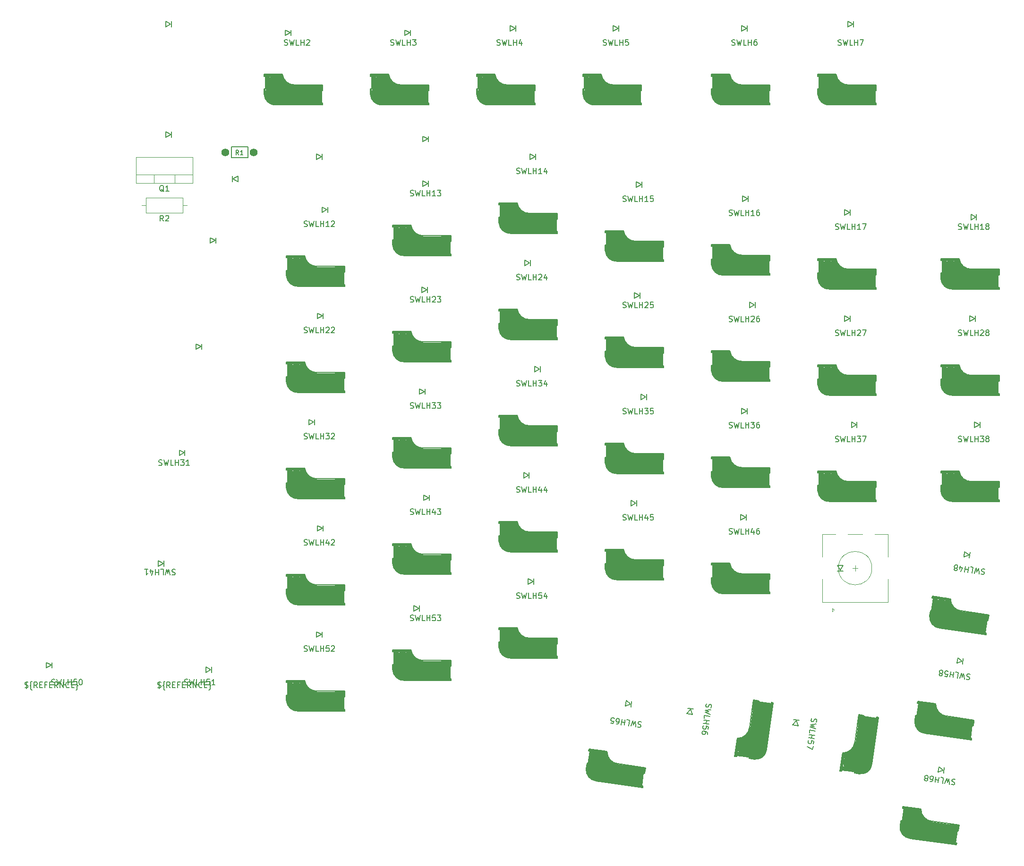
<source format=gbr>
%TF.GenerationSoftware,KiCad,Pcbnew,(6.0.5-0)*%
%TF.CreationDate,2023-01-14T19:39:34-08:00*%
%TF.ProjectId,ergodonk_pcb,6572676f-646f-46e6-9b5f-7063622e6b69,rev?*%
%TF.SameCoordinates,Original*%
%TF.FileFunction,Legend,Top*%
%TF.FilePolarity,Positive*%
%FSLAX46Y46*%
G04 Gerber Fmt 4.6, Leading zero omitted, Abs format (unit mm)*
G04 Created by KiCad (PCBNEW (6.0.5-0)) date 2023-01-14 19:39:34*
%MOMM*%
%LPD*%
G01*
G04 APERTURE LIST*
%ADD10C,0.150000*%
%ADD11C,0.500000*%
%ADD12C,1.000000*%
%ADD13C,3.000000*%
%ADD14C,0.400000*%
%ADD15C,0.300000*%
%ADD16C,3.500000*%
%ADD17C,0.800000*%
%ADD18C,0.120000*%
%ADD19C,1.397000*%
G04 APERTURE END LIST*
D10*
%TO.C,SWLH14*%
X111561904Y-53807761D02*
X111704761Y-53855380D01*
X111942857Y-53855380D01*
X112038095Y-53807761D01*
X112085714Y-53760142D01*
X112133333Y-53664904D01*
X112133333Y-53569666D01*
X112085714Y-53474428D01*
X112038095Y-53426809D01*
X111942857Y-53379190D01*
X111752380Y-53331571D01*
X111657142Y-53283952D01*
X111609523Y-53236333D01*
X111561904Y-53141095D01*
X111561904Y-53045857D01*
X111609523Y-52950619D01*
X111657142Y-52903000D01*
X111752380Y-52855380D01*
X111990476Y-52855380D01*
X112133333Y-52903000D01*
X112466666Y-52855380D02*
X112704761Y-53855380D01*
X112895238Y-53141095D01*
X113085714Y-53855380D01*
X113323809Y-52855380D01*
X114180952Y-53855380D02*
X113704761Y-53855380D01*
X113704761Y-52855380D01*
X114514285Y-53855380D02*
X114514285Y-52855380D01*
X114514285Y-53331571D02*
X115085714Y-53331571D01*
X115085714Y-53855380D02*
X115085714Y-52855380D01*
X116085714Y-53855380D02*
X115514285Y-53855380D01*
X115800000Y-53855380D02*
X115800000Y-52855380D01*
X115704761Y-52998238D01*
X115609523Y-53093476D01*
X115514285Y-53141095D01*
X116942857Y-53188714D02*
X116942857Y-53855380D01*
X116704761Y-52807761D02*
X116466666Y-53522047D01*
X117085714Y-53522047D01*
%TO.C,SWLH33*%
X92511904Y-95907761D02*
X92654761Y-95955380D01*
X92892857Y-95955380D01*
X92988095Y-95907761D01*
X93035714Y-95860142D01*
X93083333Y-95764904D01*
X93083333Y-95669666D01*
X93035714Y-95574428D01*
X92988095Y-95526809D01*
X92892857Y-95479190D01*
X92702380Y-95431571D01*
X92607142Y-95383952D01*
X92559523Y-95336333D01*
X92511904Y-95241095D01*
X92511904Y-95145857D01*
X92559523Y-95050619D01*
X92607142Y-95003000D01*
X92702380Y-94955380D01*
X92940476Y-94955380D01*
X93083333Y-95003000D01*
X93416666Y-94955380D02*
X93654761Y-95955380D01*
X93845238Y-95241095D01*
X94035714Y-95955380D01*
X94273809Y-94955380D01*
X95130952Y-95955380D02*
X94654761Y-95955380D01*
X94654761Y-94955380D01*
X95464285Y-95955380D02*
X95464285Y-94955380D01*
X95464285Y-95431571D02*
X96035714Y-95431571D01*
X96035714Y-95955380D02*
X96035714Y-94955380D01*
X96416666Y-94955380D02*
X97035714Y-94955380D01*
X96702380Y-95336333D01*
X96845238Y-95336333D01*
X96940476Y-95383952D01*
X96988095Y-95431571D01*
X97035714Y-95526809D01*
X97035714Y-95764904D01*
X96988095Y-95860142D01*
X96940476Y-95907761D01*
X96845238Y-95955380D01*
X96559523Y-95955380D01*
X96464285Y-95907761D01*
X96416666Y-95860142D01*
X97369047Y-94955380D02*
X97988095Y-94955380D01*
X97654761Y-95336333D01*
X97797619Y-95336333D01*
X97892857Y-95383952D01*
X97940476Y-95431571D01*
X97988095Y-95526809D01*
X97988095Y-95764904D01*
X97940476Y-95860142D01*
X97892857Y-95907761D01*
X97797619Y-95955380D01*
X97511904Y-95955380D01*
X97416666Y-95907761D01*
X97369047Y-95860142D01*
%TO.C,SWLH57*%
X164447234Y-151587482D02*
X164380196Y-151722322D01*
X164347060Y-151958100D01*
X164380961Y-152059038D01*
X164421489Y-152112821D01*
X164509173Y-152173232D01*
X164603485Y-152186486D01*
X164704423Y-152152585D01*
X164758206Y-152112057D01*
X164818616Y-152024373D01*
X164892281Y-151842378D01*
X164952691Y-151754694D01*
X165006474Y-151714165D01*
X165107413Y-151680264D01*
X165201724Y-151693519D01*
X165289408Y-151753929D01*
X165329936Y-151807712D01*
X165363837Y-151908651D01*
X165330701Y-152144429D01*
X165263663Y-152279268D01*
X165264428Y-152615985D02*
X164241023Y-152712590D01*
X164921848Y-153000622D01*
X164188005Y-153089835D01*
X165145137Y-153464786D01*
X164035577Y-154174414D02*
X164101850Y-153702858D01*
X165092118Y-153842031D01*
X163989186Y-154504504D02*
X164979454Y-154643677D01*
X164507898Y-154577404D02*
X164428371Y-155143271D01*
X163909659Y-155070371D02*
X164899927Y-155209544D01*
X164767381Y-156152657D02*
X164833654Y-155681100D01*
X164368725Y-155567672D01*
X164409253Y-155621455D01*
X164443154Y-155722393D01*
X164410018Y-155958171D01*
X164349608Y-156045855D01*
X164295825Y-156086384D01*
X164194886Y-156120285D01*
X163959108Y-156087148D01*
X163871424Y-156026738D01*
X163830896Y-155972955D01*
X163796995Y-155872017D01*
X163830131Y-155636238D01*
X163890542Y-155548555D01*
X163944324Y-155508026D01*
X164714363Y-156529902D02*
X164621581Y-157190080D01*
X163690958Y-156626507D01*
%TO.C,SWLH35*%
X130611904Y-96907761D02*
X130754761Y-96955380D01*
X130992857Y-96955380D01*
X131088095Y-96907761D01*
X131135714Y-96860142D01*
X131183333Y-96764904D01*
X131183333Y-96669666D01*
X131135714Y-96574428D01*
X131088095Y-96526809D01*
X130992857Y-96479190D01*
X130802380Y-96431571D01*
X130707142Y-96383952D01*
X130659523Y-96336333D01*
X130611904Y-96241095D01*
X130611904Y-96145857D01*
X130659523Y-96050619D01*
X130707142Y-96003000D01*
X130802380Y-95955380D01*
X131040476Y-95955380D01*
X131183333Y-96003000D01*
X131516666Y-95955380D02*
X131754761Y-96955380D01*
X131945238Y-96241095D01*
X132135714Y-96955380D01*
X132373809Y-95955380D01*
X133230952Y-96955380D02*
X132754761Y-96955380D01*
X132754761Y-95955380D01*
X133564285Y-96955380D02*
X133564285Y-95955380D01*
X133564285Y-96431571D02*
X134135714Y-96431571D01*
X134135714Y-96955380D02*
X134135714Y-95955380D01*
X134516666Y-95955380D02*
X135135714Y-95955380D01*
X134802380Y-96336333D01*
X134945238Y-96336333D01*
X135040476Y-96383952D01*
X135088095Y-96431571D01*
X135135714Y-96526809D01*
X135135714Y-96764904D01*
X135088095Y-96860142D01*
X135040476Y-96907761D01*
X134945238Y-96955380D01*
X134659523Y-96955380D01*
X134564285Y-96907761D01*
X134516666Y-96860142D01*
X136040476Y-95955380D02*
X135564285Y-95955380D01*
X135516666Y-96431571D01*
X135564285Y-96383952D01*
X135659523Y-96336333D01*
X135897619Y-96336333D01*
X135992857Y-96383952D01*
X136040476Y-96431571D01*
X136088095Y-96526809D01*
X136088095Y-96764904D01*
X136040476Y-96860142D01*
X135992857Y-96907761D01*
X135897619Y-96955380D01*
X135659523Y-96955380D01*
X135564285Y-96907761D01*
X135516666Y-96860142D01*
%TO.C,SWLH12*%
X73461904Y-63307761D02*
X73604761Y-63355380D01*
X73842857Y-63355380D01*
X73938095Y-63307761D01*
X73985714Y-63260142D01*
X74033333Y-63164904D01*
X74033333Y-63069666D01*
X73985714Y-62974428D01*
X73938095Y-62926809D01*
X73842857Y-62879190D01*
X73652380Y-62831571D01*
X73557142Y-62783952D01*
X73509523Y-62736333D01*
X73461904Y-62641095D01*
X73461904Y-62545857D01*
X73509523Y-62450619D01*
X73557142Y-62403000D01*
X73652380Y-62355380D01*
X73890476Y-62355380D01*
X74033333Y-62403000D01*
X74366666Y-62355380D02*
X74604761Y-63355380D01*
X74795238Y-62641095D01*
X74985714Y-63355380D01*
X75223809Y-62355380D01*
X76080952Y-63355380D02*
X75604761Y-63355380D01*
X75604761Y-62355380D01*
X76414285Y-63355380D02*
X76414285Y-62355380D01*
X76414285Y-62831571D02*
X76985714Y-62831571D01*
X76985714Y-63355380D02*
X76985714Y-62355380D01*
X77985714Y-63355380D02*
X77414285Y-63355380D01*
X77700000Y-63355380D02*
X77700000Y-62355380D01*
X77604761Y-62498238D01*
X77509523Y-62593476D01*
X77414285Y-62641095D01*
X78366666Y-62450619D02*
X78414285Y-62403000D01*
X78509523Y-62355380D01*
X78747619Y-62355380D01*
X78842857Y-62403000D01*
X78890476Y-62450619D01*
X78938095Y-62545857D01*
X78938095Y-62641095D01*
X78890476Y-62783952D01*
X78319047Y-63355380D01*
X78938095Y-63355380D01*
%TO.C,SWLH43*%
X92511904Y-114957761D02*
X92654761Y-115005380D01*
X92892857Y-115005380D01*
X92988095Y-114957761D01*
X93035714Y-114910142D01*
X93083333Y-114814904D01*
X93083333Y-114719666D01*
X93035714Y-114624428D01*
X92988095Y-114576809D01*
X92892857Y-114529190D01*
X92702380Y-114481571D01*
X92607142Y-114433952D01*
X92559523Y-114386333D01*
X92511904Y-114291095D01*
X92511904Y-114195857D01*
X92559523Y-114100619D01*
X92607142Y-114053000D01*
X92702380Y-114005380D01*
X92940476Y-114005380D01*
X93083333Y-114053000D01*
X93416666Y-114005380D02*
X93654761Y-115005380D01*
X93845238Y-114291095D01*
X94035714Y-115005380D01*
X94273809Y-114005380D01*
X95130952Y-115005380D02*
X94654761Y-115005380D01*
X94654761Y-114005380D01*
X95464285Y-115005380D02*
X95464285Y-114005380D01*
X95464285Y-114481571D02*
X96035714Y-114481571D01*
X96035714Y-115005380D02*
X96035714Y-114005380D01*
X96940476Y-114338714D02*
X96940476Y-115005380D01*
X96702380Y-113957761D02*
X96464285Y-114672047D01*
X97083333Y-114672047D01*
X97369047Y-114005380D02*
X97988095Y-114005380D01*
X97654761Y-114386333D01*
X97797619Y-114386333D01*
X97892857Y-114433952D01*
X97940476Y-114481571D01*
X97988095Y-114576809D01*
X97988095Y-114814904D01*
X97940476Y-114910142D01*
X97892857Y-114957761D01*
X97797619Y-115005380D01*
X97511904Y-115005380D01*
X97416666Y-114957761D01*
X97369047Y-114910142D01*
%TO.C,SWLH2*%
X69938095Y-30757761D02*
X70080952Y-30805380D01*
X70319047Y-30805380D01*
X70414285Y-30757761D01*
X70461904Y-30710142D01*
X70509523Y-30614904D01*
X70509523Y-30519666D01*
X70461904Y-30424428D01*
X70414285Y-30376809D01*
X70319047Y-30329190D01*
X70128571Y-30281571D01*
X70033333Y-30233952D01*
X69985714Y-30186333D01*
X69938095Y-30091095D01*
X69938095Y-29995857D01*
X69985714Y-29900619D01*
X70033333Y-29853000D01*
X70128571Y-29805380D01*
X70366666Y-29805380D01*
X70509523Y-29853000D01*
X70842857Y-29805380D02*
X71080952Y-30805380D01*
X71271428Y-30091095D01*
X71461904Y-30805380D01*
X71700000Y-29805380D01*
X72557142Y-30805380D02*
X72080952Y-30805380D01*
X72080952Y-29805380D01*
X72890476Y-30805380D02*
X72890476Y-29805380D01*
X72890476Y-30281571D02*
X73461904Y-30281571D01*
X73461904Y-30805380D02*
X73461904Y-29805380D01*
X73890476Y-29900619D02*
X73938095Y-29853000D01*
X74033333Y-29805380D01*
X74271428Y-29805380D01*
X74366666Y-29853000D01*
X74414285Y-29900619D01*
X74461904Y-29995857D01*
X74461904Y-30091095D01*
X74414285Y-30233952D01*
X73842857Y-30805380D01*
X74461904Y-30805380D01*
%TO.C,SWLH53*%
X92511904Y-134007761D02*
X92654761Y-134055380D01*
X92892857Y-134055380D01*
X92988095Y-134007761D01*
X93035714Y-133960142D01*
X93083333Y-133864904D01*
X93083333Y-133769666D01*
X93035714Y-133674428D01*
X92988095Y-133626809D01*
X92892857Y-133579190D01*
X92702380Y-133531571D01*
X92607142Y-133483952D01*
X92559523Y-133436333D01*
X92511904Y-133341095D01*
X92511904Y-133245857D01*
X92559523Y-133150619D01*
X92607142Y-133103000D01*
X92702380Y-133055380D01*
X92940476Y-133055380D01*
X93083333Y-133103000D01*
X93416666Y-133055380D02*
X93654761Y-134055380D01*
X93845238Y-133341095D01*
X94035714Y-134055380D01*
X94273809Y-133055380D01*
X95130952Y-134055380D02*
X94654761Y-134055380D01*
X94654761Y-133055380D01*
X95464285Y-134055380D02*
X95464285Y-133055380D01*
X95464285Y-133531571D02*
X96035714Y-133531571D01*
X96035714Y-134055380D02*
X96035714Y-133055380D01*
X96988095Y-133055380D02*
X96511904Y-133055380D01*
X96464285Y-133531571D01*
X96511904Y-133483952D01*
X96607142Y-133436333D01*
X96845238Y-133436333D01*
X96940476Y-133483952D01*
X96988095Y-133531571D01*
X97035714Y-133626809D01*
X97035714Y-133864904D01*
X96988095Y-133960142D01*
X96940476Y-134007761D01*
X96845238Y-134055380D01*
X96607142Y-134055380D01*
X96511904Y-134007761D01*
X96464285Y-133960142D01*
X97369047Y-133055380D02*
X97988095Y-133055380D01*
X97654761Y-133436333D01*
X97797619Y-133436333D01*
X97892857Y-133483952D01*
X97940476Y-133531571D01*
X97988095Y-133626809D01*
X97988095Y-133864904D01*
X97940476Y-133960142D01*
X97892857Y-134007761D01*
X97797619Y-134055380D01*
X97511904Y-134055380D01*
X97416666Y-134007761D01*
X97369047Y-133960142D01*
%TO.C,SWLH3*%
X88988095Y-30757761D02*
X89130952Y-30805380D01*
X89369047Y-30805380D01*
X89464285Y-30757761D01*
X89511904Y-30710142D01*
X89559523Y-30614904D01*
X89559523Y-30519666D01*
X89511904Y-30424428D01*
X89464285Y-30376809D01*
X89369047Y-30329190D01*
X89178571Y-30281571D01*
X89083333Y-30233952D01*
X89035714Y-30186333D01*
X88988095Y-30091095D01*
X88988095Y-29995857D01*
X89035714Y-29900619D01*
X89083333Y-29853000D01*
X89178571Y-29805380D01*
X89416666Y-29805380D01*
X89559523Y-29853000D01*
X89892857Y-29805380D02*
X90130952Y-30805380D01*
X90321428Y-30091095D01*
X90511904Y-30805380D01*
X90750000Y-29805380D01*
X91607142Y-30805380D02*
X91130952Y-30805380D01*
X91130952Y-29805380D01*
X91940476Y-30805380D02*
X91940476Y-29805380D01*
X91940476Y-30281571D02*
X92511904Y-30281571D01*
X92511904Y-30805380D02*
X92511904Y-29805380D01*
X92892857Y-29805380D02*
X93511904Y-29805380D01*
X93178571Y-30186333D01*
X93321428Y-30186333D01*
X93416666Y-30233952D01*
X93464285Y-30281571D01*
X93511904Y-30376809D01*
X93511904Y-30614904D01*
X93464285Y-30710142D01*
X93416666Y-30757761D01*
X93321428Y-30805380D01*
X93035714Y-30805380D01*
X92940476Y-30757761D01*
X92892857Y-30710142D01*
%TO.C,SWLH45*%
X130611904Y-115957761D02*
X130754761Y-116005380D01*
X130992857Y-116005380D01*
X131088095Y-115957761D01*
X131135714Y-115910142D01*
X131183333Y-115814904D01*
X131183333Y-115719666D01*
X131135714Y-115624428D01*
X131088095Y-115576809D01*
X130992857Y-115529190D01*
X130802380Y-115481571D01*
X130707142Y-115433952D01*
X130659523Y-115386333D01*
X130611904Y-115291095D01*
X130611904Y-115195857D01*
X130659523Y-115100619D01*
X130707142Y-115053000D01*
X130802380Y-115005380D01*
X131040476Y-115005380D01*
X131183333Y-115053000D01*
X131516666Y-115005380D02*
X131754761Y-116005380D01*
X131945238Y-115291095D01*
X132135714Y-116005380D01*
X132373809Y-115005380D01*
X133230952Y-116005380D02*
X132754761Y-116005380D01*
X132754761Y-115005380D01*
X133564285Y-116005380D02*
X133564285Y-115005380D01*
X133564285Y-115481571D02*
X134135714Y-115481571D01*
X134135714Y-116005380D02*
X134135714Y-115005380D01*
X135040476Y-115338714D02*
X135040476Y-116005380D01*
X134802380Y-114957761D02*
X134564285Y-115672047D01*
X135183333Y-115672047D01*
X136040476Y-115005380D02*
X135564285Y-115005380D01*
X135516666Y-115481571D01*
X135564285Y-115433952D01*
X135659523Y-115386333D01*
X135897619Y-115386333D01*
X135992857Y-115433952D01*
X136040476Y-115481571D01*
X136088095Y-115576809D01*
X136088095Y-115814904D01*
X136040476Y-115910142D01*
X135992857Y-115957761D01*
X135897619Y-116005380D01*
X135659523Y-116005380D01*
X135564285Y-115957761D01*
X135516666Y-115910142D01*
%TO.C,SWLH68*%
X190189084Y-162563203D02*
X190054244Y-162496165D01*
X189818466Y-162463029D01*
X189717528Y-162496930D01*
X189663745Y-162537458D01*
X189603334Y-162625142D01*
X189590080Y-162719454D01*
X189623981Y-162820392D01*
X189664509Y-162874175D01*
X189752193Y-162934585D01*
X189934188Y-163008250D01*
X190021872Y-163068660D01*
X190062401Y-163122443D01*
X190096302Y-163223382D01*
X190083047Y-163317693D01*
X190022637Y-163405377D01*
X189968854Y-163445905D01*
X189867915Y-163479806D01*
X189632137Y-163446670D01*
X189497298Y-163379632D01*
X189160581Y-163380397D02*
X189063976Y-162356992D01*
X188775944Y-163037817D01*
X188686731Y-162303974D01*
X188311780Y-163261106D01*
X187602152Y-162151546D02*
X188073708Y-162217819D01*
X187934535Y-163208087D01*
X187272062Y-162105155D02*
X187132889Y-163095423D01*
X187199162Y-162623867D02*
X186633295Y-162544340D01*
X186706195Y-162025628D02*
X186567022Y-163015896D01*
X185671065Y-162889977D02*
X185859688Y-162916487D01*
X185960626Y-162882585D01*
X186014409Y-162842057D01*
X186128602Y-162713845D01*
X186202267Y-162531850D01*
X186255285Y-162154605D01*
X186221384Y-162053666D01*
X186180856Y-161999883D01*
X186093172Y-161939473D01*
X185904549Y-161912964D01*
X185803611Y-161946865D01*
X185749828Y-161987393D01*
X185689418Y-162075077D01*
X185656281Y-162310855D01*
X185690182Y-162411794D01*
X185730711Y-162465577D01*
X185818395Y-162525987D01*
X186007017Y-162552496D01*
X186107956Y-162518595D01*
X186161739Y-162478067D01*
X186222149Y-162390383D01*
X185070532Y-162372795D02*
X185158216Y-162433205D01*
X185198744Y-162486988D01*
X185232645Y-162587926D01*
X185226018Y-162635082D01*
X185165608Y-162722766D01*
X185111825Y-162763294D01*
X185010886Y-162797195D01*
X184822264Y-162770686D01*
X184734580Y-162710276D01*
X184694052Y-162656493D01*
X184660151Y-162555554D01*
X184666778Y-162508399D01*
X184727188Y-162420715D01*
X184780971Y-162380187D01*
X184881909Y-162346286D01*
X185070532Y-162372795D01*
X185171471Y-162338894D01*
X185225253Y-162298365D01*
X185285664Y-162210681D01*
X185312173Y-162022059D01*
X185278272Y-161921120D01*
X185237743Y-161867337D01*
X185150059Y-161806927D01*
X184961437Y-161780418D01*
X184860498Y-161814319D01*
X184806716Y-161854847D01*
X184746305Y-161942531D01*
X184719796Y-162131154D01*
X184753697Y-162232092D01*
X184794226Y-162285875D01*
X184881909Y-162346286D01*
%TO.C,SWLH27*%
X168711904Y-82857761D02*
X168854761Y-82905380D01*
X169092857Y-82905380D01*
X169188095Y-82857761D01*
X169235714Y-82810142D01*
X169283333Y-82714904D01*
X169283333Y-82619666D01*
X169235714Y-82524428D01*
X169188095Y-82476809D01*
X169092857Y-82429190D01*
X168902380Y-82381571D01*
X168807142Y-82333952D01*
X168759523Y-82286333D01*
X168711904Y-82191095D01*
X168711904Y-82095857D01*
X168759523Y-82000619D01*
X168807142Y-81953000D01*
X168902380Y-81905380D01*
X169140476Y-81905380D01*
X169283333Y-81953000D01*
X169616666Y-81905380D02*
X169854761Y-82905380D01*
X170045238Y-82191095D01*
X170235714Y-82905380D01*
X170473809Y-81905380D01*
X171330952Y-82905380D02*
X170854761Y-82905380D01*
X170854761Y-81905380D01*
X171664285Y-82905380D02*
X171664285Y-81905380D01*
X171664285Y-82381571D02*
X172235714Y-82381571D01*
X172235714Y-82905380D02*
X172235714Y-81905380D01*
X172664285Y-82000619D02*
X172711904Y-81953000D01*
X172807142Y-81905380D01*
X173045238Y-81905380D01*
X173140476Y-81953000D01*
X173188095Y-82000619D01*
X173235714Y-82095857D01*
X173235714Y-82191095D01*
X173188095Y-82333952D01*
X172616666Y-82905380D01*
X173235714Y-82905380D01*
X173569047Y-81905380D02*
X174235714Y-81905380D01*
X173807142Y-82905380D01*
%TO.C,SWLH4*%
X108038095Y-30757761D02*
X108180952Y-30805380D01*
X108419047Y-30805380D01*
X108514285Y-30757761D01*
X108561904Y-30710142D01*
X108609523Y-30614904D01*
X108609523Y-30519666D01*
X108561904Y-30424428D01*
X108514285Y-30376809D01*
X108419047Y-30329190D01*
X108228571Y-30281571D01*
X108133333Y-30233952D01*
X108085714Y-30186333D01*
X108038095Y-30091095D01*
X108038095Y-29995857D01*
X108085714Y-29900619D01*
X108133333Y-29853000D01*
X108228571Y-29805380D01*
X108466666Y-29805380D01*
X108609523Y-29853000D01*
X108942857Y-29805380D02*
X109180952Y-30805380D01*
X109371428Y-30091095D01*
X109561904Y-30805380D01*
X109800000Y-29805380D01*
X110657142Y-30805380D02*
X110180952Y-30805380D01*
X110180952Y-29805380D01*
X110990476Y-30805380D02*
X110990476Y-29805380D01*
X110990476Y-30281571D02*
X111561904Y-30281571D01*
X111561904Y-30805380D02*
X111561904Y-29805380D01*
X112466666Y-30138714D02*
X112466666Y-30805380D01*
X112228571Y-29757761D02*
X111990476Y-30472047D01*
X112609523Y-30472047D01*
%TO.C,SWLH65*%
X133926670Y-152251384D02*
X133791830Y-152184346D01*
X133556052Y-152151210D01*
X133455114Y-152185111D01*
X133401331Y-152225639D01*
X133340920Y-152313323D01*
X133327666Y-152407635D01*
X133361567Y-152508573D01*
X133402095Y-152562356D01*
X133489779Y-152622766D01*
X133671774Y-152696431D01*
X133759458Y-152756841D01*
X133799987Y-152810624D01*
X133833888Y-152911563D01*
X133820633Y-153005874D01*
X133760223Y-153093558D01*
X133706440Y-153134086D01*
X133605501Y-153167987D01*
X133369723Y-153134851D01*
X133234884Y-153067813D01*
X132898167Y-153068578D02*
X132801562Y-152045173D01*
X132513530Y-152725998D01*
X132424317Y-151992155D01*
X132049366Y-152949287D01*
X131339738Y-151839727D02*
X131811294Y-151906000D01*
X131672121Y-152896268D01*
X131009648Y-151793336D02*
X130870475Y-152783604D01*
X130936748Y-152312048D02*
X130370881Y-152232521D01*
X130443781Y-151713809D02*
X130304608Y-152704077D01*
X129408651Y-152578158D02*
X129597274Y-152604668D01*
X129698212Y-152570766D01*
X129751995Y-152530238D01*
X129866188Y-152402026D01*
X129939853Y-152220031D01*
X129992871Y-151842786D01*
X129958970Y-151741847D01*
X129918442Y-151688064D01*
X129830758Y-151627654D01*
X129642135Y-151601145D01*
X129541197Y-151635046D01*
X129487414Y-151675574D01*
X129427004Y-151763258D01*
X129393867Y-151999036D01*
X129427768Y-152099975D01*
X129468297Y-152153758D01*
X129555981Y-152214168D01*
X129744603Y-152240677D01*
X129845542Y-152206776D01*
X129899325Y-152166248D01*
X129959735Y-152078564D01*
X128418383Y-152438985D02*
X128889939Y-152505258D01*
X129003368Y-152040329D01*
X128949585Y-152080858D01*
X128848646Y-152114759D01*
X128612868Y-152081622D01*
X128525184Y-152021212D01*
X128484656Y-151967429D01*
X128450755Y-151866490D01*
X128483891Y-151630712D01*
X128544302Y-151543028D01*
X128598084Y-151502500D01*
X128699023Y-151468599D01*
X128934801Y-151501735D01*
X129022485Y-151562146D01*
X129063013Y-151615929D01*
%TO.C,Q1*%
X48323511Y-57053869D02*
X48228273Y-57006250D01*
X48133035Y-56911011D01*
X47990178Y-56768154D01*
X47894940Y-56720535D01*
X47799702Y-56720535D01*
X47847321Y-56958630D02*
X47752083Y-56911011D01*
X47656845Y-56815773D01*
X47609226Y-56625297D01*
X47609226Y-56291964D01*
X47656845Y-56101488D01*
X47752083Y-56006250D01*
X47847321Y-55958630D01*
X48037797Y-55958630D01*
X48133035Y-56006250D01*
X48228273Y-56101488D01*
X48275892Y-56291964D01*
X48275892Y-56625297D01*
X48228273Y-56815773D01*
X48133035Y-56911011D01*
X48037797Y-56958630D01*
X47847321Y-56958630D01*
X49228273Y-56958630D02*
X48656845Y-56958630D01*
X48942559Y-56958630D02*
X48942559Y-55958630D01*
X48847321Y-56101488D01*
X48752083Y-56196726D01*
X48656845Y-56244345D01*
%TO.C,SWLH22*%
X73461904Y-82357761D02*
X73604761Y-82405380D01*
X73842857Y-82405380D01*
X73938095Y-82357761D01*
X73985714Y-82310142D01*
X74033333Y-82214904D01*
X74033333Y-82119666D01*
X73985714Y-82024428D01*
X73938095Y-81976809D01*
X73842857Y-81929190D01*
X73652380Y-81881571D01*
X73557142Y-81833952D01*
X73509523Y-81786333D01*
X73461904Y-81691095D01*
X73461904Y-81595857D01*
X73509523Y-81500619D01*
X73557142Y-81453000D01*
X73652380Y-81405380D01*
X73890476Y-81405380D01*
X74033333Y-81453000D01*
X74366666Y-81405380D02*
X74604761Y-82405380D01*
X74795238Y-81691095D01*
X74985714Y-82405380D01*
X75223809Y-81405380D01*
X76080952Y-82405380D02*
X75604761Y-82405380D01*
X75604761Y-81405380D01*
X76414285Y-82405380D02*
X76414285Y-81405380D01*
X76414285Y-81881571D02*
X76985714Y-81881571D01*
X76985714Y-82405380D02*
X76985714Y-81405380D01*
X77414285Y-81500619D02*
X77461904Y-81453000D01*
X77557142Y-81405380D01*
X77795238Y-81405380D01*
X77890476Y-81453000D01*
X77938095Y-81500619D01*
X77985714Y-81595857D01*
X77985714Y-81691095D01*
X77938095Y-81833952D01*
X77366666Y-82405380D01*
X77985714Y-82405380D01*
X78366666Y-81500619D02*
X78414285Y-81453000D01*
X78509523Y-81405380D01*
X78747619Y-81405380D01*
X78842857Y-81453000D01*
X78890476Y-81500619D01*
X78938095Y-81595857D01*
X78938095Y-81691095D01*
X78890476Y-81833952D01*
X78319047Y-82405380D01*
X78938095Y-82405380D01*
%TO.C,SWLH16*%
X149661904Y-61307761D02*
X149804761Y-61355380D01*
X150042857Y-61355380D01*
X150138095Y-61307761D01*
X150185714Y-61260142D01*
X150233333Y-61164904D01*
X150233333Y-61069666D01*
X150185714Y-60974428D01*
X150138095Y-60926809D01*
X150042857Y-60879190D01*
X149852380Y-60831571D01*
X149757142Y-60783952D01*
X149709523Y-60736333D01*
X149661904Y-60641095D01*
X149661904Y-60545857D01*
X149709523Y-60450619D01*
X149757142Y-60403000D01*
X149852380Y-60355380D01*
X150090476Y-60355380D01*
X150233333Y-60403000D01*
X150566666Y-60355380D02*
X150804761Y-61355380D01*
X150995238Y-60641095D01*
X151185714Y-61355380D01*
X151423809Y-60355380D01*
X152280952Y-61355380D02*
X151804761Y-61355380D01*
X151804761Y-60355380D01*
X152614285Y-61355380D02*
X152614285Y-60355380D01*
X152614285Y-60831571D02*
X153185714Y-60831571D01*
X153185714Y-61355380D02*
X153185714Y-60355380D01*
X154185714Y-61355380D02*
X153614285Y-61355380D01*
X153900000Y-61355380D02*
X153900000Y-60355380D01*
X153804761Y-60498238D01*
X153709523Y-60593476D01*
X153614285Y-60641095D01*
X155042857Y-60355380D02*
X154852380Y-60355380D01*
X154757142Y-60403000D01*
X154709523Y-60450619D01*
X154614285Y-60593476D01*
X154566666Y-60783952D01*
X154566666Y-61164904D01*
X154614285Y-61260142D01*
X154661904Y-61307761D01*
X154757142Y-61355380D01*
X154947619Y-61355380D01*
X155042857Y-61307761D01*
X155090476Y-61260142D01*
X155138095Y-61164904D01*
X155138095Y-60926809D01*
X155090476Y-60831571D01*
X155042857Y-60783952D01*
X154947619Y-60736333D01*
X154757142Y-60736333D01*
X154661904Y-60783952D01*
X154614285Y-60831571D01*
X154566666Y-60926809D01*
%TO.C,SWLH58*%
X192840331Y-143698596D02*
X192705491Y-143631558D01*
X192469713Y-143598422D01*
X192368775Y-143632323D01*
X192314992Y-143672851D01*
X192254581Y-143760535D01*
X192241327Y-143854847D01*
X192275228Y-143955785D01*
X192315756Y-144009568D01*
X192403440Y-144069978D01*
X192585435Y-144143643D01*
X192673119Y-144204053D01*
X192713648Y-144257836D01*
X192747549Y-144358775D01*
X192734294Y-144453086D01*
X192673884Y-144540770D01*
X192620101Y-144581298D01*
X192519162Y-144615199D01*
X192283384Y-144582063D01*
X192148545Y-144515025D01*
X191811828Y-144515790D02*
X191715223Y-143492385D01*
X191427191Y-144173210D01*
X191337978Y-143439367D01*
X190963027Y-144396499D01*
X190253399Y-143286939D02*
X190724955Y-143353212D01*
X190585782Y-144343480D01*
X189923309Y-143240548D02*
X189784136Y-144230816D01*
X189850409Y-143759260D02*
X189284542Y-143679733D01*
X189357442Y-143161021D02*
X189218269Y-144151289D01*
X188275156Y-144018743D02*
X188746713Y-144085016D01*
X188860141Y-143620087D01*
X188806358Y-143660615D01*
X188705420Y-143694516D01*
X188469642Y-143661380D01*
X188381958Y-143600970D01*
X188341429Y-143547187D01*
X188307528Y-143446248D01*
X188340665Y-143210470D01*
X188401075Y-143122786D01*
X188454858Y-143082258D01*
X188555796Y-143048357D01*
X188791575Y-143081493D01*
X188879258Y-143141904D01*
X188919787Y-143195686D01*
X187721779Y-143508188D02*
X187809463Y-143568598D01*
X187849991Y-143622381D01*
X187883892Y-143723319D01*
X187877265Y-143770475D01*
X187816855Y-143858159D01*
X187763072Y-143898687D01*
X187662133Y-143932588D01*
X187473511Y-143906079D01*
X187385827Y-143845669D01*
X187345299Y-143791886D01*
X187311398Y-143690947D01*
X187318025Y-143643792D01*
X187378435Y-143556108D01*
X187432218Y-143515580D01*
X187533156Y-143481679D01*
X187721779Y-143508188D01*
X187822718Y-143474287D01*
X187876500Y-143433758D01*
X187936911Y-143346074D01*
X187963420Y-143157452D01*
X187929519Y-143056513D01*
X187888990Y-143002730D01*
X187801306Y-142942320D01*
X187612684Y-142915811D01*
X187511745Y-142949712D01*
X187457963Y-142990240D01*
X187397552Y-143077924D01*
X187371043Y-143266547D01*
X187404944Y-143367485D01*
X187445473Y-143421268D01*
X187533156Y-143481679D01*
%TO.C,SWLH44*%
X111561904Y-110957761D02*
X111704761Y-111005380D01*
X111942857Y-111005380D01*
X112038095Y-110957761D01*
X112085714Y-110910142D01*
X112133333Y-110814904D01*
X112133333Y-110719666D01*
X112085714Y-110624428D01*
X112038095Y-110576809D01*
X111942857Y-110529190D01*
X111752380Y-110481571D01*
X111657142Y-110433952D01*
X111609523Y-110386333D01*
X111561904Y-110291095D01*
X111561904Y-110195857D01*
X111609523Y-110100619D01*
X111657142Y-110053000D01*
X111752380Y-110005380D01*
X111990476Y-110005380D01*
X112133333Y-110053000D01*
X112466666Y-110005380D02*
X112704761Y-111005380D01*
X112895238Y-110291095D01*
X113085714Y-111005380D01*
X113323809Y-110005380D01*
X114180952Y-111005380D02*
X113704761Y-111005380D01*
X113704761Y-110005380D01*
X114514285Y-111005380D02*
X114514285Y-110005380D01*
X114514285Y-110481571D02*
X115085714Y-110481571D01*
X115085714Y-111005380D02*
X115085714Y-110005380D01*
X115990476Y-110338714D02*
X115990476Y-111005380D01*
X115752380Y-109957761D02*
X115514285Y-110672047D01*
X116133333Y-110672047D01*
X116942857Y-110338714D02*
X116942857Y-111005380D01*
X116704761Y-109957761D02*
X116466666Y-110672047D01*
X117085714Y-110672047D01*
%TO.C,SWLH52*%
X73461904Y-139507761D02*
X73604761Y-139555380D01*
X73842857Y-139555380D01*
X73938095Y-139507761D01*
X73985714Y-139460142D01*
X74033333Y-139364904D01*
X74033333Y-139269666D01*
X73985714Y-139174428D01*
X73938095Y-139126809D01*
X73842857Y-139079190D01*
X73652380Y-139031571D01*
X73557142Y-138983952D01*
X73509523Y-138936333D01*
X73461904Y-138841095D01*
X73461904Y-138745857D01*
X73509523Y-138650619D01*
X73557142Y-138603000D01*
X73652380Y-138555380D01*
X73890476Y-138555380D01*
X74033333Y-138603000D01*
X74366666Y-138555380D02*
X74604761Y-139555380D01*
X74795238Y-138841095D01*
X74985714Y-139555380D01*
X75223809Y-138555380D01*
X76080952Y-139555380D02*
X75604761Y-139555380D01*
X75604761Y-138555380D01*
X76414285Y-139555380D02*
X76414285Y-138555380D01*
X76414285Y-139031571D02*
X76985714Y-139031571D01*
X76985714Y-139555380D02*
X76985714Y-138555380D01*
X77938095Y-138555380D02*
X77461904Y-138555380D01*
X77414285Y-139031571D01*
X77461904Y-138983952D01*
X77557142Y-138936333D01*
X77795238Y-138936333D01*
X77890476Y-138983952D01*
X77938095Y-139031571D01*
X77985714Y-139126809D01*
X77985714Y-139364904D01*
X77938095Y-139460142D01*
X77890476Y-139507761D01*
X77795238Y-139555380D01*
X77557142Y-139555380D01*
X77461904Y-139507761D01*
X77414285Y-139460142D01*
X78366666Y-138650619D02*
X78414285Y-138603000D01*
X78509523Y-138555380D01*
X78747619Y-138555380D01*
X78842857Y-138603000D01*
X78890476Y-138650619D01*
X78938095Y-138745857D01*
X78938095Y-138841095D01*
X78890476Y-138983952D01*
X78319047Y-139555380D01*
X78938095Y-139555380D01*
%TO.C,SWLH56*%
X145578278Y-148967180D02*
X145511240Y-149102020D01*
X145478104Y-149337798D01*
X145512005Y-149438736D01*
X145552533Y-149492519D01*
X145640217Y-149552930D01*
X145734529Y-149566184D01*
X145835467Y-149532283D01*
X145889250Y-149491755D01*
X145949660Y-149404071D01*
X146023325Y-149222076D01*
X146083735Y-149134392D01*
X146137518Y-149093863D01*
X146238457Y-149059962D01*
X146332768Y-149073217D01*
X146420452Y-149133627D01*
X146460980Y-149187410D01*
X146494881Y-149288349D01*
X146461745Y-149524127D01*
X146394707Y-149658966D01*
X146395472Y-149995683D02*
X145372067Y-150092288D01*
X146052892Y-150380320D01*
X145319049Y-150469533D01*
X146276181Y-150844484D01*
X145166621Y-151554112D02*
X145232894Y-151082556D01*
X146223162Y-151221729D01*
X145120230Y-151884202D02*
X146110498Y-152023375D01*
X145638942Y-151957102D02*
X145559415Y-152522969D01*
X145040703Y-152450069D02*
X146030971Y-152589242D01*
X145898425Y-153532355D02*
X145964698Y-153060798D01*
X145499769Y-152947370D01*
X145540297Y-153001153D01*
X145574198Y-153102091D01*
X145541062Y-153337869D01*
X145480652Y-153425553D01*
X145426869Y-153466082D01*
X145325930Y-153499983D01*
X145090152Y-153466846D01*
X145002468Y-153406436D01*
X144961940Y-153352653D01*
X144928039Y-153251715D01*
X144961175Y-153015936D01*
X145021586Y-152928253D01*
X145075368Y-152887724D01*
X145772507Y-154428311D02*
X145799016Y-154239689D01*
X145765115Y-154138750D01*
X145724586Y-154084967D01*
X145596374Y-153970774D01*
X145414379Y-153897110D01*
X145037134Y-153844091D01*
X144936195Y-153877992D01*
X144882412Y-153918521D01*
X144822002Y-154006205D01*
X144795493Y-154194827D01*
X144829394Y-154295766D01*
X144869922Y-154349548D01*
X144957606Y-154409959D01*
X145193384Y-154443095D01*
X145294323Y-154409194D01*
X145348106Y-154368666D01*
X145408516Y-154280982D01*
X145435025Y-154092359D01*
X145401124Y-153991421D01*
X145360596Y-153937638D01*
X145272912Y-153877228D01*
%TO.C,SWLH28*%
X190761904Y-82857761D02*
X190904761Y-82905380D01*
X191142857Y-82905380D01*
X191238095Y-82857761D01*
X191285714Y-82810142D01*
X191333333Y-82714904D01*
X191333333Y-82619666D01*
X191285714Y-82524428D01*
X191238095Y-82476809D01*
X191142857Y-82429190D01*
X190952380Y-82381571D01*
X190857142Y-82333952D01*
X190809523Y-82286333D01*
X190761904Y-82191095D01*
X190761904Y-82095857D01*
X190809523Y-82000619D01*
X190857142Y-81953000D01*
X190952380Y-81905380D01*
X191190476Y-81905380D01*
X191333333Y-81953000D01*
X191666666Y-81905380D02*
X191904761Y-82905380D01*
X192095238Y-82191095D01*
X192285714Y-82905380D01*
X192523809Y-81905380D01*
X193380952Y-82905380D02*
X192904761Y-82905380D01*
X192904761Y-81905380D01*
X193714285Y-82905380D02*
X193714285Y-81905380D01*
X193714285Y-82381571D02*
X194285714Y-82381571D01*
X194285714Y-82905380D02*
X194285714Y-81905380D01*
X194714285Y-82000619D02*
X194761904Y-81953000D01*
X194857142Y-81905380D01*
X195095238Y-81905380D01*
X195190476Y-81953000D01*
X195238095Y-82000619D01*
X195285714Y-82095857D01*
X195285714Y-82191095D01*
X195238095Y-82333952D01*
X194666666Y-82905380D01*
X195285714Y-82905380D01*
X195857142Y-82333952D02*
X195761904Y-82286333D01*
X195714285Y-82238714D01*
X195666666Y-82143476D01*
X195666666Y-82095857D01*
X195714285Y-82000619D01*
X195761904Y-81953000D01*
X195857142Y-81905380D01*
X196047619Y-81905380D01*
X196142857Y-81953000D01*
X196190476Y-82000619D01*
X196238095Y-82095857D01*
X196238095Y-82143476D01*
X196190476Y-82238714D01*
X196142857Y-82286333D01*
X196047619Y-82333952D01*
X195857142Y-82333952D01*
X195761904Y-82381571D01*
X195714285Y-82429190D01*
X195666666Y-82524428D01*
X195666666Y-82714904D01*
X195714285Y-82810142D01*
X195761904Y-82857761D01*
X195857142Y-82905380D01*
X196047619Y-82905380D01*
X196142857Y-82857761D01*
X196190476Y-82810142D01*
X196238095Y-82714904D01*
X196238095Y-82524428D01*
X196190476Y-82429190D01*
X196142857Y-82381571D01*
X196047619Y-82333952D01*
%TO.C,SWLH26*%
X149661904Y-80357761D02*
X149804761Y-80405380D01*
X150042857Y-80405380D01*
X150138095Y-80357761D01*
X150185714Y-80310142D01*
X150233333Y-80214904D01*
X150233333Y-80119666D01*
X150185714Y-80024428D01*
X150138095Y-79976809D01*
X150042857Y-79929190D01*
X149852380Y-79881571D01*
X149757142Y-79833952D01*
X149709523Y-79786333D01*
X149661904Y-79691095D01*
X149661904Y-79595857D01*
X149709523Y-79500619D01*
X149757142Y-79453000D01*
X149852380Y-79405380D01*
X150090476Y-79405380D01*
X150233333Y-79453000D01*
X150566666Y-79405380D02*
X150804761Y-80405380D01*
X150995238Y-79691095D01*
X151185714Y-80405380D01*
X151423809Y-79405380D01*
X152280952Y-80405380D02*
X151804761Y-80405380D01*
X151804761Y-79405380D01*
X152614285Y-80405380D02*
X152614285Y-79405380D01*
X152614285Y-79881571D02*
X153185714Y-79881571D01*
X153185714Y-80405380D02*
X153185714Y-79405380D01*
X153614285Y-79500619D02*
X153661904Y-79453000D01*
X153757142Y-79405380D01*
X153995238Y-79405380D01*
X154090476Y-79453000D01*
X154138095Y-79500619D01*
X154185714Y-79595857D01*
X154185714Y-79691095D01*
X154138095Y-79833952D01*
X153566666Y-80405380D01*
X154185714Y-80405380D01*
X155042857Y-79405380D02*
X154852380Y-79405380D01*
X154757142Y-79453000D01*
X154709523Y-79500619D01*
X154614285Y-79643476D01*
X154566666Y-79833952D01*
X154566666Y-80214904D01*
X154614285Y-80310142D01*
X154661904Y-80357761D01*
X154757142Y-80405380D01*
X154947619Y-80405380D01*
X155042857Y-80357761D01*
X155090476Y-80310142D01*
X155138095Y-80214904D01*
X155138095Y-79976809D01*
X155090476Y-79881571D01*
X155042857Y-79833952D01*
X154947619Y-79786333D01*
X154757142Y-79786333D01*
X154661904Y-79833952D01*
X154614285Y-79881571D01*
X154566666Y-79976809D01*
%TO.C,SWLH24*%
X111561904Y-72857761D02*
X111704761Y-72905380D01*
X111942857Y-72905380D01*
X112038095Y-72857761D01*
X112085714Y-72810142D01*
X112133333Y-72714904D01*
X112133333Y-72619666D01*
X112085714Y-72524428D01*
X112038095Y-72476809D01*
X111942857Y-72429190D01*
X111752380Y-72381571D01*
X111657142Y-72333952D01*
X111609523Y-72286333D01*
X111561904Y-72191095D01*
X111561904Y-72095857D01*
X111609523Y-72000619D01*
X111657142Y-71953000D01*
X111752380Y-71905380D01*
X111990476Y-71905380D01*
X112133333Y-71953000D01*
X112466666Y-71905380D02*
X112704761Y-72905380D01*
X112895238Y-72191095D01*
X113085714Y-72905380D01*
X113323809Y-71905380D01*
X114180952Y-72905380D02*
X113704761Y-72905380D01*
X113704761Y-71905380D01*
X114514285Y-72905380D02*
X114514285Y-71905380D01*
X114514285Y-72381571D02*
X115085714Y-72381571D01*
X115085714Y-72905380D02*
X115085714Y-71905380D01*
X115514285Y-72000619D02*
X115561904Y-71953000D01*
X115657142Y-71905380D01*
X115895238Y-71905380D01*
X115990476Y-71953000D01*
X116038095Y-72000619D01*
X116085714Y-72095857D01*
X116085714Y-72191095D01*
X116038095Y-72333952D01*
X115466666Y-72905380D01*
X116085714Y-72905380D01*
X116942857Y-72238714D02*
X116942857Y-72905380D01*
X116704761Y-71857761D02*
X116466666Y-72572047D01*
X117085714Y-72572047D01*
%TO.C,SWLH7*%
X169188095Y-30757761D02*
X169330952Y-30805380D01*
X169569047Y-30805380D01*
X169664285Y-30757761D01*
X169711904Y-30710142D01*
X169759523Y-30614904D01*
X169759523Y-30519666D01*
X169711904Y-30424428D01*
X169664285Y-30376809D01*
X169569047Y-30329190D01*
X169378571Y-30281571D01*
X169283333Y-30233952D01*
X169235714Y-30186333D01*
X169188095Y-30091095D01*
X169188095Y-29995857D01*
X169235714Y-29900619D01*
X169283333Y-29853000D01*
X169378571Y-29805380D01*
X169616666Y-29805380D01*
X169759523Y-29853000D01*
X170092857Y-29805380D02*
X170330952Y-30805380D01*
X170521428Y-30091095D01*
X170711904Y-30805380D01*
X170950000Y-29805380D01*
X171807142Y-30805380D02*
X171330952Y-30805380D01*
X171330952Y-29805380D01*
X172140476Y-30805380D02*
X172140476Y-29805380D01*
X172140476Y-30281571D02*
X172711904Y-30281571D01*
X172711904Y-30805380D02*
X172711904Y-29805380D01*
X173092857Y-29805380D02*
X173759523Y-29805380D01*
X173330952Y-30805380D01*
%TO.C,SWLH31*%
X47426904Y-106145761D02*
X47569761Y-106193380D01*
X47807857Y-106193380D01*
X47903095Y-106145761D01*
X47950714Y-106098142D01*
X47998333Y-106002904D01*
X47998333Y-105907666D01*
X47950714Y-105812428D01*
X47903095Y-105764809D01*
X47807857Y-105717190D01*
X47617380Y-105669571D01*
X47522142Y-105621952D01*
X47474523Y-105574333D01*
X47426904Y-105479095D01*
X47426904Y-105383857D01*
X47474523Y-105288619D01*
X47522142Y-105241000D01*
X47617380Y-105193380D01*
X47855476Y-105193380D01*
X47998333Y-105241000D01*
X48331666Y-105193380D02*
X48569761Y-106193380D01*
X48760238Y-105479095D01*
X48950714Y-106193380D01*
X49188809Y-105193380D01*
X50045952Y-106193380D02*
X49569761Y-106193380D01*
X49569761Y-105193380D01*
X50379285Y-106193380D02*
X50379285Y-105193380D01*
X50379285Y-105669571D02*
X50950714Y-105669571D01*
X50950714Y-106193380D02*
X50950714Y-105193380D01*
X51331666Y-105193380D02*
X51950714Y-105193380D01*
X51617380Y-105574333D01*
X51760238Y-105574333D01*
X51855476Y-105621952D01*
X51903095Y-105669571D01*
X51950714Y-105764809D01*
X51950714Y-106002904D01*
X51903095Y-106098142D01*
X51855476Y-106145761D01*
X51760238Y-106193380D01*
X51474523Y-106193380D01*
X51379285Y-106145761D01*
X51331666Y-106098142D01*
X52903095Y-106193380D02*
X52331666Y-106193380D01*
X52617380Y-106193380D02*
X52617380Y-105193380D01*
X52522142Y-105336238D01*
X52426904Y-105431476D01*
X52331666Y-105479095D01*
%TO.C,SWLH41*%
X50363095Y-124894238D02*
X50220238Y-124846619D01*
X49982142Y-124846619D01*
X49886904Y-124894238D01*
X49839285Y-124941857D01*
X49791666Y-125037095D01*
X49791666Y-125132333D01*
X49839285Y-125227571D01*
X49886904Y-125275190D01*
X49982142Y-125322809D01*
X50172619Y-125370428D01*
X50267857Y-125418047D01*
X50315476Y-125465666D01*
X50363095Y-125560904D01*
X50363095Y-125656142D01*
X50315476Y-125751380D01*
X50267857Y-125799000D01*
X50172619Y-125846619D01*
X49934523Y-125846619D01*
X49791666Y-125799000D01*
X49458333Y-125846619D02*
X49220238Y-124846619D01*
X49029761Y-125560904D01*
X48839285Y-124846619D01*
X48601190Y-125846619D01*
X47744047Y-124846619D02*
X48220238Y-124846619D01*
X48220238Y-125846619D01*
X47410714Y-124846619D02*
X47410714Y-125846619D01*
X47410714Y-125370428D02*
X46839285Y-125370428D01*
X46839285Y-124846619D02*
X46839285Y-125846619D01*
X45934523Y-125513285D02*
X45934523Y-124846619D01*
X46172619Y-125894238D02*
X46410714Y-125179952D01*
X45791666Y-125179952D01*
X44886904Y-124846619D02*
X45458333Y-124846619D01*
X45172619Y-124846619D02*
X45172619Y-125846619D01*
X45267857Y-125703761D01*
X45363095Y-125608523D01*
X45458333Y-125560904D01*
%TO.C,SWLH38*%
X190761904Y-101907761D02*
X190904761Y-101955380D01*
X191142857Y-101955380D01*
X191238095Y-101907761D01*
X191285714Y-101860142D01*
X191333333Y-101764904D01*
X191333333Y-101669666D01*
X191285714Y-101574428D01*
X191238095Y-101526809D01*
X191142857Y-101479190D01*
X190952380Y-101431571D01*
X190857142Y-101383952D01*
X190809523Y-101336333D01*
X190761904Y-101241095D01*
X190761904Y-101145857D01*
X190809523Y-101050619D01*
X190857142Y-101003000D01*
X190952380Y-100955380D01*
X191190476Y-100955380D01*
X191333333Y-101003000D01*
X191666666Y-100955380D02*
X191904761Y-101955380D01*
X192095238Y-101241095D01*
X192285714Y-101955380D01*
X192523809Y-100955380D01*
X193380952Y-101955380D02*
X192904761Y-101955380D01*
X192904761Y-100955380D01*
X193714285Y-101955380D02*
X193714285Y-100955380D01*
X193714285Y-101431571D02*
X194285714Y-101431571D01*
X194285714Y-101955380D02*
X194285714Y-100955380D01*
X194666666Y-100955380D02*
X195285714Y-100955380D01*
X194952380Y-101336333D01*
X195095238Y-101336333D01*
X195190476Y-101383952D01*
X195238095Y-101431571D01*
X195285714Y-101526809D01*
X195285714Y-101764904D01*
X195238095Y-101860142D01*
X195190476Y-101907761D01*
X195095238Y-101955380D01*
X194809523Y-101955380D01*
X194714285Y-101907761D01*
X194666666Y-101860142D01*
X195857142Y-101383952D02*
X195761904Y-101336333D01*
X195714285Y-101288714D01*
X195666666Y-101193476D01*
X195666666Y-101145857D01*
X195714285Y-101050619D01*
X195761904Y-101003000D01*
X195857142Y-100955380D01*
X196047619Y-100955380D01*
X196142857Y-101003000D01*
X196190476Y-101050619D01*
X196238095Y-101145857D01*
X196238095Y-101193476D01*
X196190476Y-101288714D01*
X196142857Y-101336333D01*
X196047619Y-101383952D01*
X195857142Y-101383952D01*
X195761904Y-101431571D01*
X195714285Y-101479190D01*
X195666666Y-101574428D01*
X195666666Y-101764904D01*
X195714285Y-101860142D01*
X195761904Y-101907761D01*
X195857142Y-101955380D01*
X196047619Y-101955380D01*
X196142857Y-101907761D01*
X196190476Y-101860142D01*
X196238095Y-101764904D01*
X196238095Y-101574428D01*
X196190476Y-101479190D01*
X196142857Y-101431571D01*
X196047619Y-101383952D01*
%TO.C,SWLH6*%
X150138095Y-30757761D02*
X150280952Y-30805380D01*
X150519047Y-30805380D01*
X150614285Y-30757761D01*
X150661904Y-30710142D01*
X150709523Y-30614904D01*
X150709523Y-30519666D01*
X150661904Y-30424428D01*
X150614285Y-30376809D01*
X150519047Y-30329190D01*
X150328571Y-30281571D01*
X150233333Y-30233952D01*
X150185714Y-30186333D01*
X150138095Y-30091095D01*
X150138095Y-29995857D01*
X150185714Y-29900619D01*
X150233333Y-29853000D01*
X150328571Y-29805380D01*
X150566666Y-29805380D01*
X150709523Y-29853000D01*
X151042857Y-29805380D02*
X151280952Y-30805380D01*
X151471428Y-30091095D01*
X151661904Y-30805380D01*
X151900000Y-29805380D01*
X152757142Y-30805380D02*
X152280952Y-30805380D01*
X152280952Y-29805380D01*
X153090476Y-30805380D02*
X153090476Y-29805380D01*
X153090476Y-30281571D02*
X153661904Y-30281571D01*
X153661904Y-30805380D02*
X153661904Y-29805380D01*
X154566666Y-29805380D02*
X154376190Y-29805380D01*
X154280952Y-29853000D01*
X154233333Y-29900619D01*
X154138095Y-30043476D01*
X154090476Y-30233952D01*
X154090476Y-30614904D01*
X154138095Y-30710142D01*
X154185714Y-30757761D01*
X154280952Y-30805380D01*
X154471428Y-30805380D01*
X154566666Y-30757761D01*
X154614285Y-30710142D01*
X154661904Y-30614904D01*
X154661904Y-30376809D01*
X154614285Y-30281571D01*
X154566666Y-30233952D01*
X154471428Y-30186333D01*
X154280952Y-30186333D01*
X154185714Y-30233952D01*
X154138095Y-30281571D01*
X154090476Y-30376809D01*
%TO.C,SWLH46*%
X149661904Y-118457761D02*
X149804761Y-118505380D01*
X150042857Y-118505380D01*
X150138095Y-118457761D01*
X150185714Y-118410142D01*
X150233333Y-118314904D01*
X150233333Y-118219666D01*
X150185714Y-118124428D01*
X150138095Y-118076809D01*
X150042857Y-118029190D01*
X149852380Y-117981571D01*
X149757142Y-117933952D01*
X149709523Y-117886333D01*
X149661904Y-117791095D01*
X149661904Y-117695857D01*
X149709523Y-117600619D01*
X149757142Y-117553000D01*
X149852380Y-117505380D01*
X150090476Y-117505380D01*
X150233333Y-117553000D01*
X150566666Y-117505380D02*
X150804761Y-118505380D01*
X150995238Y-117791095D01*
X151185714Y-118505380D01*
X151423809Y-117505380D01*
X152280952Y-118505380D02*
X151804761Y-118505380D01*
X151804761Y-117505380D01*
X152614285Y-118505380D02*
X152614285Y-117505380D01*
X152614285Y-117981571D02*
X153185714Y-117981571D01*
X153185714Y-118505380D02*
X153185714Y-117505380D01*
X154090476Y-117838714D02*
X154090476Y-118505380D01*
X153852380Y-117457761D02*
X153614285Y-118172047D01*
X154233333Y-118172047D01*
X155042857Y-117505380D02*
X154852380Y-117505380D01*
X154757142Y-117553000D01*
X154709523Y-117600619D01*
X154614285Y-117743476D01*
X154566666Y-117933952D01*
X154566666Y-118314904D01*
X154614285Y-118410142D01*
X154661904Y-118457761D01*
X154757142Y-118505380D01*
X154947619Y-118505380D01*
X155042857Y-118457761D01*
X155090476Y-118410142D01*
X155138095Y-118314904D01*
X155138095Y-118076809D01*
X155090476Y-117981571D01*
X155042857Y-117933952D01*
X154947619Y-117886333D01*
X154757142Y-117886333D01*
X154661904Y-117933952D01*
X154614285Y-117981571D01*
X154566666Y-118076809D01*
%TO.C,SWLH51*%
X52030654Y-145515761D02*
X52173511Y-145563380D01*
X52411607Y-145563380D01*
X52506845Y-145515761D01*
X52554464Y-145468142D01*
X52602083Y-145372904D01*
X52602083Y-145277666D01*
X52554464Y-145182428D01*
X52506845Y-145134809D01*
X52411607Y-145087190D01*
X52221130Y-145039571D01*
X52125892Y-144991952D01*
X52078273Y-144944333D01*
X52030654Y-144849095D01*
X52030654Y-144753857D01*
X52078273Y-144658619D01*
X52125892Y-144611000D01*
X52221130Y-144563380D01*
X52459226Y-144563380D01*
X52602083Y-144611000D01*
X52935416Y-144563380D02*
X53173511Y-145563380D01*
X53363988Y-144849095D01*
X53554464Y-145563380D01*
X53792559Y-144563380D01*
X54649702Y-145563380D02*
X54173511Y-145563380D01*
X54173511Y-144563380D01*
X54983035Y-145563380D02*
X54983035Y-144563380D01*
X54983035Y-145039571D02*
X55554464Y-145039571D01*
X55554464Y-145563380D02*
X55554464Y-144563380D01*
X56506845Y-144563380D02*
X56030654Y-144563380D01*
X55983035Y-145039571D01*
X56030654Y-144991952D01*
X56125892Y-144944333D01*
X56363988Y-144944333D01*
X56459226Y-144991952D01*
X56506845Y-145039571D01*
X56554464Y-145134809D01*
X56554464Y-145372904D01*
X56506845Y-145468142D01*
X56459226Y-145515761D01*
X56363988Y-145563380D01*
X56125892Y-145563380D01*
X56030654Y-145515761D01*
X55983035Y-145468142D01*
X57506845Y-145563380D02*
X56935416Y-145563380D01*
X57221130Y-145563380D02*
X57221130Y-144563380D01*
X57125892Y-144706238D01*
X57030654Y-144801476D01*
X56935416Y-144849095D01*
X47212845Y-146023761D02*
X47355702Y-146071380D01*
X47593797Y-146071380D01*
X47689035Y-146023761D01*
X47736654Y-145976142D01*
X47784273Y-145880904D01*
X47784273Y-145785666D01*
X47736654Y-145690428D01*
X47689035Y-145642809D01*
X47593797Y-145595190D01*
X47403321Y-145547571D01*
X47308083Y-145499952D01*
X47260464Y-145452333D01*
X47212845Y-145357095D01*
X47212845Y-145261857D01*
X47260464Y-145166619D01*
X47308083Y-145119000D01*
X47403321Y-145071380D01*
X47641416Y-145071380D01*
X47784273Y-145119000D01*
X47498559Y-144928523D02*
X47498559Y-146214238D01*
X48498559Y-146452333D02*
X48450940Y-146452333D01*
X48355702Y-146404714D01*
X48308083Y-146309476D01*
X48308083Y-145833285D01*
X48260464Y-145738047D01*
X48165226Y-145690428D01*
X48260464Y-145642809D01*
X48308083Y-145547571D01*
X48308083Y-145071380D01*
X48355702Y-144976142D01*
X48450940Y-144928523D01*
X48498559Y-144928523D01*
X49450940Y-146071380D02*
X49117607Y-145595190D01*
X48879511Y-146071380D02*
X48879511Y-145071380D01*
X49260464Y-145071380D01*
X49355702Y-145119000D01*
X49403321Y-145166619D01*
X49450940Y-145261857D01*
X49450940Y-145404714D01*
X49403321Y-145499952D01*
X49355702Y-145547571D01*
X49260464Y-145595190D01*
X48879511Y-145595190D01*
X49879511Y-145547571D02*
X50212845Y-145547571D01*
X50355702Y-146071380D02*
X49879511Y-146071380D01*
X49879511Y-145071380D01*
X50355702Y-145071380D01*
X51117607Y-145547571D02*
X50784273Y-145547571D01*
X50784273Y-146071380D02*
X50784273Y-145071380D01*
X51260464Y-145071380D01*
X51641416Y-145547571D02*
X51974750Y-145547571D01*
X52117607Y-146071380D02*
X51641416Y-146071380D01*
X51641416Y-145071380D01*
X52117607Y-145071380D01*
X53117607Y-146071380D02*
X52784273Y-145595190D01*
X52546178Y-146071380D02*
X52546178Y-145071380D01*
X52927130Y-145071380D01*
X53022369Y-145119000D01*
X53069988Y-145166619D01*
X53117607Y-145261857D01*
X53117607Y-145404714D01*
X53069988Y-145499952D01*
X53022369Y-145547571D01*
X52927130Y-145595190D01*
X52546178Y-145595190D01*
X53546178Y-146071380D02*
X53546178Y-145071380D01*
X54117607Y-146071380D01*
X54117607Y-145071380D01*
X55165226Y-145976142D02*
X55117607Y-146023761D01*
X54974750Y-146071380D01*
X54879511Y-146071380D01*
X54736654Y-146023761D01*
X54641416Y-145928523D01*
X54593797Y-145833285D01*
X54546178Y-145642809D01*
X54546178Y-145499952D01*
X54593797Y-145309476D01*
X54641416Y-145214238D01*
X54736654Y-145119000D01*
X54879511Y-145071380D01*
X54974750Y-145071380D01*
X55117607Y-145119000D01*
X55165226Y-145166619D01*
X55593797Y-145547571D02*
X55927130Y-145547571D01*
X56069988Y-146071380D02*
X55593797Y-146071380D01*
X55593797Y-145071380D01*
X56069988Y-145071380D01*
X56403321Y-146452333D02*
X56450940Y-146452333D01*
X56546178Y-146404714D01*
X56593797Y-146309476D01*
X56593797Y-145833285D01*
X56641416Y-145738047D01*
X56736654Y-145690428D01*
X56641416Y-145642809D01*
X56593797Y-145547571D01*
X56593797Y-145071380D01*
X56546178Y-144976142D01*
X56450940Y-144928523D01*
X56403321Y-144928523D01*
%TO.C,SWLH34*%
X111561904Y-91907761D02*
X111704761Y-91955380D01*
X111942857Y-91955380D01*
X112038095Y-91907761D01*
X112085714Y-91860142D01*
X112133333Y-91764904D01*
X112133333Y-91669666D01*
X112085714Y-91574428D01*
X112038095Y-91526809D01*
X111942857Y-91479190D01*
X111752380Y-91431571D01*
X111657142Y-91383952D01*
X111609523Y-91336333D01*
X111561904Y-91241095D01*
X111561904Y-91145857D01*
X111609523Y-91050619D01*
X111657142Y-91003000D01*
X111752380Y-90955380D01*
X111990476Y-90955380D01*
X112133333Y-91003000D01*
X112466666Y-90955380D02*
X112704761Y-91955380D01*
X112895238Y-91241095D01*
X113085714Y-91955380D01*
X113323809Y-90955380D01*
X114180952Y-91955380D02*
X113704761Y-91955380D01*
X113704761Y-90955380D01*
X114514285Y-91955380D02*
X114514285Y-90955380D01*
X114514285Y-91431571D02*
X115085714Y-91431571D01*
X115085714Y-91955380D02*
X115085714Y-90955380D01*
X115466666Y-90955380D02*
X116085714Y-90955380D01*
X115752380Y-91336333D01*
X115895238Y-91336333D01*
X115990476Y-91383952D01*
X116038095Y-91431571D01*
X116085714Y-91526809D01*
X116085714Y-91764904D01*
X116038095Y-91860142D01*
X115990476Y-91907761D01*
X115895238Y-91955380D01*
X115609523Y-91955380D01*
X115514285Y-91907761D01*
X115466666Y-91860142D01*
X116942857Y-91288714D02*
X116942857Y-91955380D01*
X116704761Y-90907761D02*
X116466666Y-91622047D01*
X117085714Y-91622047D01*
%TO.C,SWLH50*%
X23400345Y-146023761D02*
X23543202Y-146071380D01*
X23781297Y-146071380D01*
X23876535Y-146023761D01*
X23924154Y-145976142D01*
X23971773Y-145880904D01*
X23971773Y-145785666D01*
X23924154Y-145690428D01*
X23876535Y-145642809D01*
X23781297Y-145595190D01*
X23590821Y-145547571D01*
X23495583Y-145499952D01*
X23447964Y-145452333D01*
X23400345Y-145357095D01*
X23400345Y-145261857D01*
X23447964Y-145166619D01*
X23495583Y-145119000D01*
X23590821Y-145071380D01*
X23828916Y-145071380D01*
X23971773Y-145119000D01*
X23686059Y-144928523D02*
X23686059Y-146214238D01*
X24686059Y-146452333D02*
X24638440Y-146452333D01*
X24543202Y-146404714D01*
X24495583Y-146309476D01*
X24495583Y-145833285D01*
X24447964Y-145738047D01*
X24352726Y-145690428D01*
X24447964Y-145642809D01*
X24495583Y-145547571D01*
X24495583Y-145071380D01*
X24543202Y-144976142D01*
X24638440Y-144928523D01*
X24686059Y-144928523D01*
X25638440Y-146071380D02*
X25305107Y-145595190D01*
X25067011Y-146071380D02*
X25067011Y-145071380D01*
X25447964Y-145071380D01*
X25543202Y-145119000D01*
X25590821Y-145166619D01*
X25638440Y-145261857D01*
X25638440Y-145404714D01*
X25590821Y-145499952D01*
X25543202Y-145547571D01*
X25447964Y-145595190D01*
X25067011Y-145595190D01*
X26067011Y-145547571D02*
X26400345Y-145547571D01*
X26543202Y-146071380D02*
X26067011Y-146071380D01*
X26067011Y-145071380D01*
X26543202Y-145071380D01*
X27305107Y-145547571D02*
X26971773Y-145547571D01*
X26971773Y-146071380D02*
X26971773Y-145071380D01*
X27447964Y-145071380D01*
X27828916Y-145547571D02*
X28162250Y-145547571D01*
X28305107Y-146071380D02*
X27828916Y-146071380D01*
X27828916Y-145071380D01*
X28305107Y-145071380D01*
X29305107Y-146071380D02*
X28971773Y-145595190D01*
X28733678Y-146071380D02*
X28733678Y-145071380D01*
X29114630Y-145071380D01*
X29209869Y-145119000D01*
X29257488Y-145166619D01*
X29305107Y-145261857D01*
X29305107Y-145404714D01*
X29257488Y-145499952D01*
X29209869Y-145547571D01*
X29114630Y-145595190D01*
X28733678Y-145595190D01*
X29733678Y-146071380D02*
X29733678Y-145071380D01*
X30305107Y-146071380D01*
X30305107Y-145071380D01*
X31352726Y-145976142D02*
X31305107Y-146023761D01*
X31162250Y-146071380D01*
X31067011Y-146071380D01*
X30924154Y-146023761D01*
X30828916Y-145928523D01*
X30781297Y-145833285D01*
X30733678Y-145642809D01*
X30733678Y-145499952D01*
X30781297Y-145309476D01*
X30828916Y-145214238D01*
X30924154Y-145119000D01*
X31067011Y-145071380D01*
X31162250Y-145071380D01*
X31305107Y-145119000D01*
X31352726Y-145166619D01*
X31781297Y-145547571D02*
X32114630Y-145547571D01*
X32257488Y-146071380D02*
X31781297Y-146071380D01*
X31781297Y-145071380D01*
X32257488Y-145071380D01*
X32590821Y-146452333D02*
X32638440Y-146452333D01*
X32733678Y-146404714D01*
X32781297Y-146309476D01*
X32781297Y-145833285D01*
X32828916Y-145738047D01*
X32924154Y-145690428D01*
X32828916Y-145642809D01*
X32781297Y-145547571D01*
X32781297Y-145071380D01*
X32733678Y-144976142D01*
X32638440Y-144928523D01*
X32590821Y-144928523D01*
X28218154Y-145515761D02*
X28361011Y-145563380D01*
X28599107Y-145563380D01*
X28694345Y-145515761D01*
X28741964Y-145468142D01*
X28789583Y-145372904D01*
X28789583Y-145277666D01*
X28741964Y-145182428D01*
X28694345Y-145134809D01*
X28599107Y-145087190D01*
X28408630Y-145039571D01*
X28313392Y-144991952D01*
X28265773Y-144944333D01*
X28218154Y-144849095D01*
X28218154Y-144753857D01*
X28265773Y-144658619D01*
X28313392Y-144611000D01*
X28408630Y-144563380D01*
X28646726Y-144563380D01*
X28789583Y-144611000D01*
X29122916Y-144563380D02*
X29361011Y-145563380D01*
X29551488Y-144849095D01*
X29741964Y-145563380D01*
X29980059Y-144563380D01*
X30837202Y-145563380D02*
X30361011Y-145563380D01*
X30361011Y-144563380D01*
X31170535Y-145563380D02*
X31170535Y-144563380D01*
X31170535Y-145039571D02*
X31741964Y-145039571D01*
X31741964Y-145563380D02*
X31741964Y-144563380D01*
X32694345Y-144563380D02*
X32218154Y-144563380D01*
X32170535Y-145039571D01*
X32218154Y-144991952D01*
X32313392Y-144944333D01*
X32551488Y-144944333D01*
X32646726Y-144991952D01*
X32694345Y-145039571D01*
X32741964Y-145134809D01*
X32741964Y-145372904D01*
X32694345Y-145468142D01*
X32646726Y-145515761D01*
X32551488Y-145563380D01*
X32313392Y-145563380D01*
X32218154Y-145515761D01*
X32170535Y-145468142D01*
X33361011Y-144563380D02*
X33456250Y-144563380D01*
X33551488Y-144611000D01*
X33599107Y-144658619D01*
X33646726Y-144753857D01*
X33694345Y-144944333D01*
X33694345Y-145182428D01*
X33646726Y-145372904D01*
X33599107Y-145468142D01*
X33551488Y-145515761D01*
X33456250Y-145563380D01*
X33361011Y-145563380D01*
X33265773Y-145515761D01*
X33218154Y-145468142D01*
X33170535Y-145372904D01*
X33122916Y-145182428D01*
X33122916Y-144944333D01*
X33170535Y-144753857D01*
X33218154Y-144658619D01*
X33265773Y-144611000D01*
X33361011Y-144563380D01*
%TO.C,SWLH37*%
X168711904Y-101907761D02*
X168854761Y-101955380D01*
X169092857Y-101955380D01*
X169188095Y-101907761D01*
X169235714Y-101860142D01*
X169283333Y-101764904D01*
X169283333Y-101669666D01*
X169235714Y-101574428D01*
X169188095Y-101526809D01*
X169092857Y-101479190D01*
X168902380Y-101431571D01*
X168807142Y-101383952D01*
X168759523Y-101336333D01*
X168711904Y-101241095D01*
X168711904Y-101145857D01*
X168759523Y-101050619D01*
X168807142Y-101003000D01*
X168902380Y-100955380D01*
X169140476Y-100955380D01*
X169283333Y-101003000D01*
X169616666Y-100955380D02*
X169854761Y-101955380D01*
X170045238Y-101241095D01*
X170235714Y-101955380D01*
X170473809Y-100955380D01*
X171330952Y-101955380D02*
X170854761Y-101955380D01*
X170854761Y-100955380D01*
X171664285Y-101955380D02*
X171664285Y-100955380D01*
X171664285Y-101431571D02*
X172235714Y-101431571D01*
X172235714Y-101955380D02*
X172235714Y-100955380D01*
X172616666Y-100955380D02*
X173235714Y-100955380D01*
X172902380Y-101336333D01*
X173045238Y-101336333D01*
X173140476Y-101383952D01*
X173188095Y-101431571D01*
X173235714Y-101526809D01*
X173235714Y-101764904D01*
X173188095Y-101860142D01*
X173140476Y-101907761D01*
X173045238Y-101955380D01*
X172759523Y-101955380D01*
X172664285Y-101907761D01*
X172616666Y-101860142D01*
X173569047Y-100955380D02*
X174235714Y-100955380D01*
X173807142Y-101955380D01*
%TO.C,SWLH5*%
X127088095Y-30757761D02*
X127230952Y-30805380D01*
X127469047Y-30805380D01*
X127564285Y-30757761D01*
X127611904Y-30710142D01*
X127659523Y-30614904D01*
X127659523Y-30519666D01*
X127611904Y-30424428D01*
X127564285Y-30376809D01*
X127469047Y-30329190D01*
X127278571Y-30281571D01*
X127183333Y-30233952D01*
X127135714Y-30186333D01*
X127088095Y-30091095D01*
X127088095Y-29995857D01*
X127135714Y-29900619D01*
X127183333Y-29853000D01*
X127278571Y-29805380D01*
X127516666Y-29805380D01*
X127659523Y-29853000D01*
X127992857Y-29805380D02*
X128230952Y-30805380D01*
X128421428Y-30091095D01*
X128611904Y-30805380D01*
X128850000Y-29805380D01*
X129707142Y-30805380D02*
X129230952Y-30805380D01*
X129230952Y-29805380D01*
X130040476Y-30805380D02*
X130040476Y-29805380D01*
X130040476Y-30281571D02*
X130611904Y-30281571D01*
X130611904Y-30805380D02*
X130611904Y-29805380D01*
X131564285Y-29805380D02*
X131088095Y-29805380D01*
X131040476Y-30281571D01*
X131088095Y-30233952D01*
X131183333Y-30186333D01*
X131421428Y-30186333D01*
X131516666Y-30233952D01*
X131564285Y-30281571D01*
X131611904Y-30376809D01*
X131611904Y-30614904D01*
X131564285Y-30710142D01*
X131516666Y-30757761D01*
X131421428Y-30805380D01*
X131183333Y-30805380D01*
X131088095Y-30757761D01*
X131040476Y-30710142D01*
%TO.C,SWLH42*%
X73461904Y-120457761D02*
X73604761Y-120505380D01*
X73842857Y-120505380D01*
X73938095Y-120457761D01*
X73985714Y-120410142D01*
X74033333Y-120314904D01*
X74033333Y-120219666D01*
X73985714Y-120124428D01*
X73938095Y-120076809D01*
X73842857Y-120029190D01*
X73652380Y-119981571D01*
X73557142Y-119933952D01*
X73509523Y-119886333D01*
X73461904Y-119791095D01*
X73461904Y-119695857D01*
X73509523Y-119600619D01*
X73557142Y-119553000D01*
X73652380Y-119505380D01*
X73890476Y-119505380D01*
X74033333Y-119553000D01*
X74366666Y-119505380D02*
X74604761Y-120505380D01*
X74795238Y-119791095D01*
X74985714Y-120505380D01*
X75223809Y-119505380D01*
X76080952Y-120505380D02*
X75604761Y-120505380D01*
X75604761Y-119505380D01*
X76414285Y-120505380D02*
X76414285Y-119505380D01*
X76414285Y-119981571D02*
X76985714Y-119981571D01*
X76985714Y-120505380D02*
X76985714Y-119505380D01*
X77890476Y-119838714D02*
X77890476Y-120505380D01*
X77652380Y-119457761D02*
X77414285Y-120172047D01*
X78033333Y-120172047D01*
X78366666Y-119600619D02*
X78414285Y-119553000D01*
X78509523Y-119505380D01*
X78747619Y-119505380D01*
X78842857Y-119553000D01*
X78890476Y-119600619D01*
X78938095Y-119695857D01*
X78938095Y-119791095D01*
X78890476Y-119933952D01*
X78319047Y-120505380D01*
X78938095Y-120505380D01*
%TO.C,SWLH48*%
X195491579Y-124833990D02*
X195356739Y-124766952D01*
X195120961Y-124733816D01*
X195020023Y-124767717D01*
X194966240Y-124808245D01*
X194905829Y-124895929D01*
X194892575Y-124990241D01*
X194926476Y-125091179D01*
X194967004Y-125144962D01*
X195054688Y-125205372D01*
X195236683Y-125279037D01*
X195324367Y-125339447D01*
X195364896Y-125393230D01*
X195398797Y-125494169D01*
X195385542Y-125588480D01*
X195325132Y-125676164D01*
X195271349Y-125716692D01*
X195170410Y-125750593D01*
X194934632Y-125717457D01*
X194799793Y-125650419D01*
X194463076Y-125651184D02*
X194366471Y-124627779D01*
X194078439Y-125308604D01*
X193989226Y-124574761D01*
X193614275Y-125531893D01*
X192904647Y-124422333D02*
X193376203Y-124488606D01*
X193237030Y-125478874D01*
X192574557Y-124375942D02*
X192435384Y-125366210D01*
X192501657Y-124894654D02*
X191935790Y-124815127D01*
X192008690Y-124296415D02*
X191869517Y-125286683D01*
X191019951Y-124830675D02*
X191112733Y-124170496D01*
X191202711Y-125241056D02*
X191537898Y-124566859D01*
X190924875Y-124480704D01*
X190373027Y-124643582D02*
X190460711Y-124703992D01*
X190501239Y-124757775D01*
X190535140Y-124858713D01*
X190528513Y-124905869D01*
X190468103Y-124993553D01*
X190414320Y-125034081D01*
X190313381Y-125067982D01*
X190124759Y-125041473D01*
X190037075Y-124981063D01*
X189996547Y-124927280D01*
X189962646Y-124826341D01*
X189969273Y-124779186D01*
X190029683Y-124691502D01*
X190083466Y-124650974D01*
X190184404Y-124617073D01*
X190373027Y-124643582D01*
X190473966Y-124609681D01*
X190527748Y-124569152D01*
X190588159Y-124481468D01*
X190614668Y-124292846D01*
X190580767Y-124191907D01*
X190540238Y-124138124D01*
X190452554Y-124077714D01*
X190263932Y-124051205D01*
X190162993Y-124085106D01*
X190109211Y-124125634D01*
X190048800Y-124213318D01*
X190022291Y-124401941D01*
X190056192Y-124502879D01*
X190096721Y-124556662D01*
X190184404Y-124617073D01*
%TO.C,SWLH32*%
X73461904Y-101407761D02*
X73604761Y-101455380D01*
X73842857Y-101455380D01*
X73938095Y-101407761D01*
X73985714Y-101360142D01*
X74033333Y-101264904D01*
X74033333Y-101169666D01*
X73985714Y-101074428D01*
X73938095Y-101026809D01*
X73842857Y-100979190D01*
X73652380Y-100931571D01*
X73557142Y-100883952D01*
X73509523Y-100836333D01*
X73461904Y-100741095D01*
X73461904Y-100645857D01*
X73509523Y-100550619D01*
X73557142Y-100503000D01*
X73652380Y-100455380D01*
X73890476Y-100455380D01*
X74033333Y-100503000D01*
X74366666Y-100455380D02*
X74604761Y-101455380D01*
X74795238Y-100741095D01*
X74985714Y-101455380D01*
X75223809Y-100455380D01*
X76080952Y-101455380D02*
X75604761Y-101455380D01*
X75604761Y-100455380D01*
X76414285Y-101455380D02*
X76414285Y-100455380D01*
X76414285Y-100931571D02*
X76985714Y-100931571D01*
X76985714Y-101455380D02*
X76985714Y-100455380D01*
X77366666Y-100455380D02*
X77985714Y-100455380D01*
X77652380Y-100836333D01*
X77795238Y-100836333D01*
X77890476Y-100883952D01*
X77938095Y-100931571D01*
X77985714Y-101026809D01*
X77985714Y-101264904D01*
X77938095Y-101360142D01*
X77890476Y-101407761D01*
X77795238Y-101455380D01*
X77509523Y-101455380D01*
X77414285Y-101407761D01*
X77366666Y-101360142D01*
X78366666Y-100550619D02*
X78414285Y-100503000D01*
X78509523Y-100455380D01*
X78747619Y-100455380D01*
X78842857Y-100503000D01*
X78890476Y-100550619D01*
X78938095Y-100645857D01*
X78938095Y-100741095D01*
X78890476Y-100883952D01*
X78319047Y-101455380D01*
X78938095Y-101455380D01*
%TO.C,SWLH23*%
X92511904Y-76857761D02*
X92654761Y-76905380D01*
X92892857Y-76905380D01*
X92988095Y-76857761D01*
X93035714Y-76810142D01*
X93083333Y-76714904D01*
X93083333Y-76619666D01*
X93035714Y-76524428D01*
X92988095Y-76476809D01*
X92892857Y-76429190D01*
X92702380Y-76381571D01*
X92607142Y-76333952D01*
X92559523Y-76286333D01*
X92511904Y-76191095D01*
X92511904Y-76095857D01*
X92559523Y-76000619D01*
X92607142Y-75953000D01*
X92702380Y-75905380D01*
X92940476Y-75905380D01*
X93083333Y-75953000D01*
X93416666Y-75905380D02*
X93654761Y-76905380D01*
X93845238Y-76191095D01*
X94035714Y-76905380D01*
X94273809Y-75905380D01*
X95130952Y-76905380D02*
X94654761Y-76905380D01*
X94654761Y-75905380D01*
X95464285Y-76905380D02*
X95464285Y-75905380D01*
X95464285Y-76381571D02*
X96035714Y-76381571D01*
X96035714Y-76905380D02*
X96035714Y-75905380D01*
X96464285Y-76000619D02*
X96511904Y-75953000D01*
X96607142Y-75905380D01*
X96845238Y-75905380D01*
X96940476Y-75953000D01*
X96988095Y-76000619D01*
X97035714Y-76095857D01*
X97035714Y-76191095D01*
X96988095Y-76333952D01*
X96416666Y-76905380D01*
X97035714Y-76905380D01*
X97369047Y-75905380D02*
X97988095Y-75905380D01*
X97654761Y-76286333D01*
X97797619Y-76286333D01*
X97892857Y-76333952D01*
X97940476Y-76381571D01*
X97988095Y-76476809D01*
X97988095Y-76714904D01*
X97940476Y-76810142D01*
X97892857Y-76857761D01*
X97797619Y-76905380D01*
X97511904Y-76905380D01*
X97416666Y-76857761D01*
X97369047Y-76810142D01*
%TO.C,SWLH36*%
X149661904Y-99407761D02*
X149804761Y-99455380D01*
X150042857Y-99455380D01*
X150138095Y-99407761D01*
X150185714Y-99360142D01*
X150233333Y-99264904D01*
X150233333Y-99169666D01*
X150185714Y-99074428D01*
X150138095Y-99026809D01*
X150042857Y-98979190D01*
X149852380Y-98931571D01*
X149757142Y-98883952D01*
X149709523Y-98836333D01*
X149661904Y-98741095D01*
X149661904Y-98645857D01*
X149709523Y-98550619D01*
X149757142Y-98503000D01*
X149852380Y-98455380D01*
X150090476Y-98455380D01*
X150233333Y-98503000D01*
X150566666Y-98455380D02*
X150804761Y-99455380D01*
X150995238Y-98741095D01*
X151185714Y-99455380D01*
X151423809Y-98455380D01*
X152280952Y-99455380D02*
X151804761Y-99455380D01*
X151804761Y-98455380D01*
X152614285Y-99455380D02*
X152614285Y-98455380D01*
X152614285Y-98931571D02*
X153185714Y-98931571D01*
X153185714Y-99455380D02*
X153185714Y-98455380D01*
X153566666Y-98455380D02*
X154185714Y-98455380D01*
X153852380Y-98836333D01*
X153995238Y-98836333D01*
X154090476Y-98883952D01*
X154138095Y-98931571D01*
X154185714Y-99026809D01*
X154185714Y-99264904D01*
X154138095Y-99360142D01*
X154090476Y-99407761D01*
X153995238Y-99455380D01*
X153709523Y-99455380D01*
X153614285Y-99407761D01*
X153566666Y-99360142D01*
X155042857Y-98455380D02*
X154852380Y-98455380D01*
X154757142Y-98503000D01*
X154709523Y-98550619D01*
X154614285Y-98693476D01*
X154566666Y-98883952D01*
X154566666Y-99264904D01*
X154614285Y-99360142D01*
X154661904Y-99407761D01*
X154757142Y-99455380D01*
X154947619Y-99455380D01*
X155042857Y-99407761D01*
X155090476Y-99360142D01*
X155138095Y-99264904D01*
X155138095Y-99026809D01*
X155090476Y-98931571D01*
X155042857Y-98883952D01*
X154947619Y-98836333D01*
X154757142Y-98836333D01*
X154661904Y-98883952D01*
X154614285Y-98931571D01*
X154566666Y-99026809D01*
%TO.C,SWLH17*%
X168711904Y-63807761D02*
X168854761Y-63855380D01*
X169092857Y-63855380D01*
X169188095Y-63807761D01*
X169235714Y-63760142D01*
X169283333Y-63664904D01*
X169283333Y-63569666D01*
X169235714Y-63474428D01*
X169188095Y-63426809D01*
X169092857Y-63379190D01*
X168902380Y-63331571D01*
X168807142Y-63283952D01*
X168759523Y-63236333D01*
X168711904Y-63141095D01*
X168711904Y-63045857D01*
X168759523Y-62950619D01*
X168807142Y-62903000D01*
X168902380Y-62855380D01*
X169140476Y-62855380D01*
X169283333Y-62903000D01*
X169616666Y-62855380D02*
X169854761Y-63855380D01*
X170045238Y-63141095D01*
X170235714Y-63855380D01*
X170473809Y-62855380D01*
X171330952Y-63855380D02*
X170854761Y-63855380D01*
X170854761Y-62855380D01*
X171664285Y-63855380D02*
X171664285Y-62855380D01*
X171664285Y-63331571D02*
X172235714Y-63331571D01*
X172235714Y-63855380D02*
X172235714Y-62855380D01*
X173235714Y-63855380D02*
X172664285Y-63855380D01*
X172950000Y-63855380D02*
X172950000Y-62855380D01*
X172854761Y-62998238D01*
X172759523Y-63093476D01*
X172664285Y-63141095D01*
X173569047Y-62855380D02*
X174235714Y-62855380D01*
X173807142Y-63855380D01*
%TO.C,SWLH54*%
X111561904Y-130007761D02*
X111704761Y-130055380D01*
X111942857Y-130055380D01*
X112038095Y-130007761D01*
X112085714Y-129960142D01*
X112133333Y-129864904D01*
X112133333Y-129769666D01*
X112085714Y-129674428D01*
X112038095Y-129626809D01*
X111942857Y-129579190D01*
X111752380Y-129531571D01*
X111657142Y-129483952D01*
X111609523Y-129436333D01*
X111561904Y-129341095D01*
X111561904Y-129245857D01*
X111609523Y-129150619D01*
X111657142Y-129103000D01*
X111752380Y-129055380D01*
X111990476Y-129055380D01*
X112133333Y-129103000D01*
X112466666Y-129055380D02*
X112704761Y-130055380D01*
X112895238Y-129341095D01*
X113085714Y-130055380D01*
X113323809Y-129055380D01*
X114180952Y-130055380D02*
X113704761Y-130055380D01*
X113704761Y-129055380D01*
X114514285Y-130055380D02*
X114514285Y-129055380D01*
X114514285Y-129531571D02*
X115085714Y-129531571D01*
X115085714Y-130055380D02*
X115085714Y-129055380D01*
X116038095Y-129055380D02*
X115561904Y-129055380D01*
X115514285Y-129531571D01*
X115561904Y-129483952D01*
X115657142Y-129436333D01*
X115895238Y-129436333D01*
X115990476Y-129483952D01*
X116038095Y-129531571D01*
X116085714Y-129626809D01*
X116085714Y-129864904D01*
X116038095Y-129960142D01*
X115990476Y-130007761D01*
X115895238Y-130055380D01*
X115657142Y-130055380D01*
X115561904Y-130007761D01*
X115514285Y-129960142D01*
X116942857Y-129388714D02*
X116942857Y-130055380D01*
X116704761Y-129007761D02*
X116466666Y-129722047D01*
X117085714Y-129722047D01*
%TO.C,SWLH18*%
X190761904Y-63807761D02*
X190904761Y-63855380D01*
X191142857Y-63855380D01*
X191238095Y-63807761D01*
X191285714Y-63760142D01*
X191333333Y-63664904D01*
X191333333Y-63569666D01*
X191285714Y-63474428D01*
X191238095Y-63426809D01*
X191142857Y-63379190D01*
X190952380Y-63331571D01*
X190857142Y-63283952D01*
X190809523Y-63236333D01*
X190761904Y-63141095D01*
X190761904Y-63045857D01*
X190809523Y-62950619D01*
X190857142Y-62903000D01*
X190952380Y-62855380D01*
X191190476Y-62855380D01*
X191333333Y-62903000D01*
X191666666Y-62855380D02*
X191904761Y-63855380D01*
X192095238Y-63141095D01*
X192285714Y-63855380D01*
X192523809Y-62855380D01*
X193380952Y-63855380D02*
X192904761Y-63855380D01*
X192904761Y-62855380D01*
X193714285Y-63855380D02*
X193714285Y-62855380D01*
X193714285Y-63331571D02*
X194285714Y-63331571D01*
X194285714Y-63855380D02*
X194285714Y-62855380D01*
X195285714Y-63855380D02*
X194714285Y-63855380D01*
X195000000Y-63855380D02*
X195000000Y-62855380D01*
X194904761Y-62998238D01*
X194809523Y-63093476D01*
X194714285Y-63141095D01*
X195857142Y-63283952D02*
X195761904Y-63236333D01*
X195714285Y-63188714D01*
X195666666Y-63093476D01*
X195666666Y-63045857D01*
X195714285Y-62950619D01*
X195761904Y-62903000D01*
X195857142Y-62855380D01*
X196047619Y-62855380D01*
X196142857Y-62903000D01*
X196190476Y-62950619D01*
X196238095Y-63045857D01*
X196238095Y-63093476D01*
X196190476Y-63188714D01*
X196142857Y-63236333D01*
X196047619Y-63283952D01*
X195857142Y-63283952D01*
X195761904Y-63331571D01*
X195714285Y-63379190D01*
X195666666Y-63474428D01*
X195666666Y-63664904D01*
X195714285Y-63760142D01*
X195761904Y-63807761D01*
X195857142Y-63855380D01*
X196047619Y-63855380D01*
X196142857Y-63807761D01*
X196190476Y-63760142D01*
X196238095Y-63664904D01*
X196238095Y-63474428D01*
X196190476Y-63379190D01*
X196142857Y-63331571D01*
X196047619Y-63283952D01*
%TO.C,R2*%
X48252083Y-62353630D02*
X47918750Y-61877440D01*
X47680654Y-62353630D02*
X47680654Y-61353630D01*
X48061607Y-61353630D01*
X48156845Y-61401250D01*
X48204464Y-61448869D01*
X48252083Y-61544107D01*
X48252083Y-61686964D01*
X48204464Y-61782202D01*
X48156845Y-61829821D01*
X48061607Y-61877440D01*
X47680654Y-61877440D01*
X48633035Y-61448869D02*
X48680654Y-61401250D01*
X48775892Y-61353630D01*
X49013988Y-61353630D01*
X49109226Y-61401250D01*
X49156845Y-61448869D01*
X49204464Y-61544107D01*
X49204464Y-61639345D01*
X49156845Y-61782202D01*
X48585416Y-62353630D01*
X49204464Y-62353630D01*
%TO.C,SWLH25*%
X130611904Y-77857761D02*
X130754761Y-77905380D01*
X130992857Y-77905380D01*
X131088095Y-77857761D01*
X131135714Y-77810142D01*
X131183333Y-77714904D01*
X131183333Y-77619666D01*
X131135714Y-77524428D01*
X131088095Y-77476809D01*
X130992857Y-77429190D01*
X130802380Y-77381571D01*
X130707142Y-77333952D01*
X130659523Y-77286333D01*
X130611904Y-77191095D01*
X130611904Y-77095857D01*
X130659523Y-77000619D01*
X130707142Y-76953000D01*
X130802380Y-76905380D01*
X131040476Y-76905380D01*
X131183333Y-76953000D01*
X131516666Y-76905380D02*
X131754761Y-77905380D01*
X131945238Y-77191095D01*
X132135714Y-77905380D01*
X132373809Y-76905380D01*
X133230952Y-77905380D02*
X132754761Y-77905380D01*
X132754761Y-76905380D01*
X133564285Y-77905380D02*
X133564285Y-76905380D01*
X133564285Y-77381571D02*
X134135714Y-77381571D01*
X134135714Y-77905380D02*
X134135714Y-76905380D01*
X134564285Y-77000619D02*
X134611904Y-76953000D01*
X134707142Y-76905380D01*
X134945238Y-76905380D01*
X135040476Y-76953000D01*
X135088095Y-77000619D01*
X135135714Y-77095857D01*
X135135714Y-77191095D01*
X135088095Y-77333952D01*
X134516666Y-77905380D01*
X135135714Y-77905380D01*
X136040476Y-76905380D02*
X135564285Y-76905380D01*
X135516666Y-77381571D01*
X135564285Y-77333952D01*
X135659523Y-77286333D01*
X135897619Y-77286333D01*
X135992857Y-77333952D01*
X136040476Y-77381571D01*
X136088095Y-77476809D01*
X136088095Y-77714904D01*
X136040476Y-77810142D01*
X135992857Y-77857761D01*
X135897619Y-77905380D01*
X135659523Y-77905380D01*
X135564285Y-77857761D01*
X135516666Y-77810142D01*
%TO.C,SWLH13*%
X92511904Y-57807761D02*
X92654761Y-57855380D01*
X92892857Y-57855380D01*
X92988095Y-57807761D01*
X93035714Y-57760142D01*
X93083333Y-57664904D01*
X93083333Y-57569666D01*
X93035714Y-57474428D01*
X92988095Y-57426809D01*
X92892857Y-57379190D01*
X92702380Y-57331571D01*
X92607142Y-57283952D01*
X92559523Y-57236333D01*
X92511904Y-57141095D01*
X92511904Y-57045857D01*
X92559523Y-56950619D01*
X92607142Y-56903000D01*
X92702380Y-56855380D01*
X92940476Y-56855380D01*
X93083333Y-56903000D01*
X93416666Y-56855380D02*
X93654761Y-57855380D01*
X93845238Y-57141095D01*
X94035714Y-57855380D01*
X94273809Y-56855380D01*
X95130952Y-57855380D02*
X94654761Y-57855380D01*
X94654761Y-56855380D01*
X95464285Y-57855380D02*
X95464285Y-56855380D01*
X95464285Y-57331571D02*
X96035714Y-57331571D01*
X96035714Y-57855380D02*
X96035714Y-56855380D01*
X97035714Y-57855380D02*
X96464285Y-57855380D01*
X96750000Y-57855380D02*
X96750000Y-56855380D01*
X96654761Y-56998238D01*
X96559523Y-57093476D01*
X96464285Y-57141095D01*
X97369047Y-56855380D02*
X97988095Y-56855380D01*
X97654761Y-57236333D01*
X97797619Y-57236333D01*
X97892857Y-57283952D01*
X97940476Y-57331571D01*
X97988095Y-57426809D01*
X97988095Y-57664904D01*
X97940476Y-57760142D01*
X97892857Y-57807761D01*
X97797619Y-57855380D01*
X97511904Y-57855380D01*
X97416666Y-57807761D01*
X97369047Y-57760142D01*
%TO.C,R1*%
X61727033Y-50453945D02*
X61456100Y-50066897D01*
X61262576Y-50453945D02*
X61262576Y-49641145D01*
X61572214Y-49641145D01*
X61649623Y-49679850D01*
X61688328Y-49718554D01*
X61727033Y-49795964D01*
X61727033Y-49912078D01*
X61688328Y-49989488D01*
X61649623Y-50028192D01*
X61572214Y-50066897D01*
X61262576Y-50066897D01*
X62501128Y-50453945D02*
X62036671Y-50453945D01*
X62268900Y-50453945D02*
X62268900Y-49641145D01*
X62191490Y-49757259D01*
X62114080Y-49834669D01*
X62036671Y-49873373D01*
%TO.C,SWLH15*%
X130611904Y-58807761D02*
X130754761Y-58855380D01*
X130992857Y-58855380D01*
X131088095Y-58807761D01*
X131135714Y-58760142D01*
X131183333Y-58664904D01*
X131183333Y-58569666D01*
X131135714Y-58474428D01*
X131088095Y-58426809D01*
X130992857Y-58379190D01*
X130802380Y-58331571D01*
X130707142Y-58283952D01*
X130659523Y-58236333D01*
X130611904Y-58141095D01*
X130611904Y-58045857D01*
X130659523Y-57950619D01*
X130707142Y-57903000D01*
X130802380Y-57855380D01*
X131040476Y-57855380D01*
X131183333Y-57903000D01*
X131516666Y-57855380D02*
X131754761Y-58855380D01*
X131945238Y-58141095D01*
X132135714Y-58855380D01*
X132373809Y-57855380D01*
X133230952Y-58855380D02*
X132754761Y-58855380D01*
X132754761Y-57855380D01*
X133564285Y-58855380D02*
X133564285Y-57855380D01*
X133564285Y-58331571D02*
X134135714Y-58331571D01*
X134135714Y-58855380D02*
X134135714Y-57855380D01*
X135135714Y-58855380D02*
X134564285Y-58855380D01*
X134850000Y-58855380D02*
X134850000Y-57855380D01*
X134754761Y-57998238D01*
X134659523Y-58093476D01*
X134564285Y-58141095D01*
X136040476Y-57855380D02*
X135564285Y-57855380D01*
X135516666Y-58331571D01*
X135564285Y-58283952D01*
X135659523Y-58236333D01*
X135897619Y-58236333D01*
X135992857Y-58283952D01*
X136040476Y-58331571D01*
X136088095Y-58426809D01*
X136088095Y-58664904D01*
X136040476Y-58760142D01*
X135992857Y-58807761D01*
X135897619Y-58855380D01*
X135659523Y-58855380D01*
X135564285Y-58807761D01*
X135516666Y-58760142D01*
%TO.C,SWLH14*%
X108600000Y-59435000D02*
X108400000Y-59435000D01*
X118680000Y-61975000D02*
X118680000Y-64225000D01*
X108630000Y-61675000D02*
X108630000Y-59435000D01*
X108400000Y-61675000D02*
X108600000Y-61675000D01*
D11*
X108600000Y-59275000D02*
X111300000Y-59275000D01*
D10*
X118900000Y-64575000D02*
X110500000Y-64575001D01*
X113900000Y-60975000D02*
X118900000Y-60975000D01*
X118900000Y-60975000D02*
X118900000Y-61975000D01*
D12*
X118200000Y-63975000D02*
X118200000Y-61475000D01*
D10*
X118900000Y-61975000D02*
X118700000Y-61975000D01*
D13*
X110130000Y-63075000D02*
X110130000Y-60835000D01*
D10*
X118700000Y-64225000D02*
X118900000Y-64225000D01*
D14*
X118700000Y-61875000D02*
X118700000Y-61175000D01*
D15*
X108500001Y-61775000D02*
X108500000Y-62674999D01*
D14*
X118700000Y-64375000D02*
X117300000Y-64375000D01*
D10*
X108400000Y-59075000D02*
X108400000Y-59435000D01*
D16*
X116900000Y-62775000D02*
X110200000Y-62775000D01*
D10*
X108400000Y-59075000D02*
X111680000Y-59075000D01*
D17*
X109000000Y-59575000D02*
X109000000Y-61375000D01*
D10*
X118900000Y-64225000D02*
X118900000Y-64575000D01*
D11*
X118600000Y-61275000D02*
X117200000Y-61275000D01*
D10*
X108400000Y-62675000D02*
X108400000Y-61675000D01*
X111683682Y-59096471D02*
G75*
G03*
X113900000Y-60975000I2151318J291471D01*
G01*
D12*
X111283682Y-59496471D02*
G75*
G03*
X113500000Y-61375000I2151318J291471D01*
G01*
D10*
X108399999Y-62675000D02*
G75*
G03*
X110500000Y-64575001I2000001J100000D01*
G01*
%TO.C,D50*%
X27281250Y-142531250D02*
X27281250Y-141531250D01*
X28181250Y-142031250D02*
X27281250Y-142531250D01*
X28281250Y-142531250D02*
X28281250Y-141531250D01*
X27281250Y-141531250D02*
X28181250Y-142031250D01*
D12*
%TO.C,SWLH33*%
X99150000Y-106075000D02*
X99150000Y-103575000D01*
D11*
X99550000Y-103375000D02*
X98150000Y-103375000D01*
D13*
X91080000Y-105175000D02*
X91080000Y-102935000D01*
D10*
X99630000Y-104075000D02*
X99630000Y-106325000D01*
X99650000Y-106325000D02*
X99850000Y-106325000D01*
D15*
X89450001Y-103875000D02*
X89450000Y-104774999D01*
D16*
X97850000Y-104875000D02*
X91150000Y-104875000D01*
D10*
X89350000Y-101175000D02*
X89350000Y-101535000D01*
D11*
X89550000Y-101375000D02*
X92250000Y-101375000D01*
D10*
X99850000Y-103075000D02*
X99850000Y-104075000D01*
D17*
X89950000Y-101675000D02*
X89950000Y-103475000D01*
D10*
X99850000Y-106325000D02*
X99850000Y-106675000D01*
X89350000Y-101175000D02*
X92630000Y-101175000D01*
X89580000Y-103775000D02*
X89580000Y-101535000D01*
X89550000Y-101535000D02*
X89350000Y-101535000D01*
D14*
X99650000Y-103975000D02*
X99650000Y-103275000D01*
X99650000Y-106475000D02*
X98250000Y-106475000D01*
D10*
X94850000Y-103075000D02*
X99850000Y-103075000D01*
X99850000Y-106675000D02*
X91450000Y-106675001D01*
X89350000Y-103775000D02*
X89550000Y-103775000D01*
X99850000Y-104075000D02*
X99650000Y-104075000D01*
X89350000Y-104775000D02*
X89350000Y-103775000D01*
D12*
X92233682Y-101596471D02*
G75*
G03*
X94450000Y-103475000I2151318J291471D01*
G01*
D10*
X92633682Y-101196471D02*
G75*
G03*
X94850000Y-103075000I2151318J291471D01*
G01*
X89349999Y-104775000D02*
G75*
G03*
X91450000Y-106675001I2000001J100000D01*
G01*
D11*
%TO.C,SWLH57*%
X169740084Y-160852365D02*
X170115851Y-158178641D01*
D10*
X172088893Y-161384434D02*
X172116727Y-161186380D01*
D11*
X173112351Y-151228031D02*
X172917509Y-152614406D01*
D16*
X174361159Y-153120246D02*
X173428699Y-159755042D01*
D10*
X169898527Y-160874633D02*
X169870692Y-161072686D01*
X172120902Y-161156672D02*
X169902702Y-160844925D01*
D13*
X173716037Y-159866113D02*
X171497837Y-159554365D01*
D12*
X175730406Y-151999905D02*
X173254735Y-151651972D01*
D15*
X172201837Y-161299324D02*
X173093077Y-161424580D01*
D14*
X173720429Y-151212508D02*
X173027241Y-151115086D01*
D10*
X173079161Y-161523607D02*
X172088893Y-161384434D01*
D14*
X176196099Y-151560440D02*
X176001257Y-152946816D01*
D10*
X173816672Y-151246230D02*
X176044776Y-151559370D01*
X176075394Y-151341511D02*
X176421988Y-151390221D01*
X172161157Y-155840539D02*
X172857022Y-150889198D01*
X169514196Y-161022584D02*
X169970683Y-157774505D01*
X169514196Y-161022584D02*
X169870692Y-161072686D01*
X173847291Y-151028371D02*
X173819456Y-151226425D01*
X176047559Y-151539564D02*
X176075394Y-151341511D01*
X172857022Y-150889198D02*
X173847291Y-151028371D01*
X176421988Y-151390221D02*
X175252934Y-159708473D01*
D17*
X170092833Y-160498010D02*
X171875316Y-160748521D01*
D10*
X173079160Y-161523608D02*
G75*
G03*
X175252934Y-159708473I179320J1994454D01*
G01*
D12*
X170332896Y-158225623D02*
G75*
G03*
X172501595Y-156292315I10771J2170946D01*
G01*
D10*
X169992458Y-157773846D02*
G75*
G03*
X172161157Y-155840539I10771J2170946D01*
G01*
%TO.C,D11*%
X57650000Y-66331250D02*
X57650000Y-65331250D01*
X57550000Y-65831250D02*
X56650000Y-66331250D01*
X56650000Y-66331250D02*
X56650000Y-65331250D01*
X56650000Y-65331250D02*
X57550000Y-65831250D01*
%TO.C,D53*%
X94162500Y-132325000D02*
X94162500Y-131325000D01*
X94062500Y-131825000D02*
X93162500Y-132325000D01*
X93162500Y-131325000D02*
X94062500Y-131825000D01*
X93162500Y-132325000D02*
X93162500Y-131325000D01*
D17*
%TO.C,SWLH35*%
X128050000Y-102675000D02*
X128050000Y-104475000D01*
D10*
X127650000Y-102535000D02*
X127450000Y-102535000D01*
D16*
X135950000Y-105875000D02*
X129250000Y-105875000D01*
D10*
X137750000Y-107325000D02*
X137950000Y-107325000D01*
X137730000Y-105075000D02*
X137730000Y-107325000D01*
X137950000Y-107325000D02*
X137950000Y-107675000D01*
D11*
X127650000Y-102375000D02*
X130350000Y-102375000D01*
D10*
X137950000Y-107675000D02*
X129550000Y-107675001D01*
X137950000Y-105075000D02*
X137750000Y-105075000D01*
X127450000Y-102175000D02*
X127450000Y-102535000D01*
X127450000Y-104775000D02*
X127650000Y-104775000D01*
D13*
X129180000Y-106175000D02*
X129180000Y-103935000D01*
D10*
X132950000Y-104075000D02*
X137950000Y-104075000D01*
D14*
X137750000Y-107475000D02*
X136350000Y-107475000D01*
D10*
X127450000Y-102175000D02*
X130730000Y-102175000D01*
D12*
X137250000Y-107075000D02*
X137250000Y-104575000D01*
D15*
X127550001Y-104875000D02*
X127550000Y-105774999D01*
D10*
X127450000Y-105775000D02*
X127450000Y-104775000D01*
X127680000Y-104775000D02*
X127680000Y-102535000D01*
D14*
X137750000Y-104975000D02*
X137750000Y-104275000D01*
D11*
X137650000Y-104375000D02*
X136250000Y-104375000D01*
D10*
X137950000Y-104075000D02*
X137950000Y-105075000D01*
X130733682Y-102196471D02*
G75*
G03*
X132950000Y-104075000I2151318J291471D01*
G01*
X127449999Y-105775000D02*
G75*
G03*
X129550000Y-107675001I2000001J100000D01*
G01*
D12*
X130333682Y-102596471D02*
G75*
G03*
X132550000Y-104475000I2151318J291471D01*
G01*
D10*
%TO.C,D42*%
X76787500Y-117481250D02*
X75887500Y-117981250D01*
X76887500Y-117981250D02*
X76887500Y-116981250D01*
X75887500Y-117981250D02*
X75887500Y-116981250D01*
X75887500Y-116981250D02*
X76787500Y-117481250D01*
%TO.C,D58*%
X191468745Y-141822463D02*
X191607919Y-140832195D01*
X190478477Y-141683289D02*
X190617651Y-140693021D01*
X191439305Y-141313411D02*
X190478477Y-141683289D01*
X190617651Y-140693021D02*
X191439305Y-141313411D01*
%TO.C,D13*%
X95650000Y-55625000D02*
X94750000Y-56125000D01*
X94750000Y-55125000D02*
X95650000Y-55625000D01*
X95750000Y-56125000D02*
X95750000Y-55125000D01*
X94750000Y-56125000D02*
X94750000Y-55125000D01*
%TO.C,D54*%
X113625000Y-126531250D02*
X114525000Y-127031250D01*
X114625000Y-127531250D02*
X114625000Y-126531250D01*
X113625000Y-127531250D02*
X113625000Y-126531250D01*
X114525000Y-127031250D02*
X113625000Y-127531250D01*
D14*
%TO.C,SWLH12*%
X80600000Y-71375000D02*
X80600000Y-70675000D01*
D10*
X80800000Y-73725000D02*
X80800000Y-74075000D01*
D11*
X70500000Y-68775000D02*
X73200000Y-68775000D01*
D13*
X72030000Y-72575000D02*
X72030000Y-70335000D01*
D10*
X80800000Y-74075000D02*
X72400000Y-74075001D01*
X70300000Y-71175000D02*
X70500000Y-71175000D01*
X80800000Y-70475000D02*
X80800000Y-71475000D01*
X75800000Y-70475000D02*
X80800000Y-70475000D01*
X80580000Y-71475000D02*
X80580000Y-73725000D01*
D16*
X78800000Y-72275000D02*
X72100000Y-72275000D01*
D10*
X70300000Y-68575000D02*
X70300000Y-68935000D01*
D11*
X80500000Y-70775000D02*
X79100000Y-70775000D01*
D17*
X70900000Y-69075000D02*
X70900000Y-70875000D01*
D12*
X80100000Y-73475000D02*
X80100000Y-70975000D01*
D10*
X70530000Y-71175000D02*
X70530000Y-68935000D01*
X70300000Y-68575000D02*
X73580000Y-68575000D01*
X80800000Y-71475000D02*
X80600000Y-71475000D01*
D15*
X70400001Y-71275000D02*
X70400000Y-72174999D01*
D10*
X70300000Y-72175000D02*
X70300000Y-71175000D01*
X80600000Y-73725000D02*
X80800000Y-73725000D01*
X70500000Y-68935000D02*
X70300000Y-68935000D01*
D14*
X80600000Y-73875000D02*
X79200000Y-73875000D01*
D12*
X73183682Y-68996471D02*
G75*
G03*
X75400000Y-70875000I2151318J291471D01*
G01*
D10*
X73583682Y-68596471D02*
G75*
G03*
X75800000Y-70475000I2151318J291471D01*
G01*
X70299999Y-72175000D02*
G75*
G03*
X72400000Y-74075001I2000001J100000D01*
G01*
D13*
%TO.C,SWLH43*%
X91080000Y-124225000D02*
X91080000Y-121985000D01*
D10*
X99650000Y-125375000D02*
X99850000Y-125375000D01*
D15*
X89450001Y-122925000D02*
X89450000Y-123824999D01*
D10*
X89580000Y-122825000D02*
X89580000Y-120585000D01*
X89350000Y-122825000D02*
X89550000Y-122825000D01*
X99850000Y-125375000D02*
X99850000Y-125725000D01*
X89350000Y-123825000D02*
X89350000Y-122825000D01*
X99630000Y-123125000D02*
X99630000Y-125375000D01*
D12*
X99150000Y-125125000D02*
X99150000Y-122625000D01*
D17*
X89950000Y-120725000D02*
X89950000Y-122525000D01*
D10*
X89350000Y-120225000D02*
X92630000Y-120225000D01*
X89350000Y-120225000D02*
X89350000Y-120585000D01*
D14*
X99650000Y-125525000D02*
X98250000Y-125525000D01*
D11*
X99550000Y-122425000D02*
X98150000Y-122425000D01*
D14*
X99650000Y-123025000D02*
X99650000Y-122325000D01*
D10*
X89550000Y-120585000D02*
X89350000Y-120585000D01*
D11*
X89550000Y-120425000D02*
X92250000Y-120425000D01*
D10*
X94850000Y-122125000D02*
X99850000Y-122125000D01*
D16*
X97850000Y-123925000D02*
X91150000Y-123925000D01*
D10*
X99850000Y-123125000D02*
X99650000Y-123125000D01*
X99850000Y-122125000D02*
X99850000Y-123125000D01*
X99850000Y-125725000D02*
X91450000Y-125725001D01*
D12*
X92233682Y-120646471D02*
G75*
G03*
X94450000Y-122525000I2151318J291471D01*
G01*
D10*
X92633682Y-120246471D02*
G75*
G03*
X94850000Y-122125000I2151318J291471D01*
G01*
X89349999Y-123825000D02*
G75*
G03*
X91450000Y-125725001I2000001J100000D01*
G01*
%TO.C,SWLH2*%
X76600000Y-41175000D02*
X76800000Y-41175000D01*
X66300000Y-36025000D02*
X66300000Y-36385000D01*
X66500000Y-36385000D02*
X66300000Y-36385000D01*
D11*
X76500000Y-38225000D02*
X75100000Y-38225000D01*
D12*
X76100000Y-40925000D02*
X76100000Y-38425000D01*
D10*
X66300000Y-39625000D02*
X66300000Y-38625000D01*
D17*
X66900000Y-36525000D02*
X66900000Y-38325000D01*
D10*
X76800000Y-38925000D02*
X76600000Y-38925000D01*
X66300000Y-38625000D02*
X66500000Y-38625000D01*
X76580000Y-38925000D02*
X76580000Y-41175000D01*
X66300000Y-36025000D02*
X69580000Y-36025000D01*
X76800000Y-41525000D02*
X68400000Y-41525001D01*
D16*
X74800000Y-39725000D02*
X68100000Y-39725000D01*
D10*
X71800000Y-37925000D02*
X76800000Y-37925000D01*
D15*
X66400001Y-38725000D02*
X66400000Y-39624999D01*
D14*
X76600000Y-41325000D02*
X75200000Y-41325000D01*
D13*
X68030000Y-40025000D02*
X68030000Y-37785000D01*
D14*
X76600000Y-38825000D02*
X76600000Y-38125000D01*
D10*
X76800000Y-41175000D02*
X76800000Y-41525000D01*
D11*
X66500000Y-36225000D02*
X69200000Y-36225000D01*
D10*
X76800000Y-37925000D02*
X76800000Y-38925000D01*
X66530000Y-38625000D02*
X66530000Y-36385000D01*
X66299999Y-39625000D02*
G75*
G03*
X68400000Y-41525001I2000001J100000D01*
G01*
D12*
X69183682Y-36446471D02*
G75*
G03*
X71400000Y-38325000I2151318J291471D01*
G01*
D10*
X69583682Y-36046471D02*
G75*
G03*
X71800000Y-37925000I2151318J291471D01*
G01*
%TO.C,D52*%
X76700000Y-137031250D02*
X76700000Y-136031250D01*
X75700000Y-137031250D02*
X75700000Y-136031250D01*
X75700000Y-136031250D02*
X76600000Y-136531250D01*
X76600000Y-136531250D02*
X75700000Y-137031250D01*
%TO.C,D3*%
X92443750Y-28575000D02*
X91543750Y-29075000D01*
X91543750Y-29075000D02*
X91543750Y-28075000D01*
X92543750Y-29075000D02*
X92543750Y-28075000D01*
X91543750Y-28075000D02*
X92443750Y-28575000D01*
%TO.C,D15*%
X133037500Y-55331250D02*
X133937500Y-55831250D01*
X133937500Y-55831250D02*
X133037500Y-56331250D01*
X134037500Y-56331250D02*
X134037500Y-55331250D01*
X133037500Y-56331250D02*
X133037500Y-55331250D01*
%TO.C,D36*%
X152800000Y-96431250D02*
X151900000Y-96931250D01*
X151900000Y-96931250D02*
X151900000Y-95931250D01*
X151900000Y-95931250D02*
X152800000Y-96431250D01*
X152900000Y-96931250D02*
X152900000Y-95931250D01*
%TO.C,D22*%
X76887500Y-79881250D02*
X76887500Y-78881250D01*
X76787500Y-79381250D02*
X75887500Y-79881250D01*
X75887500Y-78881250D02*
X76787500Y-79381250D01*
X75887500Y-79881250D02*
X75887500Y-78881250D01*
D16*
%TO.C,SWLH53*%
X97850000Y-142975000D02*
X91150000Y-142975000D01*
D10*
X89550000Y-139635000D02*
X89350000Y-139635000D01*
D11*
X89550000Y-139475000D02*
X92250000Y-139475000D01*
X99550000Y-141475000D02*
X98150000Y-141475000D01*
D10*
X89350000Y-139275000D02*
X92630000Y-139275000D01*
D14*
X99650000Y-142075000D02*
X99650000Y-141375000D01*
D10*
X94850000Y-141175000D02*
X99850000Y-141175000D01*
X99630000Y-142175000D02*
X99630000Y-144425000D01*
X89350000Y-142875000D02*
X89350000Y-141875000D01*
D13*
X91080000Y-143275000D02*
X91080000Y-141035000D01*
D10*
X89350000Y-141875000D02*
X89550000Y-141875000D01*
X99650000Y-144425000D02*
X99850000Y-144425000D01*
X89350000Y-139275000D02*
X89350000Y-139635000D01*
D17*
X89950000Y-139775000D02*
X89950000Y-141575000D01*
D14*
X99650000Y-144575000D02*
X98250000Y-144575000D01*
D10*
X99850000Y-141175000D02*
X99850000Y-142175000D01*
D15*
X89450001Y-141975000D02*
X89450000Y-142874999D01*
D10*
X89580000Y-141875000D02*
X89580000Y-139635000D01*
D12*
X99150000Y-144175000D02*
X99150000Y-141675000D01*
D10*
X99850000Y-142175000D02*
X99650000Y-142175000D01*
X99850000Y-144775000D02*
X91450000Y-144775001D01*
X99850000Y-144425000D02*
X99850000Y-144775000D01*
D12*
X92233682Y-139696471D02*
G75*
G03*
X94450000Y-141575000I2151318J291471D01*
G01*
D10*
X92633682Y-139296471D02*
G75*
G03*
X94850000Y-141175000I2151318J291471D01*
G01*
X89349999Y-142875000D02*
G75*
G03*
X91450000Y-144775001I2000001J100000D01*
G01*
D13*
%TO.C,SWLH3*%
X87080000Y-40025000D02*
X87080000Y-37785000D01*
D12*
X95150000Y-40925000D02*
X95150000Y-38425000D01*
D10*
X85350000Y-39625000D02*
X85350000Y-38625000D01*
X95850000Y-41175000D02*
X95850000Y-41525000D01*
X90850000Y-37925000D02*
X95850000Y-37925000D01*
D14*
X95650000Y-38825000D02*
X95650000Y-38125000D01*
D11*
X95550000Y-38225000D02*
X94150000Y-38225000D01*
D10*
X95850000Y-41525000D02*
X87450000Y-41525001D01*
D17*
X85950000Y-36525000D02*
X85950000Y-38325000D01*
D10*
X85350000Y-36025000D02*
X88630000Y-36025000D01*
D16*
X93850000Y-39725000D02*
X87150000Y-39725000D01*
D10*
X95850000Y-37925000D02*
X95850000Y-38925000D01*
X85350000Y-36025000D02*
X85350000Y-36385000D01*
D14*
X95650000Y-41325000D02*
X94250000Y-41325000D01*
D10*
X95630000Y-38925000D02*
X95630000Y-41175000D01*
X95850000Y-38925000D02*
X95650000Y-38925000D01*
X95650000Y-41175000D02*
X95850000Y-41175000D01*
D11*
X85550000Y-36225000D02*
X88250000Y-36225000D01*
D10*
X85350000Y-38625000D02*
X85550000Y-38625000D01*
X85550000Y-36385000D02*
X85350000Y-36385000D01*
X85580000Y-38625000D02*
X85580000Y-36385000D01*
D15*
X85450001Y-38725000D02*
X85450000Y-39624999D01*
D10*
X85349999Y-39625000D02*
G75*
G03*
X87450000Y-41525001I2000001J100000D01*
G01*
D12*
X88233682Y-36446471D02*
G75*
G03*
X90450000Y-38325000I2151318J291471D01*
G01*
D10*
X88633682Y-36046471D02*
G75*
G03*
X90850000Y-37925000I2151318J291471D01*
G01*
%TO.C,D_sol_1*%
X60618750Y-54268750D02*
X60618750Y-55268750D01*
X61618750Y-54268750D02*
X61618750Y-55268750D01*
X61618750Y-55268750D02*
X60718750Y-54768750D01*
X60718750Y-54768750D02*
X61618750Y-54268750D01*
D18*
%TO.C,SWLH_ROT1*%
X168143750Y-132418750D02*
X168143750Y-131818750D01*
X178143750Y-126618750D02*
X178143750Y-130718750D01*
X178143750Y-118518750D02*
X178143750Y-122618750D01*
X168443750Y-132118750D02*
X168143750Y-132418750D01*
X171743750Y-124618750D02*
X172743750Y-124618750D01*
X166343750Y-130718750D02*
X178143750Y-130718750D01*
X166343750Y-126618750D02*
X166343750Y-130718750D01*
X172243750Y-125118750D02*
X172243750Y-124118750D01*
X175743750Y-118518750D02*
X178143750Y-118518750D01*
X166343750Y-122618750D02*
X166343750Y-118518750D01*
X168143750Y-131818750D02*
X168443750Y-132118750D01*
X170943750Y-118518750D02*
X173543750Y-118518750D01*
X166343750Y-118518750D02*
X168743750Y-118518750D01*
X175243750Y-124618750D02*
G75*
G03*
X175243750Y-124618750I-3000000J0D01*
G01*
D10*
%TO.C,SWLH45*%
X137950000Y-126725000D02*
X129550000Y-126725001D01*
X127680000Y-123825000D02*
X127680000Y-121585000D01*
X137950000Y-123125000D02*
X137950000Y-124125000D01*
X127450000Y-124825000D02*
X127450000Y-123825000D01*
D12*
X137250000Y-126125000D02*
X137250000Y-123625000D01*
D10*
X132950000Y-123125000D02*
X137950000Y-123125000D01*
X127450000Y-121225000D02*
X130730000Y-121225000D01*
D11*
X137650000Y-123425000D02*
X136250000Y-123425000D01*
D10*
X137750000Y-126375000D02*
X137950000Y-126375000D01*
X137730000Y-124125000D02*
X137730000Y-126375000D01*
D17*
X128050000Y-121725000D02*
X128050000Y-123525000D01*
D10*
X137950000Y-126375000D02*
X137950000Y-126725000D01*
X127650000Y-121585000D02*
X127450000Y-121585000D01*
X137950000Y-124125000D02*
X137750000Y-124125000D01*
D15*
X127550001Y-123925000D02*
X127550000Y-124824999D01*
D13*
X129180000Y-125225000D02*
X129180000Y-122985000D01*
D14*
X137750000Y-124025000D02*
X137750000Y-123325000D01*
X137750000Y-126525000D02*
X136350000Y-126525000D01*
D16*
X135950000Y-124925000D02*
X129250000Y-124925000D01*
D10*
X127450000Y-123825000D02*
X127650000Y-123825000D01*
D11*
X127650000Y-121425000D02*
X130350000Y-121425000D01*
D10*
X127450000Y-121225000D02*
X127450000Y-121585000D01*
X130733682Y-121246471D02*
G75*
G03*
X132950000Y-123125000I2151318J291471D01*
G01*
X127449999Y-124825000D02*
G75*
G03*
X129550000Y-126725001I2000001J100000D01*
G01*
D12*
X130333682Y-121646471D02*
G75*
G03*
X132550000Y-123525000I2151318J291471D01*
G01*
D10*
%TO.C,D1*%
X49650000Y-27487500D02*
X49650000Y-26487500D01*
X48650000Y-26487500D02*
X49550000Y-26987500D01*
X48650000Y-27487500D02*
X48650000Y-26487500D01*
X49550000Y-26987500D02*
X48650000Y-27487500D01*
%TO.C,D6*%
X151900000Y-27281250D02*
X152800000Y-27781250D01*
X152900000Y-28281250D02*
X152900000Y-27281250D01*
X151900000Y-28281250D02*
X151900000Y-27281250D01*
X152800000Y-27781250D02*
X151900000Y-28281250D01*
%TO.C,SWLH68*%
X190470406Y-173939835D02*
X190421696Y-174286429D01*
X190565687Y-171681113D02*
X190252547Y-173909217D01*
X190421696Y-174286429D02*
X182103444Y-173117375D01*
D11*
X190583886Y-170976792D02*
X189197511Y-170781950D01*
X180959552Y-167604525D02*
X183633276Y-167980292D01*
D10*
X180427483Y-169953334D02*
X180625537Y-169981168D01*
X180288310Y-170943602D02*
X180427483Y-169953334D01*
D16*
X188691671Y-172225600D02*
X182056875Y-171293140D01*
D10*
X180937284Y-167762968D02*
X180739231Y-167735133D01*
X185971378Y-170025598D02*
X190922719Y-170721463D01*
D14*
X190251477Y-174060540D02*
X188865101Y-173865698D01*
D10*
X180789333Y-167378637D02*
X184037412Y-167835124D01*
D12*
X189812012Y-173594847D02*
X190159945Y-171119176D01*
D10*
X180789333Y-167378637D02*
X180739231Y-167735133D01*
X180655245Y-169985343D02*
X180966992Y-167767143D01*
X190922719Y-170721463D02*
X190783546Y-171711732D01*
D15*
X180512593Y-170066278D02*
X180387337Y-170957518D01*
D17*
X181313907Y-167957274D02*
X181063396Y-169739757D01*
D13*
X181945804Y-171580478D02*
X182257552Y-169362278D01*
D14*
X190599409Y-171584870D02*
X190696831Y-170891682D01*
D10*
X190272353Y-173912000D02*
X190470406Y-173939835D01*
X190783546Y-171711732D02*
X190585492Y-171683897D01*
X180288309Y-170943601D02*
G75*
G03*
X182103444Y-173117375I1994454J-179320D01*
G01*
D12*
X183586294Y-168197337D02*
G75*
G03*
X185519602Y-170366036I2170946J-10771D01*
G01*
D10*
X184038071Y-167856899D02*
G75*
G03*
X185971378Y-170025598I2170946J-10771D01*
G01*
%TO.C,SWLH27*%
X165550000Y-91725000D02*
X165550000Y-90725000D01*
X165550000Y-88125000D02*
X165550000Y-88485000D01*
D17*
X166150000Y-88625000D02*
X166150000Y-90425000D01*
D16*
X174050000Y-91825000D02*
X167350000Y-91825000D01*
D13*
X167280000Y-92125000D02*
X167280000Y-89885000D01*
D10*
X176050000Y-93625000D02*
X167650000Y-93625001D01*
X165550000Y-88125000D02*
X168830000Y-88125000D01*
X176050000Y-91025000D02*
X175850000Y-91025000D01*
X165750000Y-88485000D02*
X165550000Y-88485000D01*
X165780000Y-90725000D02*
X165780000Y-88485000D01*
D12*
X175350000Y-93025000D02*
X175350000Y-90525000D01*
D10*
X176050000Y-90025000D02*
X176050000Y-91025000D01*
D11*
X175750000Y-90325000D02*
X174350000Y-90325000D01*
D14*
X175850000Y-93425000D02*
X174450000Y-93425000D01*
X175850000Y-90925000D02*
X175850000Y-90225000D01*
D10*
X171050000Y-90025000D02*
X176050000Y-90025000D01*
D15*
X165650001Y-90825000D02*
X165650000Y-91724999D01*
D10*
X176050000Y-93275000D02*
X176050000Y-93625000D01*
X175850000Y-93275000D02*
X176050000Y-93275000D01*
D11*
X165750000Y-88325000D02*
X168450000Y-88325000D01*
D10*
X165550000Y-90725000D02*
X165750000Y-90725000D01*
X175830000Y-91025000D02*
X175830000Y-93275000D01*
X165549999Y-91725000D02*
G75*
G03*
X167650000Y-93625001I2000001J100000D01*
G01*
X168833682Y-88146471D02*
G75*
G03*
X171050000Y-90025000I2151318J291471D01*
G01*
D12*
X168433682Y-88546471D02*
G75*
G03*
X170650000Y-90425000I2151318J291471D01*
G01*
D10*
%TO.C,SWLH4*%
X114900000Y-37925000D02*
X114900000Y-38925000D01*
X104400000Y-36025000D02*
X107680000Y-36025000D01*
D14*
X114700000Y-38825000D02*
X114700000Y-38125000D01*
X114700000Y-41325000D02*
X113300000Y-41325000D01*
D10*
X109900000Y-37925000D02*
X114900000Y-37925000D01*
D17*
X105000000Y-36525000D02*
X105000000Y-38325000D01*
D15*
X104500001Y-38725000D02*
X104500000Y-39624999D01*
D10*
X114900000Y-41525000D02*
X106500000Y-41525001D01*
D16*
X112900000Y-39725000D02*
X106200000Y-39725000D01*
D10*
X114700000Y-41175000D02*
X114900000Y-41175000D01*
X104400000Y-39625000D02*
X104400000Y-38625000D01*
X104600000Y-36385000D02*
X104400000Y-36385000D01*
X104630000Y-38625000D02*
X104630000Y-36385000D01*
D12*
X114200000Y-40925000D02*
X114200000Y-38425000D01*
D10*
X114680000Y-38925000D02*
X114680000Y-41175000D01*
X104400000Y-36025000D02*
X104400000Y-36385000D01*
D11*
X104600000Y-36225000D02*
X107300000Y-36225000D01*
D13*
X106130000Y-40025000D02*
X106130000Y-37785000D01*
D11*
X114600000Y-38225000D02*
X113200000Y-38225000D01*
D10*
X114900000Y-41175000D02*
X114900000Y-41525000D01*
X104400000Y-38625000D02*
X104600000Y-38625000D01*
X114900000Y-38925000D02*
X114700000Y-38925000D01*
X104399999Y-39625000D02*
G75*
G03*
X106500000Y-41525001I2000001J100000D01*
G01*
X107683682Y-36046471D02*
G75*
G03*
X109900000Y-37925000I2151318J291471D01*
G01*
D12*
X107283682Y-36446471D02*
G75*
G03*
X109500000Y-38325000I2151318J291471D01*
G01*
D10*
%TO.C,SWLH65*%
X124526919Y-157066818D02*
X127774998Y-157523305D01*
D15*
X124250179Y-159754459D02*
X124124923Y-160645699D01*
D16*
X132429257Y-161913781D02*
X125794461Y-160981321D01*
D10*
X124526919Y-157066818D02*
X124476817Y-157423314D01*
X134159282Y-163974610D02*
X125841030Y-162805556D01*
X129708964Y-159713779D02*
X134660305Y-160409644D01*
D12*
X133549598Y-163283028D02*
X133897531Y-160807357D01*
D10*
X124025896Y-160631783D02*
X124165069Y-159641515D01*
X134660305Y-160409644D02*
X134521132Y-161399913D01*
X134207992Y-163628016D02*
X134159282Y-163974610D01*
D14*
X134336995Y-161273051D02*
X134434417Y-160579863D01*
D10*
X134009939Y-163600181D02*
X134207992Y-163628016D01*
D11*
X134321472Y-160664973D02*
X132935097Y-160470131D01*
D17*
X125051493Y-157645455D02*
X124800982Y-159427938D01*
D14*
X133989063Y-163748721D02*
X132602687Y-163553879D01*
D10*
X124392831Y-159673524D02*
X124704578Y-157455324D01*
X134303273Y-161369294D02*
X133990133Y-163597398D01*
X134521132Y-161399913D02*
X134323078Y-161372078D01*
D11*
X124697138Y-157292706D02*
X127370862Y-157668473D01*
D10*
X124674870Y-157451149D02*
X124476817Y-157423314D01*
X124165069Y-159641515D02*
X124363123Y-159669349D01*
D13*
X125683390Y-161268659D02*
X125995138Y-159050459D01*
D12*
X127323880Y-157885518D02*
G75*
G03*
X129257188Y-160054217I2170946J-10771D01*
G01*
D10*
X127775657Y-157545080D02*
G75*
G03*
X129708964Y-159713779I2170946J-10771D01*
G01*
X124025895Y-160631782D02*
G75*
G03*
X125841030Y-162805556I1994454J-179320D01*
G01*
D18*
%TO.C,Q1*%
X53538750Y-50865250D02*
X43298750Y-50865250D01*
X50268750Y-55506250D02*
X50268750Y-53996250D01*
X53538750Y-55506250D02*
X43298750Y-55506250D01*
X53538750Y-55506250D02*
X53538750Y-50865250D01*
X43298750Y-55506250D02*
X43298750Y-50865250D01*
X53538750Y-53996250D02*
X43298750Y-53996250D01*
X46567750Y-55506250D02*
X46567750Y-53996250D01*
D15*
%TO.C,SWLH22*%
X70400001Y-90325000D02*
X70400000Y-91224999D01*
D10*
X70500000Y-87985000D02*
X70300000Y-87985000D01*
X75800000Y-89525000D02*
X80800000Y-89525000D01*
X80800000Y-89525000D02*
X80800000Y-90525000D01*
D14*
X80600000Y-90425000D02*
X80600000Y-89725000D01*
D10*
X80600000Y-92775000D02*
X80800000Y-92775000D01*
X80580000Y-90525000D02*
X80580000Y-92775000D01*
X70300000Y-91225000D02*
X70300000Y-90225000D01*
D17*
X70900000Y-88125000D02*
X70900000Y-89925000D01*
D12*
X80100000Y-92525000D02*
X80100000Y-90025000D01*
D11*
X80500000Y-89825000D02*
X79100000Y-89825000D01*
D10*
X70530000Y-90225000D02*
X70530000Y-87985000D01*
X70300000Y-87625000D02*
X73580000Y-87625000D01*
D11*
X70500000Y-87825000D02*
X73200000Y-87825000D01*
D10*
X70300000Y-90225000D02*
X70500000Y-90225000D01*
D13*
X72030000Y-91625000D02*
X72030000Y-89385000D01*
D10*
X80800000Y-90525000D02*
X80600000Y-90525000D01*
X70300000Y-87625000D02*
X70300000Y-87985000D01*
X80800000Y-93125000D02*
X72400000Y-93125001D01*
D14*
X80600000Y-92925000D02*
X79200000Y-92925000D01*
D10*
X80800000Y-92775000D02*
X80800000Y-93125000D01*
D16*
X78800000Y-91325000D02*
X72100000Y-91325000D01*
D10*
X70299999Y-91225000D02*
G75*
G03*
X72400000Y-93125001I2000001J100000D01*
G01*
D12*
X73183682Y-88046471D02*
G75*
G03*
X75400000Y-89925000I2151318J291471D01*
G01*
D10*
X73583682Y-87646471D02*
G75*
G03*
X75800000Y-89525000I2151318J291471D01*
G01*
%TO.C,D18*%
X193000000Y-61125000D02*
X193900000Y-61625000D01*
X194000000Y-62125000D02*
X194000000Y-61125000D01*
X193900000Y-61625000D02*
X193000000Y-62125000D01*
X193000000Y-62125000D02*
X193000000Y-61125000D01*
%TO.C,D27*%
X170331250Y-79381250D02*
X171231250Y-79881250D01*
X171331250Y-80381250D02*
X171331250Y-79381250D01*
X170331250Y-80381250D02*
X170331250Y-79381250D01*
X171231250Y-79881250D02*
X170331250Y-80381250D01*
D11*
%TO.C,SWLH16*%
X146700000Y-66775000D02*
X149400000Y-66775000D01*
D10*
X146500000Y-70175000D02*
X146500000Y-69175000D01*
X152000000Y-68475000D02*
X157000000Y-68475000D01*
D14*
X156800000Y-69375000D02*
X156800000Y-68675000D01*
D17*
X147100000Y-67075000D02*
X147100000Y-68875000D01*
D16*
X155000000Y-70275000D02*
X148300000Y-70275000D01*
D10*
X157000000Y-68475000D02*
X157000000Y-69475000D01*
X157000000Y-69475000D02*
X156800000Y-69475000D01*
X157000000Y-72075000D02*
X148600000Y-72075001D01*
D11*
X156700000Y-68775000D02*
X155300000Y-68775000D01*
D10*
X156780000Y-69475000D02*
X156780000Y-71725000D01*
D12*
X156300000Y-71475000D02*
X156300000Y-68975000D01*
D13*
X148230000Y-70575000D02*
X148230000Y-68335000D01*
D15*
X146600001Y-69275000D02*
X146600000Y-70174999D01*
D10*
X156800000Y-71725000D02*
X157000000Y-71725000D01*
X146500000Y-66575000D02*
X149780000Y-66575000D01*
X146500000Y-66575000D02*
X146500000Y-66935000D01*
D14*
X156800000Y-71875000D02*
X155400000Y-71875000D01*
D10*
X157000000Y-71725000D02*
X157000000Y-72075000D01*
X146730000Y-69175000D02*
X146730000Y-66935000D01*
X146700000Y-66935000D02*
X146500000Y-66935000D01*
X146500000Y-69175000D02*
X146700000Y-69175000D01*
X146499999Y-70175000D02*
G75*
G03*
X148600000Y-72075001I2000001J100000D01*
G01*
D12*
X149383682Y-66996471D02*
G75*
G03*
X151600000Y-68875000I2151318J291471D01*
G01*
D10*
X149783682Y-66596471D02*
G75*
G03*
X152000000Y-68475000I2151318J291471D01*
G01*
%TO.C,D31*%
X51993750Y-103931250D02*
X51093750Y-104431250D01*
X51093750Y-104431250D02*
X51093750Y-103431250D01*
X51093750Y-103431250D02*
X51993750Y-103931250D01*
X52093750Y-104431250D02*
X52093750Y-103431250D01*
%TO.C,SWLH58*%
X192923600Y-155047393D02*
X193121653Y-155075228D01*
X193121653Y-155075228D02*
X193072943Y-155421822D01*
D17*
X183965154Y-149092667D02*
X183714643Y-150875150D01*
D15*
X183163840Y-151201671D02*
X183038584Y-152092911D01*
D10*
X183306492Y-151120736D02*
X183618239Y-148902536D01*
D16*
X191342918Y-153360993D02*
X184708122Y-152428533D01*
D14*
X193250656Y-152720263D02*
X193348078Y-152027075D01*
X192902724Y-155195933D02*
X191516348Y-155001091D01*
D10*
X193216934Y-152816506D02*
X192903794Y-155044610D01*
X193434793Y-152847125D02*
X193236739Y-152819290D01*
D12*
X192463259Y-154730240D02*
X192811192Y-152254569D01*
D13*
X184597051Y-152715871D02*
X184908799Y-150497671D01*
D10*
X188622625Y-151160991D02*
X193573966Y-151856856D01*
D11*
X193235133Y-152112185D02*
X191848758Y-151917343D01*
D10*
X193573966Y-151856856D02*
X193434793Y-152847125D01*
X183440580Y-148514030D02*
X183390478Y-148870526D01*
X183440580Y-148514030D02*
X186688659Y-148970517D01*
X183078730Y-151088727D02*
X183276784Y-151116561D01*
D11*
X183610799Y-148739918D02*
X186284523Y-149115685D01*
D10*
X183588531Y-148898361D02*
X183390478Y-148870526D01*
X182939557Y-152078995D02*
X183078730Y-151088727D01*
X193072943Y-155421822D02*
X184754691Y-154252768D01*
D12*
X186237541Y-149332730D02*
G75*
G03*
X188170849Y-151501429I2170946J-10771D01*
G01*
D10*
X182939556Y-152078994D02*
G75*
G03*
X184754691Y-154252768I1994454J-179320D01*
G01*
X186689318Y-148992292D02*
G75*
G03*
X188622625Y-151160991I2170946J-10771D01*
G01*
%TO.C,SWLH44*%
X108400000Y-119825000D02*
X108400000Y-118825000D01*
X108630000Y-118825000D02*
X108630000Y-116585000D01*
X113900000Y-118125000D02*
X118900000Y-118125000D01*
X118900000Y-121725000D02*
X110500000Y-121725001D01*
X118680000Y-119125000D02*
X118680000Y-121375000D01*
X108400000Y-116225000D02*
X111680000Y-116225000D01*
D15*
X108500001Y-118925000D02*
X108500000Y-119824999D01*
D10*
X118900000Y-119125000D02*
X118700000Y-119125000D01*
D16*
X116900000Y-119925000D02*
X110200000Y-119925000D01*
D10*
X118700000Y-121375000D02*
X118900000Y-121375000D01*
X108400000Y-116225000D02*
X108400000Y-116585000D01*
D14*
X118700000Y-119025000D02*
X118700000Y-118325000D01*
X118700000Y-121525000D02*
X117300000Y-121525000D01*
D13*
X110130000Y-120225000D02*
X110130000Y-117985000D01*
D17*
X109000000Y-116725000D02*
X109000000Y-118525000D01*
D10*
X118900000Y-118125000D02*
X118900000Y-119125000D01*
X108600000Y-116585000D02*
X108400000Y-116585000D01*
X108400000Y-118825000D02*
X108600000Y-118825000D01*
D11*
X108600000Y-116425000D02*
X111300000Y-116425000D01*
D12*
X118200000Y-121125000D02*
X118200000Y-118625000D01*
D10*
X118900000Y-121375000D02*
X118900000Y-121725000D01*
D11*
X118600000Y-118425000D02*
X117200000Y-118425000D01*
D10*
X108399999Y-119825000D02*
G75*
G03*
X110500000Y-121725001I2000001J100000D01*
G01*
X111683682Y-116246471D02*
G75*
G03*
X113900000Y-118125000I2151318J291471D01*
G01*
D12*
X111283682Y-116646471D02*
G75*
G03*
X113500000Y-118525000I2151318J291471D01*
G01*
D10*
%TO.C,D46*%
X151725000Y-114981250D02*
X152625000Y-115481250D01*
X152625000Y-115481250D02*
X151725000Y-115981250D01*
X151725000Y-115981250D02*
X151725000Y-114981250D01*
X152725000Y-115981250D02*
X152725000Y-114981250D01*
%TO.C,D35*%
X134831250Y-94431250D02*
X134831250Y-93431250D01*
X133831250Y-93431250D02*
X134731250Y-93931250D01*
X133831250Y-94431250D02*
X133831250Y-93431250D01*
X134731250Y-93931250D02*
X133831250Y-94431250D01*
%TO.C,D17*%
X170343750Y-61331250D02*
X170343750Y-60331250D01*
X171343750Y-61331250D02*
X171343750Y-60331250D01*
X171243750Y-60831250D02*
X170343750Y-61331250D01*
X170343750Y-60331250D02*
X171243750Y-60831250D01*
%TO.C,D21*%
X55093750Y-85381250D02*
X55093750Y-84381250D01*
X54993750Y-84881250D02*
X54093750Y-85381250D01*
X54093750Y-85381250D02*
X54093750Y-84381250D01*
X54093750Y-84381250D02*
X54993750Y-84881250D01*
%TO.C,D16*%
X153087500Y-58831250D02*
X153087500Y-57831250D01*
X152087500Y-58831250D02*
X152087500Y-57831250D01*
X152987500Y-58331250D02*
X152087500Y-58831250D01*
X152087500Y-57831250D02*
X152987500Y-58331250D01*
D12*
%TO.C,SWLH52*%
X80100000Y-149675000D02*
X80100000Y-147175000D01*
D10*
X70300000Y-147375000D02*
X70500000Y-147375000D01*
X70300000Y-148375000D02*
X70300000Y-147375000D01*
X80800000Y-150275000D02*
X72400000Y-150275001D01*
X70300000Y-144775000D02*
X70300000Y-145135000D01*
X70500000Y-145135000D02*
X70300000Y-145135000D01*
X80800000Y-149925000D02*
X80800000Y-150275000D01*
X70300000Y-144775000D02*
X73580000Y-144775000D01*
D17*
X70900000Y-145275000D02*
X70900000Y-147075000D01*
D15*
X70400001Y-147475000D02*
X70400000Y-148374999D01*
D10*
X70530000Y-147375000D02*
X70530000Y-145135000D01*
X75800000Y-146675000D02*
X80800000Y-146675000D01*
D13*
X72030000Y-148775000D02*
X72030000Y-146535000D01*
D10*
X80800000Y-146675000D02*
X80800000Y-147675000D01*
D16*
X78800000Y-148475000D02*
X72100000Y-148475000D01*
D11*
X80500000Y-146975000D02*
X79100000Y-146975000D01*
D14*
X80600000Y-150075000D02*
X79200000Y-150075000D01*
D10*
X80800000Y-147675000D02*
X80600000Y-147675000D01*
X80600000Y-149925000D02*
X80800000Y-149925000D01*
X80580000Y-147675000D02*
X80580000Y-149925000D01*
D14*
X80600000Y-147575000D02*
X80600000Y-146875000D01*
D11*
X70500000Y-144975000D02*
X73200000Y-144975000D01*
D10*
X70299999Y-148375000D02*
G75*
G03*
X72400000Y-150275001I2000001J100000D01*
G01*
D12*
X73183682Y-145196471D02*
G75*
G03*
X75400000Y-147075000I2151318J291471D01*
G01*
D10*
X73583682Y-144796471D02*
G75*
G03*
X75800000Y-146675000I2151318J291471D01*
G01*
%TO.C,D23*%
X95562500Y-75175000D02*
X95562500Y-74175000D01*
X94562500Y-74175000D02*
X95462500Y-74675000D01*
X95462500Y-74675000D02*
X94562500Y-75175000D01*
X94562500Y-75175000D02*
X94562500Y-74175000D01*
%TO.C,D34*%
X115681250Y-88931250D02*
X114781250Y-89431250D01*
X114781250Y-89431250D02*
X114781250Y-88431250D01*
X115781250Y-89431250D02*
X115781250Y-88431250D01*
X114781250Y-88431250D02*
X115681250Y-88931250D01*
%TO.C,SWLH56*%
X150645240Y-158402282D02*
X151001736Y-158452384D01*
X157553032Y-148769919D02*
X156383978Y-157088171D01*
X154210205Y-158903305D02*
X153219937Y-158764132D01*
D12*
X156861450Y-149379603D02*
X154385779Y-149031670D01*
D11*
X154243395Y-148607729D02*
X154048553Y-149994104D01*
D10*
X151029571Y-158254331D02*
X151001736Y-158452384D01*
D17*
X151223877Y-157877708D02*
X153006360Y-158128219D01*
D15*
X153332881Y-158679022D02*
X154224121Y-158804278D01*
D14*
X157327143Y-148940138D02*
X157132301Y-150326514D01*
D10*
X153219937Y-158764132D02*
X153247771Y-158566078D01*
D13*
X154847081Y-157245811D02*
X152628881Y-156934063D01*
D10*
X150645240Y-158402282D02*
X151101727Y-155154203D01*
X154947716Y-148625928D02*
X157175820Y-148939068D01*
D14*
X154851473Y-148592206D02*
X154158285Y-148494784D01*
D16*
X155492203Y-150499944D02*
X154559743Y-157134740D01*
D10*
X153292201Y-153220237D02*
X153988066Y-148268896D01*
X153988066Y-148268896D02*
X154978335Y-148408069D01*
X157206438Y-148721209D02*
X157553032Y-148769919D01*
X157178603Y-148919262D02*
X157206438Y-148721209D01*
D11*
X150871128Y-158232063D02*
X151246895Y-155558339D01*
D10*
X154978335Y-148408069D02*
X154950500Y-148606123D01*
X153251946Y-158536370D02*
X151033746Y-158224623D01*
X154210204Y-158903306D02*
G75*
G03*
X156383978Y-157088171I179320J1994454D01*
G01*
D12*
X151463940Y-155605321D02*
G75*
G03*
X153632639Y-153672013I10771J2170946D01*
G01*
D10*
X151123502Y-155153544D02*
G75*
G03*
X153292201Y-153220237I10771J2170946D01*
G01*
%TO.C,H1*%
X75700000Y-51300000D02*
X75700000Y-50300000D01*
X75700000Y-50300000D02*
X76600000Y-50800000D01*
X76600000Y-50800000D02*
X75700000Y-51300000D01*
X76700000Y-51300000D02*
X76700000Y-50300000D01*
%TO.C,D4*%
X111306250Y-27781250D02*
X110406250Y-28281250D01*
X110406250Y-27281250D02*
X111306250Y-27781250D01*
X111406250Y-28281250D02*
X111406250Y-27281250D01*
X110406250Y-28281250D02*
X110406250Y-27281250D01*
%TO.C,D68*%
X187104033Y-161247808D02*
X187243207Y-160257540D01*
X188094301Y-161386982D02*
X188233475Y-160396714D01*
X187243207Y-160257540D02*
X188064861Y-160877930D01*
X188064861Y-160877930D02*
X187104033Y-161247808D01*
%TO.C,SWLH28*%
X187600000Y-90725000D02*
X187800000Y-90725000D01*
X187830000Y-90725000D02*
X187830000Y-88485000D01*
D14*
X197900000Y-90925000D02*
X197900000Y-90225000D01*
D10*
X187600000Y-91725000D02*
X187600000Y-90725000D01*
D11*
X187800000Y-88325000D02*
X190500000Y-88325000D01*
D10*
X198100000Y-93625000D02*
X189700000Y-93625001D01*
X193100000Y-90025000D02*
X198100000Y-90025000D01*
X187800000Y-88485000D02*
X187600000Y-88485000D01*
X197900000Y-93275000D02*
X198100000Y-93275000D01*
D16*
X196100000Y-91825000D02*
X189400000Y-91825000D01*
D10*
X198100000Y-93275000D02*
X198100000Y-93625000D01*
D14*
X197900000Y-93425000D02*
X196500000Y-93425000D01*
D15*
X187700001Y-90825000D02*
X187700000Y-91724999D01*
D10*
X187600000Y-88125000D02*
X190880000Y-88125000D01*
X197880000Y-91025000D02*
X197880000Y-93275000D01*
D11*
X197800000Y-90325000D02*
X196400000Y-90325000D01*
D17*
X188200000Y-88625000D02*
X188200000Y-90425000D01*
D13*
X189330000Y-92125000D02*
X189330000Y-89885000D01*
D10*
X187600000Y-88125000D02*
X187600000Y-88485000D01*
X198100000Y-90025000D02*
X198100000Y-91025000D01*
D12*
X197400000Y-93025000D02*
X197400000Y-90525000D01*
D10*
X198100000Y-91025000D02*
X197900000Y-91025000D01*
X190883682Y-88146471D02*
G75*
G03*
X193100000Y-90025000I2151318J291471D01*
G01*
X187599999Y-91725000D02*
G75*
G03*
X189700000Y-93625001I2000001J100000D01*
G01*
D12*
X190483682Y-88546471D02*
G75*
G03*
X192700000Y-90425000I2151318J291471D01*
G01*
D10*
%TO.C,SWLH26*%
X146700000Y-85985000D02*
X146500000Y-85985000D01*
X157000000Y-87525000D02*
X157000000Y-88525000D01*
X157000000Y-88525000D02*
X156800000Y-88525000D01*
D14*
X156800000Y-90925000D02*
X155400000Y-90925000D01*
D16*
X155000000Y-89325000D02*
X148300000Y-89325000D01*
D10*
X146500000Y-85625000D02*
X149780000Y-85625000D01*
D11*
X146700000Y-85825000D02*
X149400000Y-85825000D01*
X156700000Y-87825000D02*
X155300000Y-87825000D01*
D14*
X156800000Y-88425000D02*
X156800000Y-87725000D01*
D10*
X156780000Y-88525000D02*
X156780000Y-90775000D01*
X146500000Y-85625000D02*
X146500000Y-85985000D01*
D15*
X146600001Y-88325000D02*
X146600000Y-89224999D01*
D10*
X156800000Y-90775000D02*
X157000000Y-90775000D01*
X146500000Y-89225000D02*
X146500000Y-88225000D01*
D17*
X147100000Y-86125000D02*
X147100000Y-87925000D01*
D13*
X148230000Y-89625000D02*
X148230000Y-87385000D01*
D10*
X157000000Y-90775000D02*
X157000000Y-91125000D01*
X146500000Y-88225000D02*
X146700000Y-88225000D01*
D12*
X156300000Y-90525000D02*
X156300000Y-88025000D01*
D10*
X146730000Y-88225000D02*
X146730000Y-85985000D01*
X157000000Y-91125000D02*
X148600000Y-91125001D01*
X152000000Y-87525000D02*
X157000000Y-87525000D01*
X149783682Y-85646471D02*
G75*
G03*
X152000000Y-87525000I2151318J291471D01*
G01*
X146499999Y-89225000D02*
G75*
G03*
X148600000Y-91125001I2000001J100000D01*
G01*
D12*
X149383682Y-86046471D02*
G75*
G03*
X151600000Y-87925000I2151318J291471D01*
G01*
%TO.C,SWLH24*%
X118200000Y-83025000D02*
X118200000Y-80525000D01*
D11*
X118600000Y-80325000D02*
X117200000Y-80325000D01*
D10*
X118900000Y-83275000D02*
X118900000Y-83625000D01*
D14*
X118700000Y-80925000D02*
X118700000Y-80225000D01*
D10*
X108400000Y-78125000D02*
X108400000Y-78485000D01*
X108400000Y-81725000D02*
X108400000Y-80725000D01*
X108400000Y-80725000D02*
X108600000Y-80725000D01*
X118900000Y-81025000D02*
X118700000Y-81025000D01*
D13*
X110130000Y-82125000D02*
X110130000Y-79885000D01*
D10*
X108400000Y-78125000D02*
X111680000Y-78125000D01*
X108630000Y-80725000D02*
X108630000Y-78485000D01*
D11*
X108600000Y-78325000D02*
X111300000Y-78325000D01*
D15*
X108500001Y-80825000D02*
X108500000Y-81724999D01*
D10*
X113900000Y-80025000D02*
X118900000Y-80025000D01*
D16*
X116900000Y-81825000D02*
X110200000Y-81825000D01*
D10*
X118680000Y-81025000D02*
X118680000Y-83275000D01*
D17*
X109000000Y-78625000D02*
X109000000Y-80425000D01*
D10*
X118700000Y-83275000D02*
X118900000Y-83275000D01*
X118900000Y-83625000D02*
X110500000Y-83625001D01*
X108600000Y-78485000D02*
X108400000Y-78485000D01*
X118900000Y-80025000D02*
X118900000Y-81025000D01*
D14*
X118700000Y-83425000D02*
X117300000Y-83425000D01*
D10*
X111683682Y-78146471D02*
G75*
G03*
X113900000Y-80025000I2151318J291471D01*
G01*
X108399999Y-81725000D02*
G75*
G03*
X110500000Y-83625001I2000001J100000D01*
G01*
D12*
X111283682Y-78546471D02*
G75*
G03*
X113500000Y-80425000I2151318J291471D01*
G01*
D10*
%TO.C,SWLH7*%
X171050000Y-37925000D02*
X176050000Y-37925000D01*
X165550000Y-36025000D02*
X165550000Y-36385000D01*
X176050000Y-37925000D02*
X176050000Y-38925000D01*
X165750000Y-36385000D02*
X165550000Y-36385000D01*
X165550000Y-39625000D02*
X165550000Y-38625000D01*
X175830000Y-38925000D02*
X175830000Y-41175000D01*
X176050000Y-41525000D02*
X167650000Y-41525001D01*
D14*
X175850000Y-38825000D02*
X175850000Y-38125000D01*
D11*
X165750000Y-36225000D02*
X168450000Y-36225000D01*
D14*
X175850000Y-41325000D02*
X174450000Y-41325000D01*
D16*
X174050000Y-39725000D02*
X167350000Y-39725000D01*
D13*
X167280000Y-40025000D02*
X167280000Y-37785000D01*
D10*
X176050000Y-38925000D02*
X175850000Y-38925000D01*
D12*
X175350000Y-40925000D02*
X175350000Y-38425000D01*
D15*
X165650001Y-38725000D02*
X165650000Y-39624999D01*
D17*
X166150000Y-36525000D02*
X166150000Y-38325000D01*
D11*
X175750000Y-38225000D02*
X174350000Y-38225000D01*
D10*
X176050000Y-41175000D02*
X176050000Y-41525000D01*
X165780000Y-38625000D02*
X165780000Y-36385000D01*
X165550000Y-38625000D02*
X165750000Y-38625000D01*
X175850000Y-41175000D02*
X176050000Y-41175000D01*
X165550000Y-36025000D02*
X168830000Y-36025000D01*
X165549999Y-39625000D02*
G75*
G03*
X167650000Y-41525001I2000001J100000D01*
G01*
D12*
X168433682Y-36446471D02*
G75*
G03*
X170650000Y-38325000I2151318J291471D01*
G01*
D10*
X168833682Y-36046471D02*
G75*
G03*
X171050000Y-37925000I2151318J291471D01*
G01*
%TO.C,D57*%
X161662375Y-151954068D02*
X162032253Y-152914896D01*
X162032253Y-152914896D02*
X161041985Y-152775722D01*
X162171427Y-151924628D02*
X161181159Y-151785454D01*
X161041985Y-152775722D02*
X161662375Y-151954068D01*
%TO.C,D7*%
X171950000Y-27487500D02*
X171950000Y-26487500D01*
X170950000Y-26487500D02*
X171850000Y-26987500D01*
X171850000Y-26987500D02*
X170950000Y-27487500D01*
X170950000Y-27487500D02*
X170950000Y-26487500D01*
%TO.C,SWLH38*%
X187600000Y-107175000D02*
X190880000Y-107175000D01*
D15*
X187700001Y-109875000D02*
X187700000Y-110774999D01*
D11*
X197800000Y-109375000D02*
X196400000Y-109375000D01*
D10*
X197900000Y-112325000D02*
X198100000Y-112325000D01*
X193100000Y-109075000D02*
X198100000Y-109075000D01*
D13*
X189330000Y-111175000D02*
X189330000Y-108935000D01*
D10*
X187600000Y-109775000D02*
X187800000Y-109775000D01*
X187600000Y-110775000D02*
X187600000Y-109775000D01*
X187800000Y-107535000D02*
X187600000Y-107535000D01*
D14*
X197900000Y-109975000D02*
X197900000Y-109275000D01*
D10*
X187830000Y-109775000D02*
X187830000Y-107535000D01*
D17*
X188200000Y-107675000D02*
X188200000Y-109475000D01*
D14*
X197900000Y-112475000D02*
X196500000Y-112475000D01*
D10*
X187600000Y-107175000D02*
X187600000Y-107535000D01*
X198100000Y-109075000D02*
X198100000Y-110075000D01*
D12*
X197400000Y-112075000D02*
X197400000Y-109575000D01*
D10*
X198100000Y-112325000D02*
X198100000Y-112675000D01*
D11*
X187800000Y-107375000D02*
X190500000Y-107375000D01*
D10*
X198100000Y-112675000D02*
X189700000Y-112675001D01*
D16*
X196100000Y-110875000D02*
X189400000Y-110875000D01*
D10*
X198100000Y-110075000D02*
X197900000Y-110075000D01*
X197880000Y-110075000D02*
X197880000Y-112325000D01*
X187599999Y-110775000D02*
G75*
G03*
X189700000Y-112675001I2000001J100000D01*
G01*
D12*
X190483682Y-107596471D02*
G75*
G03*
X192700000Y-109475000I2151318J291471D01*
G01*
D10*
X190883682Y-107196471D02*
G75*
G03*
X193100000Y-109075000I2151318J291471D01*
G01*
D14*
%TO.C,SWLH6*%
X156800000Y-41325000D02*
X155400000Y-41325000D01*
D17*
X147100000Y-36525000D02*
X147100000Y-38325000D01*
D11*
X146700000Y-36225000D02*
X149400000Y-36225000D01*
D12*
X156300000Y-40925000D02*
X156300000Y-38425000D01*
D10*
X157000000Y-41175000D02*
X157000000Y-41525000D01*
X156800000Y-41175000D02*
X157000000Y-41175000D01*
X157000000Y-41525000D02*
X148600000Y-41525001D01*
X157000000Y-37925000D02*
X157000000Y-38925000D01*
X146730000Y-38625000D02*
X146730000Y-36385000D01*
D15*
X146600001Y-38725000D02*
X146600000Y-39624999D01*
D10*
X157000000Y-38925000D02*
X156800000Y-38925000D01*
X156780000Y-38925000D02*
X156780000Y-41175000D01*
X146500000Y-36025000D02*
X149780000Y-36025000D01*
X146500000Y-36025000D02*
X146500000Y-36385000D01*
X146500000Y-39625000D02*
X146500000Y-38625000D01*
X152000000Y-37925000D02*
X157000000Y-37925000D01*
X146500000Y-38625000D02*
X146700000Y-38625000D01*
X146700000Y-36385000D02*
X146500000Y-36385000D01*
D13*
X148230000Y-40025000D02*
X148230000Y-37785000D01*
D14*
X156800000Y-38825000D02*
X156800000Y-38125000D01*
D11*
X156700000Y-38225000D02*
X155300000Y-38225000D01*
D16*
X155000000Y-39725000D02*
X148300000Y-39725000D01*
D12*
X149383682Y-36446471D02*
G75*
G03*
X151600000Y-38325000I2151318J291471D01*
G01*
D10*
X146499999Y-39625000D02*
G75*
G03*
X148600000Y-41525001I2000001J100000D01*
G01*
X149783682Y-36046471D02*
G75*
G03*
X152000000Y-37925000I2151318J291471D01*
G01*
%TO.C,D41*%
X48312500Y-124275000D02*
X48312500Y-123275000D01*
X47312500Y-123275000D02*
X48212500Y-123775000D01*
X48212500Y-123775000D02*
X47312500Y-124275000D01*
X47312500Y-124275000D02*
X47312500Y-123275000D01*
D14*
%TO.C,SWLH46*%
X156800000Y-126525000D02*
X156800000Y-125825000D01*
D11*
X156700000Y-125925000D02*
X155300000Y-125925000D01*
D10*
X156780000Y-126625000D02*
X156780000Y-128875000D01*
X157000000Y-126625000D02*
X156800000Y-126625000D01*
X156800000Y-128875000D02*
X157000000Y-128875000D01*
X152000000Y-125625000D02*
X157000000Y-125625000D01*
X157000000Y-128875000D02*
X157000000Y-129225000D01*
X146730000Y-126325000D02*
X146730000Y-124085000D01*
D16*
X155000000Y-127425000D02*
X148300000Y-127425000D01*
D10*
X146500000Y-127325000D02*
X146500000Y-126325000D01*
D17*
X147100000Y-124225000D02*
X147100000Y-126025000D01*
D12*
X156300000Y-128625000D02*
X156300000Y-126125000D01*
D10*
X146700000Y-124085000D02*
X146500000Y-124085000D01*
D13*
X148230000Y-127725000D02*
X148230000Y-125485000D01*
D11*
X146700000Y-123925000D02*
X149400000Y-123925000D01*
D10*
X146500000Y-123725000D02*
X149780000Y-123725000D01*
X146500000Y-126325000D02*
X146700000Y-126325000D01*
D14*
X156800000Y-129025000D02*
X155400000Y-129025000D01*
D10*
X157000000Y-125625000D02*
X157000000Y-126625000D01*
X157000000Y-129225000D02*
X148600000Y-129225001D01*
X146500000Y-123725000D02*
X146500000Y-124085000D01*
D15*
X146600001Y-126425000D02*
X146600000Y-127324999D01*
D10*
X149783682Y-123746471D02*
G75*
G03*
X152000000Y-125625000I2151318J291471D01*
G01*
X146499999Y-127325000D02*
G75*
G03*
X148600000Y-129225001I2000001J100000D01*
G01*
D12*
X149383682Y-124146471D02*
G75*
G03*
X151600000Y-126025000I2151318J291471D01*
G01*
D10*
%TO.C,D2*%
X70112500Y-28075000D02*
X71012500Y-28575000D01*
X71112500Y-29075000D02*
X71112500Y-28075000D01*
X70112500Y-29075000D02*
X70112500Y-28075000D01*
X71012500Y-28575000D02*
X70112500Y-29075000D01*
%TO.C,D24*%
X113906250Y-69881250D02*
X113006250Y-70381250D01*
X113006250Y-70381250D02*
X113006250Y-69381250D01*
X114006250Y-70381250D02*
X114006250Y-69381250D01*
X113006250Y-69381250D02*
X113906250Y-69881250D01*
%TO.C,D5*%
X129750000Y-27781250D02*
X128850000Y-28281250D01*
X128850000Y-28281250D02*
X128850000Y-27281250D01*
X129850000Y-28281250D02*
X129850000Y-27281250D01*
X128850000Y-27281250D02*
X129750000Y-27781250D01*
%TO.C,SWLH34*%
X118900000Y-100075000D02*
X118700000Y-100075000D01*
X118700000Y-102325000D02*
X118900000Y-102325000D01*
X113900000Y-99075000D02*
X118900000Y-99075000D01*
D16*
X116900000Y-100875000D02*
X110200000Y-100875000D01*
D10*
X108600000Y-97535000D02*
X108400000Y-97535000D01*
D14*
X118700000Y-102475000D02*
X117300000Y-102475000D01*
D10*
X108630000Y-99775000D02*
X108630000Y-97535000D01*
D15*
X108500001Y-99875000D02*
X108500000Y-100774999D01*
D11*
X118600000Y-99375000D02*
X117200000Y-99375000D01*
D10*
X108400000Y-97175000D02*
X108400000Y-97535000D01*
X118900000Y-102675000D02*
X110500000Y-102675001D01*
X108400000Y-99775000D02*
X108600000Y-99775000D01*
X108400000Y-97175000D02*
X111680000Y-97175000D01*
X118900000Y-102325000D02*
X118900000Y-102675000D01*
D12*
X118200000Y-102075000D02*
X118200000Y-99575000D01*
D13*
X110130000Y-101175000D02*
X110130000Y-98935000D01*
D10*
X108400000Y-100775000D02*
X108400000Y-99775000D01*
D14*
X118700000Y-99975000D02*
X118700000Y-99275000D01*
D10*
X118680000Y-100075000D02*
X118680000Y-102325000D01*
D11*
X108600000Y-97375000D02*
X111300000Y-97375000D01*
D10*
X118900000Y-99075000D02*
X118900000Y-100075000D01*
D17*
X109000000Y-97675000D02*
X109000000Y-99475000D01*
D10*
X111683682Y-97196471D02*
G75*
G03*
X113900000Y-99075000I2151318J291471D01*
G01*
D12*
X111283682Y-97596471D02*
G75*
G03*
X113500000Y-99475000I2151318J291471D01*
G01*
D10*
X108399999Y-100775000D02*
G75*
G03*
X110500000Y-102675001I2000001J100000D01*
G01*
%TO.C,D12*%
X77581250Y-60331250D02*
X76681250Y-60831250D01*
X77681250Y-60831250D02*
X77681250Y-59831250D01*
X76681250Y-60831250D02*
X76681250Y-59831250D01*
X76681250Y-59831250D02*
X77581250Y-60331250D01*
%TO.C,D33*%
X94131250Y-93431250D02*
X94131250Y-92431250D01*
X95131250Y-93431250D02*
X95131250Y-92431250D01*
X94131250Y-92431250D02*
X95031250Y-92931250D01*
X95031250Y-92931250D02*
X94131250Y-93431250D01*
%TO.C,D45*%
X132956250Y-112981250D02*
X132056250Y-113481250D01*
X132056250Y-113481250D02*
X132056250Y-112481250D01*
X132056250Y-112481250D02*
X132956250Y-112981250D01*
X133056250Y-113481250D02*
X133056250Y-112481250D01*
%TO.C,SWLH37*%
X165550000Y-109775000D02*
X165750000Y-109775000D01*
X165550000Y-107175000D02*
X165550000Y-107535000D01*
D11*
X165750000Y-107375000D02*
X168450000Y-107375000D01*
D10*
X165750000Y-107535000D02*
X165550000Y-107535000D01*
X176050000Y-109075000D02*
X176050000Y-110075000D01*
D14*
X175850000Y-112475000D02*
X174450000Y-112475000D01*
D10*
X175830000Y-110075000D02*
X175830000Y-112325000D01*
X165780000Y-109775000D02*
X165780000Y-107535000D01*
D12*
X175350000Y-112075000D02*
X175350000Y-109575000D01*
D14*
X175850000Y-109975000D02*
X175850000Y-109275000D01*
D10*
X171050000Y-109075000D02*
X176050000Y-109075000D01*
D13*
X167280000Y-111175000D02*
X167280000Y-108935000D01*
D16*
X174050000Y-110875000D02*
X167350000Y-110875000D01*
D10*
X176050000Y-112675000D02*
X167650000Y-112675001D01*
X176050000Y-112325000D02*
X176050000Y-112675000D01*
X165550000Y-107175000D02*
X168830000Y-107175000D01*
D17*
X166150000Y-107675000D02*
X166150000Y-109475000D01*
D10*
X165550000Y-110775000D02*
X165550000Y-109775000D01*
X175850000Y-112325000D02*
X176050000Y-112325000D01*
X176050000Y-110075000D02*
X175850000Y-110075000D01*
D15*
X165650001Y-109875000D02*
X165650000Y-110774999D01*
D11*
X175750000Y-109375000D02*
X174350000Y-109375000D01*
D10*
X165549999Y-110775000D02*
G75*
G03*
X167650000Y-112675001I2000001J100000D01*
G01*
X168833682Y-107196471D02*
G75*
G03*
X171050000Y-109075000I2151318J291471D01*
G01*
D12*
X168433682Y-107596471D02*
G75*
G03*
X170650000Y-109475000I2151318J291471D01*
G01*
D10*
%TO.C,D43*%
X95937500Y-112481250D02*
X95937500Y-111481250D01*
X94937500Y-112481250D02*
X94937500Y-111481250D01*
X95837500Y-111981250D02*
X94937500Y-112481250D01*
X94937500Y-111481250D02*
X95837500Y-111981250D01*
%TO.C,SWLH5*%
X123680000Y-38625000D02*
X123680000Y-36385000D01*
D16*
X131950000Y-39725000D02*
X125250000Y-39725000D01*
D10*
X133950000Y-38925000D02*
X133750000Y-38925000D01*
X133950000Y-37925000D02*
X133950000Y-38925000D01*
X123450000Y-39625000D02*
X123450000Y-38625000D01*
X128950000Y-37925000D02*
X133950000Y-37925000D01*
X123450000Y-38625000D02*
X123650000Y-38625000D01*
D15*
X123550001Y-38725000D02*
X123550000Y-39624999D01*
D10*
X123650000Y-36385000D02*
X123450000Y-36385000D01*
X123450000Y-36025000D02*
X123450000Y-36385000D01*
X133730000Y-38925000D02*
X133730000Y-41175000D01*
D17*
X124050000Y-36525000D02*
X124050000Y-38325000D01*
D12*
X133250000Y-40925000D02*
X133250000Y-38425000D01*
D10*
X133950000Y-41175000D02*
X133950000Y-41525000D01*
X133750000Y-41175000D02*
X133950000Y-41175000D01*
D11*
X133650000Y-38225000D02*
X132250000Y-38225000D01*
D13*
X125180000Y-40025000D02*
X125180000Y-37785000D01*
D10*
X133950000Y-41525000D02*
X125550000Y-41525001D01*
X123450000Y-36025000D02*
X126730000Y-36025000D01*
D11*
X123650000Y-36225000D02*
X126350000Y-36225000D01*
D14*
X133750000Y-38825000D02*
X133750000Y-38125000D01*
X133750000Y-41325000D02*
X132350000Y-41325000D01*
D10*
X123449999Y-39625000D02*
G75*
G03*
X125550000Y-41525001I2000001J100000D01*
G01*
X126733682Y-36046471D02*
G75*
G03*
X128950000Y-37925000I2151318J291471D01*
G01*
D12*
X126333682Y-36446471D02*
G75*
G03*
X128550000Y-38325000I2151318J291471D01*
G01*
D10*
%TO.C,D26*%
X154300000Y-77881250D02*
X154300000Y-76881250D01*
X153300000Y-76881250D02*
X154200000Y-77381250D01*
X154200000Y-77381250D02*
X153300000Y-77881250D01*
X153300000Y-77881250D02*
X153300000Y-76881250D01*
%TO.C,SWLH42*%
X70530000Y-128325000D02*
X70530000Y-126085000D01*
X70300000Y-125725000D02*
X73580000Y-125725000D01*
X80800000Y-130875000D02*
X80800000Y-131225000D01*
D17*
X70900000Y-126225000D02*
X70900000Y-128025000D01*
D10*
X75800000Y-127625000D02*
X80800000Y-127625000D01*
D14*
X80600000Y-131025000D02*
X79200000Y-131025000D01*
D10*
X80800000Y-128625000D02*
X80600000Y-128625000D01*
X80600000Y-130875000D02*
X80800000Y-130875000D01*
X80800000Y-131225000D02*
X72400000Y-131225001D01*
D14*
X80600000Y-128525000D02*
X80600000Y-127825000D01*
D10*
X80580000Y-128625000D02*
X80580000Y-130875000D01*
D15*
X70400001Y-128425000D02*
X70400000Y-129324999D01*
D16*
X78800000Y-129425000D02*
X72100000Y-129425000D01*
D11*
X80500000Y-127925000D02*
X79100000Y-127925000D01*
D10*
X70300000Y-129325000D02*
X70300000Y-128325000D01*
X70500000Y-126085000D02*
X70300000Y-126085000D01*
D13*
X72030000Y-129725000D02*
X72030000Y-127485000D01*
D10*
X70300000Y-125725000D02*
X70300000Y-126085000D01*
X80800000Y-127625000D02*
X80800000Y-128625000D01*
X70300000Y-128325000D02*
X70500000Y-128325000D01*
D12*
X80100000Y-130625000D02*
X80100000Y-128125000D01*
D11*
X70500000Y-125925000D02*
X73200000Y-125925000D01*
D12*
X73183682Y-126146471D02*
G75*
G03*
X75400000Y-128025000I2151318J291471D01*
G01*
D10*
X70299999Y-129325000D02*
G75*
G03*
X72400000Y-131225001I2000001J100000D01*
G01*
X73583682Y-125746471D02*
G75*
G03*
X75800000Y-127625000I2151318J291471D01*
G01*
%TO.C,SWLH48*%
X186091828Y-129649424D02*
X186041726Y-130005920D01*
X195574848Y-136182787D02*
X195772901Y-136210622D01*
D16*
X193994166Y-134496387D02*
X187359370Y-133563927D01*
D17*
X186616402Y-130228061D02*
X186365891Y-132010544D01*
D10*
X195772901Y-136210622D02*
X195724191Y-136557216D01*
X186239779Y-130033755D02*
X186041726Y-130005920D01*
X195868182Y-133951900D02*
X195555042Y-136180004D01*
D11*
X195886381Y-133247579D02*
X194500006Y-133052737D01*
D10*
X191273873Y-132296385D02*
X196225214Y-132992250D01*
D15*
X185815088Y-132337065D02*
X185689832Y-133228305D01*
D10*
X186091828Y-129649424D02*
X189339907Y-130105911D01*
D11*
X186262047Y-129875312D02*
X188935771Y-130251079D01*
D13*
X187248299Y-133851265D02*
X187560047Y-131633065D01*
D10*
X185957740Y-132256130D02*
X186269487Y-130037930D01*
X195724191Y-136557216D02*
X187405939Y-135388162D01*
X196225214Y-132992250D02*
X196086041Y-133982519D01*
X185590805Y-133214389D02*
X185729978Y-132224121D01*
D14*
X195553972Y-136331327D02*
X194167596Y-136136485D01*
D12*
X195114507Y-135865634D02*
X195462440Y-133389963D01*
D10*
X185729978Y-132224121D02*
X185928032Y-132251955D01*
X196086041Y-133982519D02*
X195887987Y-133954684D01*
D14*
X195901904Y-133855657D02*
X195999326Y-133162469D01*
D12*
X188888789Y-130468124D02*
G75*
G03*
X190822097Y-132636823I2170946J-10771D01*
G01*
D10*
X185590804Y-133214388D02*
G75*
G03*
X187405939Y-135388162I1994454J-179320D01*
G01*
X189340566Y-130127686D02*
G75*
G03*
X191273873Y-132296385I2170946J-10771D01*
G01*
%TO.C,SWLH32*%
X70500000Y-107035000D02*
X70300000Y-107035000D01*
D12*
X80100000Y-111575000D02*
X80100000Y-109075000D01*
D10*
X80800000Y-109575000D02*
X80600000Y-109575000D01*
X70530000Y-109275000D02*
X70530000Y-107035000D01*
X70300000Y-109275000D02*
X70500000Y-109275000D01*
X80600000Y-111825000D02*
X80800000Y-111825000D01*
X80800000Y-108575000D02*
X80800000Y-109575000D01*
D17*
X70900000Y-107175000D02*
X70900000Y-108975000D01*
D10*
X80580000Y-109575000D02*
X80580000Y-111825000D01*
D11*
X80500000Y-108875000D02*
X79100000Y-108875000D01*
D10*
X75800000Y-108575000D02*
X80800000Y-108575000D01*
X70300000Y-110275000D02*
X70300000Y-109275000D01*
X70300000Y-106675000D02*
X73580000Y-106675000D01*
D13*
X72030000Y-110675000D02*
X72030000Y-108435000D01*
D15*
X70400001Y-109375000D02*
X70400000Y-110274999D01*
D10*
X80800000Y-111825000D02*
X80800000Y-112175000D01*
D14*
X80600000Y-109475000D02*
X80600000Y-108775000D01*
D16*
X78800000Y-110375000D02*
X72100000Y-110375000D01*
D10*
X70300000Y-106675000D02*
X70300000Y-107035000D01*
D11*
X70500000Y-106875000D02*
X73200000Y-106875000D01*
D14*
X80600000Y-111975000D02*
X79200000Y-111975000D01*
D10*
X80800000Y-112175000D02*
X72400000Y-112175001D01*
X70299999Y-110275000D02*
G75*
G03*
X72400000Y-112175001I2000001J100000D01*
G01*
X73583682Y-106696471D02*
G75*
G03*
X75800000Y-108575000I2151318J291471D01*
G01*
D12*
X73183682Y-107096471D02*
G75*
G03*
X75400000Y-108975000I2151318J291471D01*
G01*
D10*
%TO.C,D38*%
X194618750Y-99431250D02*
X194618750Y-98431250D01*
X193618750Y-98431250D02*
X194518750Y-98931250D01*
X194518750Y-98931250D02*
X193618750Y-99431250D01*
X193618750Y-99431250D02*
X193618750Y-98431250D01*
%TO.C,SWLH23*%
X99850000Y-87275000D02*
X99850000Y-87625000D01*
D14*
X99650000Y-84925000D02*
X99650000Y-84225000D01*
D10*
X99630000Y-85025000D02*
X99630000Y-87275000D01*
D15*
X89450001Y-84825000D02*
X89450000Y-85724999D01*
D11*
X99550000Y-84325000D02*
X98150000Y-84325000D01*
D10*
X99850000Y-84025000D02*
X99850000Y-85025000D01*
D13*
X91080000Y-86125000D02*
X91080000Y-83885000D01*
D10*
X89350000Y-84725000D02*
X89550000Y-84725000D01*
X99650000Y-87275000D02*
X99850000Y-87275000D01*
X89350000Y-82125000D02*
X89350000Y-82485000D01*
X99850000Y-87625000D02*
X91450000Y-87625001D01*
D11*
X89550000Y-82325000D02*
X92250000Y-82325000D01*
D10*
X89350000Y-85725000D02*
X89350000Y-84725000D01*
D16*
X97850000Y-85825000D02*
X91150000Y-85825000D01*
D10*
X94850000Y-84025000D02*
X99850000Y-84025000D01*
D14*
X99650000Y-87425000D02*
X98250000Y-87425000D01*
D10*
X89580000Y-84725000D02*
X89580000Y-82485000D01*
X89350000Y-82125000D02*
X92630000Y-82125000D01*
X99850000Y-85025000D02*
X99650000Y-85025000D01*
D12*
X99150000Y-87025000D02*
X99150000Y-84525000D01*
D17*
X89950000Y-82625000D02*
X89950000Y-84425000D01*
D10*
X89550000Y-82485000D02*
X89350000Y-82485000D01*
X89349999Y-85725000D02*
G75*
G03*
X91450000Y-87625001I2000001J100000D01*
G01*
D12*
X92233682Y-82546471D02*
G75*
G03*
X94450000Y-84425000I2151318J291471D01*
G01*
D10*
X92633682Y-82146471D02*
G75*
G03*
X94850000Y-84025000I2151318J291471D01*
G01*
%TO.C,J_SOL_1*%
X48712500Y-47331250D02*
X48712500Y-46331250D01*
X49712500Y-47331250D02*
X49712500Y-46331250D01*
X49612500Y-46831250D02*
X48712500Y-47331250D01*
X48712500Y-46331250D02*
X49612500Y-46831250D01*
%TO.C,D14*%
X114987500Y-51331250D02*
X114987500Y-50331250D01*
X114887500Y-50831250D02*
X113987500Y-51331250D01*
X113987500Y-51331250D02*
X113987500Y-50331250D01*
X113987500Y-50331250D02*
X114887500Y-50831250D01*
D13*
%TO.C,SWLH36*%
X148230000Y-108675000D02*
X148230000Y-106435000D01*
D10*
X152000000Y-106575000D02*
X157000000Y-106575000D01*
X157000000Y-106575000D02*
X157000000Y-107575000D01*
X157000000Y-110175000D02*
X148600000Y-110175001D01*
D14*
X156800000Y-107475000D02*
X156800000Y-106775000D01*
X156800000Y-109975000D02*
X155400000Y-109975000D01*
D10*
X157000000Y-109825000D02*
X157000000Y-110175000D01*
X146700000Y-105035000D02*
X146500000Y-105035000D01*
D16*
X155000000Y-108375000D02*
X148300000Y-108375000D01*
D10*
X146500000Y-108275000D02*
X146500000Y-107275000D01*
X146500000Y-107275000D02*
X146700000Y-107275000D01*
X146500000Y-104675000D02*
X149780000Y-104675000D01*
X146500000Y-104675000D02*
X146500000Y-105035000D01*
D11*
X156700000Y-106875000D02*
X155300000Y-106875000D01*
D15*
X146600001Y-107375000D02*
X146600000Y-108274999D01*
D10*
X156800000Y-109825000D02*
X157000000Y-109825000D01*
X156780000Y-107575000D02*
X156780000Y-109825000D01*
D17*
X147100000Y-105175000D02*
X147100000Y-106975000D01*
D12*
X156300000Y-109575000D02*
X156300000Y-107075000D01*
D11*
X146700000Y-104875000D02*
X149400000Y-104875000D01*
D10*
X157000000Y-107575000D02*
X156800000Y-107575000D01*
X146730000Y-107275000D02*
X146730000Y-105035000D01*
X146499999Y-108275000D02*
G75*
G03*
X148600000Y-110175001I2000001J100000D01*
G01*
D12*
X149383682Y-105096471D02*
G75*
G03*
X151600000Y-106975000I2151318J291471D01*
G01*
D10*
X149783682Y-104696471D02*
G75*
G03*
X152000000Y-106575000I2151318J291471D01*
G01*
%TO.C,D37*%
X172468750Y-98931250D02*
X171568750Y-99431250D01*
X171568750Y-99431250D02*
X171568750Y-98431250D01*
X172568750Y-99431250D02*
X172568750Y-98431250D01*
X171568750Y-98431250D02*
X172468750Y-98931250D01*
%TO.C,J1*%
X94750000Y-48125000D02*
X94750000Y-47125000D01*
X94750000Y-47125000D02*
X95650000Y-47625000D01*
X95650000Y-47625000D02*
X94750000Y-48125000D01*
X95750000Y-48125000D02*
X95750000Y-47125000D01*
D14*
%TO.C,SWLH17*%
X175850000Y-74375000D02*
X174450000Y-74375000D01*
D17*
X166150000Y-69575000D02*
X166150000Y-71375000D01*
D10*
X165550000Y-69075000D02*
X165550000Y-69435000D01*
X175850000Y-74225000D02*
X176050000Y-74225000D01*
D14*
X175850000Y-71875000D02*
X175850000Y-71175000D01*
D10*
X165550000Y-71675000D02*
X165750000Y-71675000D01*
X165550000Y-69075000D02*
X168830000Y-69075000D01*
D16*
X174050000Y-72775000D02*
X167350000Y-72775000D01*
D10*
X175830000Y-71975000D02*
X175830000Y-74225000D01*
X165780000Y-71675000D02*
X165780000Y-69435000D01*
D12*
X175350000Y-73975000D02*
X175350000Y-71475000D01*
D10*
X165550000Y-72675000D02*
X165550000Y-71675000D01*
X176050000Y-74225000D02*
X176050000Y-74575000D01*
X171050000Y-70975000D02*
X176050000Y-70975000D01*
D11*
X165750000Y-69275000D02*
X168450000Y-69275000D01*
D10*
X165750000Y-69435000D02*
X165550000Y-69435000D01*
D13*
X167280000Y-73075000D02*
X167280000Y-70835000D01*
D10*
X176050000Y-71975000D02*
X175850000Y-71975000D01*
X176050000Y-74575000D02*
X167650000Y-74575001D01*
D15*
X165650001Y-71775000D02*
X165650000Y-72674999D01*
D10*
X176050000Y-70975000D02*
X176050000Y-71975000D01*
D11*
X175750000Y-71275000D02*
X174350000Y-71275000D01*
D10*
X168833682Y-69096471D02*
G75*
G03*
X171050000Y-70975000I2151318J291471D01*
G01*
D12*
X168433682Y-69496471D02*
G75*
G03*
X170650000Y-71375000I2151318J291471D01*
G01*
D10*
X165549999Y-72675000D02*
G75*
G03*
X167650000Y-74575001I2000001J100000D01*
G01*
D11*
%TO.C,SWLH54*%
X118600000Y-137475000D02*
X117200000Y-137475000D01*
D10*
X118700000Y-140425000D02*
X118900000Y-140425000D01*
D16*
X116900000Y-138975000D02*
X110200000Y-138975000D01*
D10*
X108600000Y-135635000D02*
X108400000Y-135635000D01*
X108400000Y-137875000D02*
X108600000Y-137875000D01*
D14*
X118700000Y-138075000D02*
X118700000Y-137375000D01*
D15*
X108500001Y-137975000D02*
X108500000Y-138874999D01*
D10*
X108400000Y-135275000D02*
X108400000Y-135635000D01*
D11*
X108600000Y-135475000D02*
X111300000Y-135475000D01*
D10*
X118900000Y-140775000D02*
X110500000Y-140775001D01*
D17*
X109000000Y-135775000D02*
X109000000Y-137575000D01*
D10*
X118900000Y-137175000D02*
X118900000Y-138175000D01*
X113900000Y-137175000D02*
X118900000Y-137175000D01*
X118900000Y-140425000D02*
X118900000Y-140775000D01*
X108400000Y-138875000D02*
X108400000Y-137875000D01*
X118680000Y-138175000D02*
X118680000Y-140425000D01*
X108400000Y-135275000D02*
X111680000Y-135275000D01*
X108630000Y-137875000D02*
X108630000Y-135635000D01*
X118900000Y-138175000D02*
X118700000Y-138175000D01*
D13*
X110130000Y-139275000D02*
X110130000Y-137035000D01*
D12*
X118200000Y-140175000D02*
X118200000Y-137675000D01*
D14*
X118700000Y-140575000D02*
X117300000Y-140575000D01*
D10*
X111683682Y-135296471D02*
G75*
G03*
X113900000Y-137175000I2151318J291471D01*
G01*
D12*
X111283682Y-135696471D02*
G75*
G03*
X113500000Y-137575000I2151318J291471D01*
G01*
D10*
X108399999Y-138875000D02*
G75*
G03*
X110500000Y-140775001I2000001J100000D01*
G01*
%TO.C,D44*%
X113718750Y-107981250D02*
X112818750Y-108481250D01*
X113818750Y-108481250D02*
X113818750Y-107481250D01*
X112818750Y-108481250D02*
X112818750Y-107481250D01*
X112818750Y-107481250D02*
X113718750Y-107981250D01*
%TO.C,D56*%
X142088656Y-150755770D02*
X142709046Y-149934116D01*
X142709046Y-149934116D02*
X143078924Y-150894944D01*
X143218098Y-149904676D02*
X142227830Y-149765502D01*
X143078924Y-150894944D02*
X142088656Y-150755770D01*
%TO.C,SWLH18*%
X198100000Y-70975000D02*
X198100000Y-71975000D01*
D12*
X197400000Y-73975000D02*
X197400000Y-71475000D01*
D10*
X198100000Y-74575000D02*
X189700000Y-74575001D01*
X197900000Y-74225000D02*
X198100000Y-74225000D01*
D13*
X189330000Y-73075000D02*
X189330000Y-70835000D01*
D14*
X197900000Y-74375000D02*
X196500000Y-74375000D01*
D10*
X187830000Y-71675000D02*
X187830000Y-69435000D01*
X187800000Y-69435000D02*
X187600000Y-69435000D01*
X187600000Y-69075000D02*
X187600000Y-69435000D01*
X187600000Y-71675000D02*
X187800000Y-71675000D01*
D15*
X187700001Y-71775000D02*
X187700000Y-72674999D01*
D10*
X197880000Y-71975000D02*
X197880000Y-74225000D01*
D16*
X196100000Y-72775000D02*
X189400000Y-72775000D01*
D10*
X187600000Y-72675000D02*
X187600000Y-71675000D01*
D11*
X197800000Y-71275000D02*
X196400000Y-71275000D01*
D10*
X198100000Y-74225000D02*
X198100000Y-74575000D01*
D11*
X187800000Y-69275000D02*
X190500000Y-69275000D01*
D10*
X193100000Y-70975000D02*
X198100000Y-70975000D01*
D14*
X197900000Y-71875000D02*
X197900000Y-71175000D01*
D17*
X188200000Y-69575000D02*
X188200000Y-71375000D01*
D10*
X198100000Y-71975000D02*
X197900000Y-71975000D01*
X187600000Y-69075000D02*
X190880000Y-69075000D01*
X190883682Y-69096471D02*
G75*
G03*
X193100000Y-70975000I2151318J291471D01*
G01*
D12*
X190483682Y-69496471D02*
G75*
G03*
X192700000Y-71375000I2151318J291471D01*
G01*
D10*
X187599999Y-72675000D02*
G75*
G03*
X189700000Y-74575001I2000001J100000D01*
G01*
%TO.C,D32*%
X75200000Y-98431250D02*
X74300000Y-98931250D01*
X74300000Y-97931250D02*
X75200000Y-98431250D01*
X75300000Y-98931250D02*
X75300000Y-97931250D01*
X74300000Y-98931250D02*
X74300000Y-97931250D01*
%TO.C,D47*%
X169568750Y-125012500D02*
X169068750Y-124112500D01*
X170068750Y-124112500D02*
X169568750Y-125012500D01*
X169068750Y-124112500D02*
X170068750Y-124112500D01*
X169068750Y-125112500D02*
X170068750Y-125112500D01*
D18*
%TO.C,R2*%
X45148750Y-58161250D02*
X45148750Y-60901250D01*
X45148750Y-60901250D02*
X51688750Y-60901250D01*
X51688750Y-60901250D02*
X51688750Y-58161250D01*
X52458750Y-59531250D02*
X51688750Y-59531250D01*
X44378750Y-59531250D02*
X45148750Y-59531250D01*
X51688750Y-58161250D02*
X45148750Y-58161250D01*
D10*
%TO.C,D25*%
X132675000Y-76175000D02*
X132675000Y-75175000D01*
X132675000Y-75175000D02*
X133575000Y-75675000D01*
X133675000Y-76175000D02*
X133675000Y-75175000D01*
X133575000Y-75675000D02*
X132675000Y-76175000D01*
D13*
%TO.C,SWLH25*%
X129180000Y-87125000D02*
X129180000Y-84885000D01*
D10*
X137950000Y-85025000D02*
X137950000Y-86025000D01*
X137950000Y-88625000D02*
X129550000Y-88625001D01*
X127450000Y-83125000D02*
X130730000Y-83125000D01*
X127680000Y-85725000D02*
X127680000Y-83485000D01*
D14*
X137750000Y-85925000D02*
X137750000Y-85225000D01*
D16*
X135950000Y-86825000D02*
X129250000Y-86825000D01*
D10*
X132950000Y-85025000D02*
X137950000Y-85025000D01*
X127450000Y-86725000D02*
X127450000Y-85725000D01*
X127450000Y-83125000D02*
X127450000Y-83485000D01*
D14*
X137750000Y-88425000D02*
X136350000Y-88425000D01*
D10*
X137950000Y-88275000D02*
X137950000Y-88625000D01*
X127650000Y-83485000D02*
X127450000Y-83485000D01*
X127450000Y-85725000D02*
X127650000Y-85725000D01*
D11*
X127650000Y-83325000D02*
X130350000Y-83325000D01*
D17*
X128050000Y-83625000D02*
X128050000Y-85425000D01*
D11*
X137650000Y-85325000D02*
X136250000Y-85325000D01*
D10*
X137750000Y-88275000D02*
X137950000Y-88275000D01*
D12*
X137250000Y-88025000D02*
X137250000Y-85525000D01*
D10*
X137730000Y-86025000D02*
X137730000Y-88275000D01*
X137950000Y-86025000D02*
X137750000Y-86025000D01*
D15*
X127550001Y-85825000D02*
X127550000Y-86724999D01*
D10*
X127449999Y-86725000D02*
G75*
G03*
X129550000Y-88625001I2000001J100000D01*
G01*
X130733682Y-83146471D02*
G75*
G03*
X132950000Y-85025000I2151318J291471D01*
G01*
D12*
X130333682Y-83546471D02*
G75*
G03*
X132550000Y-85425000I2151318J291471D01*
G01*
D10*
%TO.C,SWLH13*%
X99850000Y-65975000D02*
X99650000Y-65975000D01*
X99850000Y-64975000D02*
X99850000Y-65975000D01*
X89350000Y-63075000D02*
X89350000Y-63435000D01*
X99630000Y-65975000D02*
X99630000Y-68225000D01*
X89350000Y-65675000D02*
X89550000Y-65675000D01*
D11*
X89550000Y-63275000D02*
X92250000Y-63275000D01*
D17*
X89950000Y-63575000D02*
X89950000Y-65375000D01*
D12*
X99150000Y-67975000D02*
X99150000Y-65475000D01*
D10*
X94850000Y-64975000D02*
X99850000Y-64975000D01*
X89580000Y-65675000D02*
X89580000Y-63435000D01*
X89550000Y-63435000D02*
X89350000Y-63435000D01*
D11*
X99550000Y-65275000D02*
X98150000Y-65275000D01*
D10*
X99850000Y-68575000D02*
X91450000Y-68575001D01*
X89350000Y-66675000D02*
X89350000Y-65675000D01*
D13*
X91080000Y-67075000D02*
X91080000Y-64835000D01*
D10*
X99650000Y-68225000D02*
X99850000Y-68225000D01*
D16*
X97850000Y-66775000D02*
X91150000Y-66775000D01*
D14*
X99650000Y-65875000D02*
X99650000Y-65175000D01*
D15*
X89450001Y-65775000D02*
X89450000Y-66674999D01*
D14*
X99650000Y-68375000D02*
X98250000Y-68375000D01*
D10*
X89350000Y-63075000D02*
X92630000Y-63075000D01*
X99850000Y-68225000D02*
X99850000Y-68575000D01*
X89349999Y-66675000D02*
G75*
G03*
X91450000Y-68575001I2000001J100000D01*
G01*
D12*
X92233682Y-63496471D02*
G75*
G03*
X94450000Y-65375000I2151318J291471D01*
G01*
D10*
X92633682Y-63096471D02*
G75*
G03*
X94850000Y-64975000I2151318J291471D01*
G01*
%TO.C,D48*%
X191870145Y-121631832D02*
X192691799Y-122252222D01*
X192691799Y-122252222D02*
X191730971Y-122622100D01*
X191730971Y-122622100D02*
X191870145Y-121631832D01*
X192721239Y-122761274D02*
X192860413Y-121771006D01*
%TO.C,D28*%
X193712500Y-79881250D02*
X192812500Y-80381250D01*
X192812500Y-79381250D02*
X193712500Y-79881250D01*
X192812500Y-80381250D02*
X192812500Y-79381250D01*
X193812500Y-80381250D02*
X193812500Y-79381250D01*
%TO.C,D51*%
X55856250Y-142325000D02*
X56756250Y-142825000D01*
X55856250Y-143325000D02*
X55856250Y-142325000D01*
X56756250Y-142825000D02*
X55856250Y-143325000D01*
X56856250Y-143325000D02*
X56856250Y-142325000D01*
%TO.C,R1*%
X63413640Y-49005490D02*
X60411360Y-49005490D01*
X60411360Y-49005490D02*
X60411360Y-51007010D01*
X60411360Y-51007010D02*
X63413640Y-51007010D01*
X63413640Y-51007010D02*
X63413640Y-49005490D01*
%TO.C,D65*%
X132052824Y-149503113D02*
X132191998Y-148512845D01*
X131062556Y-149363939D02*
X131201730Y-148373671D01*
X131201730Y-148373671D02*
X132023384Y-148994061D01*
X132023384Y-148994061D02*
X131062556Y-149363939D01*
D13*
%TO.C,SWLH15*%
X129180000Y-68075000D02*
X129180000Y-65835000D01*
D10*
X127450000Y-67675000D02*
X127450000Y-66675000D01*
D11*
X127650000Y-64275000D02*
X130350000Y-64275000D01*
X137650000Y-66275000D02*
X136250000Y-66275000D01*
D10*
X137950000Y-66975000D02*
X137750000Y-66975000D01*
D14*
X137750000Y-66875000D02*
X137750000Y-66175000D01*
D16*
X135950000Y-67775000D02*
X129250000Y-67775000D01*
D15*
X127550001Y-66775000D02*
X127550000Y-67674999D01*
D10*
X127450000Y-66675000D02*
X127650000Y-66675000D01*
X137730000Y-66975000D02*
X137730000Y-69225000D01*
X127680000Y-66675000D02*
X127680000Y-64435000D01*
X137950000Y-65975000D02*
X137950000Y-66975000D01*
D17*
X128050000Y-64575000D02*
X128050000Y-66375000D01*
D10*
X127650000Y-64435000D02*
X127450000Y-64435000D01*
D14*
X137750000Y-69375000D02*
X136350000Y-69375000D01*
D10*
X127450000Y-64075000D02*
X127450000Y-64435000D01*
D12*
X137250000Y-68975000D02*
X137250000Y-66475000D01*
D10*
X132950000Y-65975000D02*
X137950000Y-65975000D01*
X137950000Y-69225000D02*
X137950000Y-69575000D01*
X137950000Y-69575000D02*
X129550000Y-69575001D01*
X137750000Y-69225000D02*
X137950000Y-69225000D01*
X127450000Y-64075000D02*
X130730000Y-64075000D01*
X127449999Y-67675000D02*
G75*
G03*
X129550000Y-69575001I2000001J100000D01*
G01*
X130733682Y-64096471D02*
G75*
G03*
X132950000Y-65975000I2151318J291471D01*
G01*
D12*
X130333682Y-64496471D02*
G75*
G03*
X132550000Y-66375000I2151318J291471D01*
G01*
%TD*%
D19*
%TO.C,R1*%
X64452500Y-50006250D03*
X59372500Y-50006250D03*
%TD*%
M02*

</source>
